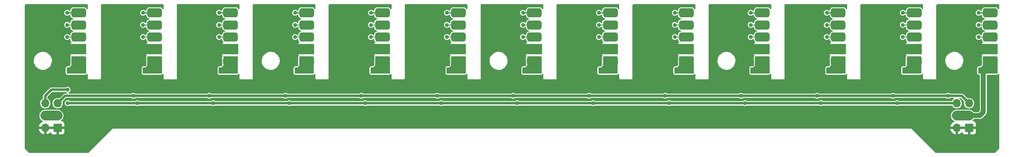
<source format=gbr>
G04 #@! TF.GenerationSoftware,KiCad,Pcbnew,7.0.2-0*
G04 #@! TF.CreationDate,2023-11-08T10:23:17-05:00*
G04 #@! TF.ProjectId,blade13_13-25,626c6164-6531-4335-9f31-332d32352e6b,rev?*
G04 #@! TF.SameCoordinates,Original*
G04 #@! TF.FileFunction,Copper,L2,Bot*
G04 #@! TF.FilePolarity,Positive*
%FSLAX46Y46*%
G04 Gerber Fmt 4.6, Leading zero omitted, Abs format (unit mm)*
G04 Created by KiCad (PCBNEW 7.0.2-0) date 2023-11-08 10:23:17*
%MOMM*%
%LPD*%
G01*
G04 APERTURE LIST*
G04 Aperture macros list*
%AMRoundRect*
0 Rectangle with rounded corners*
0 $1 Rounding radius*
0 $2 $3 $4 $5 $6 $7 $8 $9 X,Y pos of 4 corners*
0 Add a 4 corners polygon primitive as box body*
4,1,4,$2,$3,$4,$5,$6,$7,$8,$9,$2,$3,0*
0 Add four circle primitives for the rounded corners*
1,1,$1+$1,$2,$3*
1,1,$1+$1,$4,$5*
1,1,$1+$1,$6,$7*
1,1,$1+$1,$8,$9*
0 Add four rect primitives between the rounded corners*
20,1,$1+$1,$2,$3,$4,$5,0*
20,1,$1+$1,$4,$5,$6,$7,0*
20,1,$1+$1,$6,$7,$8,$9,0*
20,1,$1+$1,$8,$9,$2,$3,0*%
G04 Aperture macros list end*
G04 #@! TA.AperFunction,ComponentPad*
%ADD10R,1.700000X1.700000*%
G04 #@! TD*
G04 #@! TA.AperFunction,ComponentPad*
%ADD11O,1.700000X1.700000*%
G04 #@! TD*
G04 #@! TA.AperFunction,SMDPad,CuDef*
%ADD12RoundRect,0.475000X-1.025000X0.475000X-1.025000X-0.475000X1.025000X-0.475000X1.025000X0.475000X0*%
G04 #@! TD*
G04 #@! TA.AperFunction,ViaPad*
%ADD13C,0.800000*%
G04 #@! TD*
G04 #@! TA.AperFunction,Conductor*
%ADD14C,0.250000*%
G04 #@! TD*
G04 #@! TA.AperFunction,Conductor*
%ADD15C,1.000000*%
G04 #@! TD*
G04 #@! TA.AperFunction,Conductor*
%ADD16C,2.000000*%
G04 #@! TD*
G04 #@! TA.AperFunction,Conductor*
%ADD17C,0.200000*%
G04 #@! TD*
G04 #@! TA.AperFunction,Conductor*
%ADD18C,0.500000*%
G04 #@! TD*
G04 APERTURE END LIST*
D10*
X28225000Y-50825000D03*
D11*
X25685000Y-50825000D03*
X28225000Y-48285000D03*
X25685000Y-48285000D03*
X28225000Y-45745000D03*
X25685000Y-45745000D03*
D10*
X215425000Y-50825000D03*
D11*
X212885000Y-50825000D03*
X215425000Y-48285000D03*
X212885000Y-48285000D03*
X215425000Y-45745000D03*
X212885000Y-45745000D03*
D12*
X63750114Y-27113687D03*
X63750114Y-29613687D03*
X63750114Y-32113687D03*
X63750114Y-34613687D03*
X63750114Y-37113687D03*
X157350114Y-27113687D03*
X157350114Y-29613687D03*
X157350114Y-32113687D03*
X157350114Y-34613687D03*
X157350114Y-37113687D03*
X94950114Y-27113687D03*
X94950114Y-29613687D03*
X94950114Y-32113687D03*
X94950114Y-34613687D03*
X94950114Y-37113687D03*
X204150114Y-27113687D03*
X204150114Y-29613687D03*
X204150114Y-32113687D03*
X204150114Y-34613687D03*
X204150114Y-37113687D03*
X172950114Y-27113687D03*
X172950114Y-29613687D03*
X172950114Y-32113687D03*
X172950114Y-34613687D03*
X172950114Y-37113687D03*
X141750114Y-27113687D03*
X141750114Y-29613687D03*
X141750114Y-32113687D03*
X141750114Y-34613687D03*
X141750114Y-37113687D03*
X32550114Y-27113687D03*
X32550114Y-29613687D03*
X32550114Y-32113687D03*
X32550114Y-34613687D03*
X32550114Y-37113687D03*
X48150114Y-27113687D03*
X48150114Y-29613687D03*
X48150114Y-32113687D03*
X48150114Y-34613687D03*
X48150114Y-37113687D03*
X126150114Y-27113687D03*
X126150114Y-29613687D03*
X126150114Y-32113687D03*
X126150114Y-34613687D03*
X126150114Y-37113687D03*
X188550114Y-27113687D03*
X188550114Y-29613687D03*
X188550114Y-32113687D03*
X188550114Y-34613687D03*
X188550114Y-37113687D03*
X79350114Y-27113687D03*
X79350114Y-29613687D03*
X79350114Y-32113687D03*
X79350114Y-34613687D03*
X79350114Y-37113687D03*
X219750114Y-27113687D03*
X219750114Y-29613687D03*
X219750114Y-32113687D03*
X219750114Y-34613687D03*
X219750114Y-37113687D03*
X110550114Y-27113687D03*
X110550114Y-29613687D03*
X110550114Y-32113687D03*
X110550114Y-34613687D03*
X110550114Y-37113687D03*
D13*
X112200000Y-47200000D03*
X192100000Y-47200000D03*
X40000000Y-47200000D03*
X194000000Y-47200000D03*
X195900000Y-47200000D03*
X92600000Y-34250000D03*
X123800000Y-34250000D03*
X98500000Y-47200000D03*
X186200000Y-35400000D03*
X34300000Y-42400000D03*
X112200000Y-42400000D03*
X36200000Y-42400000D03*
X182200000Y-42400000D03*
X40000000Y-42400000D03*
X149100000Y-47200000D03*
X71200000Y-42400000D03*
X201800000Y-34250000D03*
X166600000Y-42400000D03*
X119800000Y-47200000D03*
X61400000Y-35400000D03*
X207700000Y-42400000D03*
X139400000Y-35400000D03*
X114100000Y-47200000D03*
X108200000Y-34250000D03*
X178400000Y-42400000D03*
X201800000Y-35400000D03*
X155000000Y-34250000D03*
X190200000Y-47200000D03*
X197800000Y-42400000D03*
X41900000Y-42400000D03*
X41900000Y-47200000D03*
X86700000Y-42400000D03*
X182200000Y-47200000D03*
X49900000Y-42400000D03*
X49900000Y-47200000D03*
X160900000Y-47200000D03*
X38100000Y-47200000D03*
X151000000Y-42400000D03*
X30200000Y-36600000D03*
X160900000Y-42400000D03*
X174600000Y-47200000D03*
X96600000Y-47200000D03*
X131600000Y-42400000D03*
X170600000Y-36600000D03*
X155000000Y-35400000D03*
X61400000Y-36600000D03*
X166600000Y-47200000D03*
X30200000Y-34250000D03*
X34300000Y-47200000D03*
X219000000Y-52300000D03*
X104200000Y-42400000D03*
X207700000Y-47200000D03*
X176500000Y-42400000D03*
X209600000Y-47200000D03*
X30200000Y-35400000D03*
X218950000Y-49400000D03*
X192100000Y-42400000D03*
X155000000Y-36600000D03*
X143400000Y-47200000D03*
X197800000Y-47200000D03*
X71200000Y-47200000D03*
X119800000Y-42400000D03*
X73100000Y-42400000D03*
X145300000Y-47200000D03*
X135400000Y-42400000D03*
X67400000Y-47200000D03*
X77000000Y-36600000D03*
X139400000Y-36600000D03*
X38100000Y-42400000D03*
X82900000Y-47200000D03*
X67400000Y-42400000D03*
X123800000Y-35400000D03*
X176500000Y-47200000D03*
X81000000Y-47200000D03*
X102300000Y-42400000D03*
X135400000Y-47200000D03*
X170600000Y-35400000D03*
X190200000Y-42400000D03*
X174600000Y-42400000D03*
X116000000Y-42400000D03*
X147200000Y-47200000D03*
X217400000Y-34250000D03*
X108200000Y-35400000D03*
X217400000Y-35400000D03*
X86700000Y-47200000D03*
X201800000Y-36600000D03*
X162800000Y-42400000D03*
X123800000Y-36600000D03*
X116000000Y-47200000D03*
X164700000Y-47200000D03*
X114100000Y-42400000D03*
X69300000Y-47200000D03*
X147200000Y-42400000D03*
X131600000Y-47200000D03*
X205800000Y-42400000D03*
X149100000Y-42400000D03*
X100400000Y-42400000D03*
X61400000Y-34250000D03*
X108200000Y-36600000D03*
X98500000Y-42400000D03*
X104200000Y-47200000D03*
X84800000Y-47200000D03*
X96600000Y-42400000D03*
X209600000Y-42400000D03*
X127800000Y-42400000D03*
X170600000Y-34250000D03*
X162800000Y-47200000D03*
X159000000Y-47200000D03*
X102300000Y-47200000D03*
X205800000Y-47200000D03*
X180300000Y-47200000D03*
X117900000Y-42400000D03*
X186200000Y-36600000D03*
X194000000Y-42400000D03*
X73100000Y-47200000D03*
X31800000Y-52300000D03*
X127800000Y-47200000D03*
X92600000Y-36600000D03*
X77000000Y-35400000D03*
X143400000Y-42400000D03*
X36200000Y-47200000D03*
X88600000Y-42400000D03*
X22100000Y-49400000D03*
X45800000Y-34250000D03*
X178400000Y-47200000D03*
X69300000Y-42400000D03*
X129700000Y-42400000D03*
X159000000Y-42400000D03*
X117900000Y-47200000D03*
X129700000Y-47200000D03*
X100400000Y-47200000D03*
X133500000Y-47200000D03*
X186200000Y-34250000D03*
X45800000Y-36600000D03*
X81000000Y-42400000D03*
X180300000Y-42400000D03*
X22100000Y-52300000D03*
X88600000Y-47200000D03*
X209300000Y-52300000D03*
X195900000Y-42400000D03*
X151000000Y-47200000D03*
X92600000Y-35400000D03*
X217400000Y-36600000D03*
X164700000Y-42400000D03*
X77000000Y-34250000D03*
X82900000Y-42400000D03*
X84800000Y-42400000D03*
X145300000Y-42400000D03*
X45800000Y-35400000D03*
X139400000Y-34250000D03*
X133500000Y-42400000D03*
X186200000Y-27100000D03*
X61400000Y-27100000D03*
X45800000Y-27100000D03*
X77000000Y-27100000D03*
X92600000Y-27100000D03*
X217400000Y-27100000D03*
X170600000Y-27100000D03*
X30200000Y-27100000D03*
X123800000Y-27100000D03*
X201800000Y-27100000D03*
X155000000Y-27100000D03*
X108200000Y-27100000D03*
X139400000Y-27100000D03*
X142550000Y-39000000D03*
X156850000Y-39000000D03*
X93250000Y-39000000D03*
X125650000Y-39000000D03*
X186850000Y-39000000D03*
X30850000Y-39000000D03*
X48950000Y-39000000D03*
X219250000Y-39000000D03*
X141250000Y-39000000D03*
X189350000Y-39000000D03*
X126950000Y-39000000D03*
X158150000Y-39000000D03*
X124450000Y-39000000D03*
X204950000Y-39000000D03*
X188050000Y-39000000D03*
X62050000Y-39000000D03*
X64550000Y-39000000D03*
X77650000Y-39000000D03*
X46450000Y-39000000D03*
X108850000Y-39000000D03*
X47650000Y-39000000D03*
X78850000Y-39000000D03*
X33350000Y-39000000D03*
X32050000Y-39000000D03*
X94450000Y-39000000D03*
X111350000Y-39000000D03*
X171250000Y-39000000D03*
X110050000Y-39000000D03*
X202450000Y-39000000D03*
X203650000Y-39000000D03*
X95750000Y-39000000D03*
X172450000Y-39000000D03*
X155650000Y-39000000D03*
X80150000Y-39000000D03*
X220550000Y-39000000D03*
X218050000Y-39000000D03*
X173750000Y-39000000D03*
X63250000Y-39000000D03*
X140050000Y-39000000D03*
X59400000Y-44200000D03*
X217400000Y-29600000D03*
X201800000Y-29600000D03*
X184200000Y-44200000D03*
X43800000Y-44200000D03*
X168600000Y-44200000D03*
X61400000Y-29600000D03*
X211100000Y-44200000D03*
X108200000Y-29600000D03*
X153000000Y-44200000D03*
X30200000Y-29600000D03*
X199800000Y-44200000D03*
X45800000Y-29600000D03*
X139400000Y-29600000D03*
X90600000Y-44200000D03*
X123800000Y-29600000D03*
X155000000Y-29600000D03*
X106200000Y-44200000D03*
X137400000Y-44200000D03*
X170600000Y-29600000D03*
X121800000Y-44200000D03*
X75000000Y-44200000D03*
X92600000Y-29600000D03*
X186200000Y-29600000D03*
X77000000Y-29600000D03*
X153800000Y-45745000D03*
X45800000Y-32100000D03*
X108200000Y-32100000D03*
X138200000Y-45745000D03*
X30300000Y-45700000D03*
X60200000Y-45745000D03*
X186200000Y-32100000D03*
X77000000Y-32100000D03*
X91400000Y-45745000D03*
X200600000Y-45745000D03*
X75800000Y-45745000D03*
X61400000Y-32100000D03*
X217400000Y-32100000D03*
X92600000Y-32100000D03*
X30300000Y-42950000D03*
X107000000Y-45745000D03*
X155000000Y-32100000D03*
X170600000Y-32100000D03*
X122600000Y-45745000D03*
X185000000Y-45745000D03*
X139400000Y-32100000D03*
X169400000Y-45745000D03*
X30200000Y-32100000D03*
X123800000Y-32100000D03*
X44600000Y-45745000D03*
X201800000Y-32100000D03*
D14*
X92600000Y-27100000D02*
X92613687Y-27113687D01*
X77000000Y-27100000D02*
X77013687Y-27113687D01*
X186213687Y-27113687D02*
X188550114Y-27113687D01*
X155000000Y-27100000D02*
X155013687Y-27113687D01*
X170613687Y-27113687D02*
X172950114Y-27113687D01*
X61400000Y-27100000D02*
X61413687Y-27113687D01*
X61413687Y-27113687D02*
X63750114Y-27113687D01*
X92613687Y-27113687D02*
X94950114Y-27113687D01*
X123800000Y-27100000D02*
X123813687Y-27113687D01*
X217400000Y-27100000D02*
X217413687Y-27113687D01*
X139413687Y-27113687D02*
X141750114Y-27113687D01*
X186200000Y-27100000D02*
X186213687Y-27113687D01*
X30213687Y-27113687D02*
X32550114Y-27113687D01*
X108213687Y-27113687D02*
X110550114Y-27113687D01*
X201813687Y-27113687D02*
X204150114Y-27113687D01*
X123813687Y-27113687D02*
X126150114Y-27113687D01*
X139400000Y-27100000D02*
X139413687Y-27113687D01*
X108200000Y-27100000D02*
X108213687Y-27113687D01*
X45813687Y-27113687D02*
X48150114Y-27113687D01*
X45800000Y-27100000D02*
X45813687Y-27113687D01*
X201800000Y-27100000D02*
X201813687Y-27113687D01*
X77013687Y-27113687D02*
X79350114Y-27113687D01*
X155013687Y-27113687D02*
X157350114Y-27113687D01*
X217413687Y-27113687D02*
X219750114Y-27113687D01*
X30200000Y-27100000D02*
X30213687Y-27113687D01*
X170600000Y-27100000D02*
X170613687Y-27113687D01*
D15*
X141250000Y-39000000D02*
X140350000Y-39000000D01*
X218350000Y-47550000D02*
X217615000Y-48285000D01*
D16*
X25685000Y-48285000D02*
X28225000Y-48285000D01*
D15*
X218350000Y-39000000D02*
X218350000Y-47550000D01*
X110050000Y-39000000D02*
X109150000Y-39000000D01*
X217615000Y-48285000D02*
X215425000Y-48285000D01*
X63250000Y-39000000D02*
X62350000Y-39000000D01*
X78850000Y-39000000D02*
X77950000Y-39000000D01*
X125650000Y-39000000D02*
X124750000Y-39000000D01*
X94450000Y-39000000D02*
X93550000Y-39000000D01*
X188050000Y-39000000D02*
X187150000Y-39000000D01*
X219250000Y-39000000D02*
X218350000Y-39000000D01*
X172450000Y-39000000D02*
X171550000Y-39000000D01*
X203650000Y-39000000D02*
X202750000Y-39000000D01*
X47650000Y-39000000D02*
X46750000Y-39000000D01*
X156850000Y-39000000D02*
X155950000Y-39000000D01*
D16*
X212885000Y-48285000D02*
X215425000Y-48285000D01*
D17*
X77013687Y-29613687D02*
X79350114Y-29613687D01*
X108213687Y-29613687D02*
X110550114Y-29613687D01*
X92613687Y-29613687D02*
X94950114Y-29613687D01*
X108200000Y-29600000D02*
X108213687Y-29613687D01*
X155000000Y-29600000D02*
X155013687Y-29613687D01*
D18*
X29770000Y-44200000D02*
X28225000Y-45745000D01*
D17*
X186213687Y-29613687D02*
X188550114Y-29613687D01*
X139400000Y-29600000D02*
X139413687Y-29613687D01*
X123800000Y-29600000D02*
X123813687Y-29613687D01*
X170600000Y-29600000D02*
X170613687Y-29613687D01*
D18*
X59400000Y-44200000D02*
X29770000Y-44200000D01*
D17*
X61413687Y-29613687D02*
X63750114Y-29613687D01*
X217413687Y-29613687D02*
X219750114Y-29613687D01*
D18*
X211100000Y-44200000D02*
X213880000Y-44200000D01*
X199800000Y-44200000D02*
X59400000Y-44200000D01*
D17*
X170613687Y-29613687D02*
X172950114Y-29613687D01*
X201800000Y-29600000D02*
X201813687Y-29613687D01*
X215425000Y-45745000D02*
X215400000Y-45720000D01*
X139413687Y-29613687D02*
X141750114Y-29613687D01*
X30213687Y-29613687D02*
X32550114Y-29613687D01*
X77000000Y-29600000D02*
X77013687Y-29613687D01*
X92600000Y-29600000D02*
X92613687Y-29613687D01*
X45800000Y-29600000D02*
X45813687Y-29613687D01*
X123813687Y-29613687D02*
X126150114Y-29613687D01*
X30200000Y-29600000D02*
X30213687Y-29613687D01*
X186200000Y-29600000D02*
X186213687Y-29613687D01*
X201813687Y-29613687D02*
X204150114Y-29613687D01*
X45813687Y-29613687D02*
X48150114Y-29613687D01*
D18*
X199800000Y-44200000D02*
X211100000Y-44200000D01*
X213880000Y-44200000D02*
X215425000Y-45745000D01*
D17*
X155013687Y-29613687D02*
X157350114Y-29613687D01*
X217400000Y-29600000D02*
X217413687Y-29613687D01*
X61400000Y-29600000D02*
X61413687Y-29613687D01*
X186200000Y-32100000D02*
X186213687Y-32113687D01*
X92600000Y-32100000D02*
X92613687Y-32113687D01*
X170600000Y-32100000D02*
X170613687Y-32113687D01*
X77000000Y-32100000D02*
X77013687Y-32113687D01*
X139400000Y-32100000D02*
X139413687Y-32113687D01*
X123813687Y-32113687D02*
X126150114Y-32113687D01*
X123800000Y-32100000D02*
X123813687Y-32113687D01*
X186213687Y-32113687D02*
X188550114Y-32113687D01*
X201813687Y-32113687D02*
X204150114Y-32113687D01*
X30200000Y-32100000D02*
X30213687Y-32113687D01*
X45813687Y-32113687D02*
X48150114Y-32113687D01*
X108200000Y-32100000D02*
X108213687Y-32113687D01*
X201800000Y-32100000D02*
X201813687Y-32113687D01*
D18*
X26950000Y-42950000D02*
X25685000Y-44215000D01*
X30300000Y-42950000D02*
X26950000Y-42950000D01*
X30345000Y-45745000D02*
X30300000Y-45700000D01*
D17*
X92613687Y-32113687D02*
X94950114Y-32113687D01*
X61400000Y-32100000D02*
X61413687Y-32113687D01*
X139413687Y-32113687D02*
X141750114Y-32113687D01*
D18*
X200600000Y-45745000D02*
X210155000Y-45745000D01*
D17*
X45800000Y-32100000D02*
X45813687Y-32113687D01*
D18*
X60200000Y-45745000D02*
X31355000Y-45745000D01*
X200600000Y-45745000D02*
X60200000Y-45745000D01*
D17*
X77013687Y-32113687D02*
X79350114Y-32113687D01*
X170613687Y-32113687D02*
X172950114Y-32113687D01*
X30213687Y-32113687D02*
X32550114Y-32113687D01*
X61413687Y-32113687D02*
X63750114Y-32113687D01*
X217400000Y-32100000D02*
X217413687Y-32113687D01*
X155000000Y-32100000D02*
X155013687Y-32113687D01*
X155013687Y-32113687D02*
X157350114Y-32113687D01*
D18*
X25685000Y-44215000D02*
X25685000Y-45745000D01*
D17*
X217413687Y-32113687D02*
X219750114Y-32113687D01*
D18*
X31355000Y-45745000D02*
X30345000Y-45745000D01*
X210155000Y-45745000D02*
X212885000Y-45745000D01*
D17*
X108213687Y-32113687D02*
X110550114Y-32113687D01*
G04 #@! TA.AperFunction,Conductor*
G36*
X27765507Y-50615156D02*
G01*
X27725000Y-50753111D01*
X27725000Y-50896889D01*
X27765507Y-51034844D01*
X27791314Y-51075000D01*
X26118686Y-51075000D01*
X26144493Y-51034844D01*
X26185000Y-50896889D01*
X26185000Y-50753111D01*
X26144493Y-50615156D01*
X26118686Y-50575000D01*
X27791314Y-50575000D01*
X27765507Y-50615156D01*
G37*
G04 #@! TD.AperFunction*
G04 #@! TA.AperFunction,Conductor*
G36*
X34342653Y-25383872D02*
G01*
X34388408Y-25436676D01*
X34399614Y-25488187D01*
X34399614Y-26252044D01*
X34379929Y-26319083D01*
X34327125Y-26364838D01*
X34257967Y-26374782D01*
X34194411Y-26345757D01*
X34169497Y-26316194D01*
X34110760Y-26219031D01*
X33994767Y-26103038D01*
X33854383Y-26018174D01*
X33697772Y-25969372D01*
X33632517Y-25963442D01*
X33632511Y-25963441D01*
X33629708Y-25963187D01*
X31470520Y-25963187D01*
X31467717Y-25963441D01*
X31467710Y-25963442D01*
X31402455Y-25969372D01*
X31245844Y-26018174D01*
X31105460Y-26103038D01*
X30989465Y-26219033D01*
X30904601Y-26359417D01*
X30855799Y-26516028D01*
X30855798Y-26516030D01*
X30855799Y-26516030D01*
X30849614Y-26584093D01*
X30849614Y-26586894D01*
X30849613Y-26586917D01*
X30849613Y-26594882D01*
X30829922Y-26661919D01*
X30777114Y-26707669D01*
X30707955Y-26717606D01*
X30644402Y-26688575D01*
X30629140Y-26672376D01*
X30502840Y-26575463D01*
X30356762Y-26514956D01*
X30200000Y-26494317D01*
X30043237Y-26514956D01*
X29897159Y-26575463D01*
X29771717Y-26671717D01*
X29675463Y-26797159D01*
X29614956Y-26943237D01*
X29594317Y-27100000D01*
X29614956Y-27256762D01*
X29675463Y-27402840D01*
X29771717Y-27528282D01*
X29839397Y-27580214D01*
X29897159Y-27624536D01*
X30043238Y-27685044D01*
X30200000Y-27705682D01*
X30356762Y-27685044D01*
X30502841Y-27624536D01*
X30628282Y-27528282D01*
X30628281Y-27528282D01*
X30641234Y-27518344D01*
X30641764Y-27519035D01*
X30683665Y-27488440D01*
X30753411Y-27484285D01*
X30814332Y-27518497D01*
X30847085Y-27580214D01*
X30849614Y-27605128D01*
X30849614Y-27643281D01*
X30849868Y-27646084D01*
X30849869Y-27646090D01*
X30855799Y-27711345D01*
X30904601Y-27867956D01*
X30989465Y-28008340D01*
X31105460Y-28124335D01*
X31190324Y-28175636D01*
X31245844Y-28209199D01*
X31336500Y-28237449D01*
X31361701Y-28245302D01*
X31419848Y-28284040D01*
X31447822Y-28348065D01*
X31436740Y-28417050D01*
X31390121Y-28469093D01*
X31361701Y-28482072D01*
X31245843Y-28518175D01*
X31105460Y-28603038D01*
X30989465Y-28719033D01*
X30904601Y-28859417D01*
X30855799Y-29016028D01*
X30855798Y-29016030D01*
X30855799Y-29016030D01*
X30849614Y-29084093D01*
X30849614Y-29086912D01*
X30849614Y-29094870D01*
X30829929Y-29161909D01*
X30777125Y-29207664D01*
X30707967Y-29217608D01*
X30644411Y-29188583D01*
X30629141Y-29172377D01*
X30502840Y-29075463D01*
X30356762Y-29014956D01*
X30200000Y-28994317D01*
X30043237Y-29014956D01*
X29897159Y-29075463D01*
X29771717Y-29171717D01*
X29675463Y-29297159D01*
X29614956Y-29443237D01*
X29594317Y-29600000D01*
X29614956Y-29756762D01*
X29675463Y-29902840D01*
X29771717Y-30028282D01*
X29839397Y-30080214D01*
X29897159Y-30124536D01*
X30043238Y-30185044D01*
X30200000Y-30205682D01*
X30356762Y-30185044D01*
X30502841Y-30124536D01*
X30628282Y-30028282D01*
X30628281Y-30028282D01*
X30641234Y-30018344D01*
X30641764Y-30019035D01*
X30683665Y-29988440D01*
X30753411Y-29984285D01*
X30814332Y-30018497D01*
X30847085Y-30080214D01*
X30849614Y-30105129D01*
X30849614Y-30143281D01*
X30849868Y-30146084D01*
X30849869Y-30146090D01*
X30855799Y-30211345D01*
X30904601Y-30367956D01*
X30989465Y-30508340D01*
X31105460Y-30624335D01*
X31190324Y-30675636D01*
X31245844Y-30709199D01*
X31336500Y-30737449D01*
X31361701Y-30745302D01*
X31419848Y-30784040D01*
X31447822Y-30848065D01*
X31436740Y-30917050D01*
X31390121Y-30969093D01*
X31361701Y-30982072D01*
X31245843Y-31018175D01*
X31105460Y-31103038D01*
X30989465Y-31219033D01*
X30904601Y-31359417D01*
X30855799Y-31516028D01*
X30855798Y-31516030D01*
X30855799Y-31516030D01*
X30849614Y-31584093D01*
X30849614Y-31586912D01*
X30849614Y-31594870D01*
X30829929Y-31661909D01*
X30777125Y-31707664D01*
X30707967Y-31717608D01*
X30644411Y-31688583D01*
X30629141Y-31672377D01*
X30502840Y-31575463D01*
X30356762Y-31514956D01*
X30200000Y-31494317D01*
X30043237Y-31514956D01*
X29897159Y-31575463D01*
X29771717Y-31671717D01*
X29675463Y-31797159D01*
X29614956Y-31943237D01*
X29594317Y-32100000D01*
X29614956Y-32256762D01*
X29675463Y-32402840D01*
X29771717Y-32528282D01*
X29839397Y-32580214D01*
X29897159Y-32624536D01*
X30043238Y-32685044D01*
X30200000Y-32705682D01*
X30356762Y-32685044D01*
X30502841Y-32624536D01*
X30628282Y-32528282D01*
X30628281Y-32528282D01*
X30641234Y-32518344D01*
X30641764Y-32519035D01*
X30683665Y-32488440D01*
X30753411Y-32484285D01*
X30814332Y-32518497D01*
X30847085Y-32580214D01*
X30849614Y-32605129D01*
X30849614Y-32643281D01*
X30849868Y-32646084D01*
X30849869Y-32646090D01*
X30855799Y-32711345D01*
X30904601Y-32867956D01*
X30989465Y-33008340D01*
X31073784Y-33092659D01*
X31107269Y-33153982D01*
X31102285Y-33223674D01*
X31060413Y-33279607D01*
X31043517Y-33290248D01*
X30985811Y-33320391D01*
X30832130Y-33445703D01*
X30747086Y-33550000D01*
X29500000Y-33550000D01*
X29500000Y-36950000D01*
X30600000Y-36950000D01*
X30826100Y-35774275D01*
X30832133Y-35781673D01*
X30904093Y-35840350D01*
X30943610Y-35897971D01*
X30945701Y-35967809D01*
X30924804Y-36003838D01*
X30926176Y-36004606D01*
X30872826Y-36099982D01*
X30852823Y-36168103D01*
X30844499Y-36226000D01*
X30844499Y-37826194D01*
X30824814Y-37893234D01*
X30813819Y-37907848D01*
X30643802Y-38102154D01*
X30584842Y-38139644D01*
X30550482Y-38144500D01*
X30226000Y-38144500D01*
X30222720Y-38144852D01*
X30222712Y-38144853D01*
X30185611Y-38148842D01*
X30185609Y-38148842D01*
X30182319Y-38149196D01*
X30179084Y-38149899D01*
X30179076Y-38149901D01*
X30129977Y-38160582D01*
X30128412Y-38160953D01*
X30119823Y-38163056D01*
X30039082Y-38206079D01*
X29986863Y-38251326D01*
X29986816Y-38251368D01*
X29985428Y-38252572D01*
X29984104Y-38253868D01*
X29984088Y-38253884D01*
X29967472Y-38270166D01*
X29922826Y-38349982D01*
X29902823Y-38418103D01*
X29894500Y-38476000D01*
X29894500Y-39524000D01*
X29899196Y-39567681D01*
X29899900Y-39570918D01*
X29899901Y-39570923D01*
X29910582Y-39620023D01*
X29910953Y-39621588D01*
X29913056Y-39630176D01*
X29956079Y-39710917D01*
X30001326Y-39763136D01*
X30001354Y-39763166D01*
X30002572Y-39764572D01*
X30020165Y-39782527D01*
X30099983Y-39827174D01*
X30140419Y-39839047D01*
X30168103Y-39847176D01*
X30226000Y-39855500D01*
X33920690Y-39855500D01*
X33924000Y-39855500D01*
X33967681Y-39850804D01*
X34020023Y-39839418D01*
X34021588Y-39839047D01*
X34030176Y-39836943D01*
X34030198Y-39836931D01*
X34030203Y-39836930D01*
X34110916Y-39793921D01*
X34119241Y-39786707D01*
X34163136Y-39748673D01*
X34163148Y-39748661D01*
X34164572Y-39747428D01*
X34182527Y-39729835D01*
X34182528Y-39729832D01*
X34188828Y-39723660D01*
X34250488Y-39690800D01*
X34320126Y-39696493D01*
X34375631Y-39738930D01*
X34399382Y-39804639D01*
X34399614Y-39812228D01*
X34399614Y-40563113D01*
X34397230Y-40587306D01*
X34394706Y-40600000D01*
X34394706Y-40600002D01*
X34397231Y-40612691D01*
X34397231Y-40612695D01*
X34414147Y-40697738D01*
X34414147Y-40697739D01*
X34414148Y-40697740D01*
X34469513Y-40780601D01*
X34552374Y-40835966D01*
X34650114Y-40855408D01*
X34662808Y-40852882D01*
X34686999Y-40850500D01*
X36813113Y-40850500D01*
X36837304Y-40852882D01*
X36849998Y-40855408D01*
X36859751Y-40853468D01*
X36862699Y-40852882D01*
X36862705Y-40852881D01*
X36871611Y-40851109D01*
X36874673Y-40850500D01*
X36874674Y-40850500D01*
X36885083Y-40848428D01*
X36891935Y-40847066D01*
X36935767Y-40838348D01*
X36941864Y-40837747D01*
X36941896Y-40837738D01*
X36947852Y-40836246D01*
X36953115Y-40833092D01*
X36953152Y-40833072D01*
X36957885Y-40829186D01*
X37030601Y-40780601D01*
X37085966Y-40697740D01*
X37105408Y-40600000D01*
X37102883Y-40587306D01*
X37100500Y-40563112D01*
X37100506Y-39827174D01*
X37100611Y-25488185D01*
X37120296Y-25421147D01*
X37173100Y-25375392D01*
X37224611Y-25364187D01*
X45225440Y-25364187D01*
X49875614Y-25364187D01*
X49942653Y-25383872D01*
X49988408Y-25436676D01*
X49999614Y-25488187D01*
X49999614Y-26252044D01*
X49979929Y-26319083D01*
X49927125Y-26364838D01*
X49857967Y-26374782D01*
X49794411Y-26345757D01*
X49769497Y-26316194D01*
X49710760Y-26219031D01*
X49594767Y-26103038D01*
X49454383Y-26018174D01*
X49297772Y-25969372D01*
X49232517Y-25963442D01*
X49232511Y-25963441D01*
X49229708Y-25963187D01*
X47070520Y-25963187D01*
X47067717Y-25963441D01*
X47067710Y-25963442D01*
X47002455Y-25969372D01*
X46845844Y-26018174D01*
X46705460Y-26103038D01*
X46589465Y-26219033D01*
X46504601Y-26359417D01*
X46455799Y-26516028D01*
X46455798Y-26516030D01*
X46455799Y-26516030D01*
X46449614Y-26584093D01*
X46449614Y-26586912D01*
X46449614Y-26594870D01*
X46429929Y-26661909D01*
X46377125Y-26707664D01*
X46307967Y-26717608D01*
X46244411Y-26688583D01*
X46229141Y-26672377D01*
X46102840Y-26575463D01*
X45956762Y-26514956D01*
X45800000Y-26494317D01*
X45643237Y-26514956D01*
X45497159Y-26575463D01*
X45371717Y-26671717D01*
X45275463Y-26797159D01*
X45214956Y-26943237D01*
X45194317Y-27100000D01*
X45214956Y-27256762D01*
X45275463Y-27402840D01*
X45371717Y-27528282D01*
X45439397Y-27580214D01*
X45497159Y-27624536D01*
X45643238Y-27685044D01*
X45800000Y-27705682D01*
X45956762Y-27685044D01*
X46102841Y-27624536D01*
X46228282Y-27528282D01*
X46228281Y-27528282D01*
X46241234Y-27518344D01*
X46241764Y-27519035D01*
X46283665Y-27488440D01*
X46353411Y-27484285D01*
X46414332Y-27518497D01*
X46447085Y-27580214D01*
X46449614Y-27605128D01*
X46449614Y-27643281D01*
X46449868Y-27646084D01*
X46449869Y-27646090D01*
X46455799Y-27711345D01*
X46504601Y-27867956D01*
X46589465Y-28008340D01*
X46705460Y-28124335D01*
X46790324Y-28175636D01*
X46845844Y-28209199D01*
X46936500Y-28237449D01*
X46961701Y-28245302D01*
X47019848Y-28284040D01*
X47047822Y-28348065D01*
X47036740Y-28417050D01*
X46990121Y-28469093D01*
X46961701Y-28482072D01*
X46845843Y-28518175D01*
X46705460Y-28603038D01*
X46589465Y-28719033D01*
X46504601Y-28859417D01*
X46455799Y-29016028D01*
X46455798Y-29016030D01*
X46455799Y-29016030D01*
X46449614Y-29084093D01*
X46449614Y-29086912D01*
X46449614Y-29094870D01*
X46429929Y-29161909D01*
X46377125Y-29207664D01*
X46307967Y-29217608D01*
X46244411Y-29188583D01*
X46229141Y-29172377D01*
X46102840Y-29075463D01*
X45956762Y-29014956D01*
X45800000Y-28994317D01*
X45643237Y-29014956D01*
X45497159Y-29075463D01*
X45371717Y-29171717D01*
X45275463Y-29297159D01*
X45214956Y-29443237D01*
X45194317Y-29600000D01*
X45214956Y-29756762D01*
X45275463Y-29902840D01*
X45371717Y-30028282D01*
X45439397Y-30080214D01*
X45497159Y-30124536D01*
X45643238Y-30185044D01*
X45800000Y-30205682D01*
X45956762Y-30185044D01*
X46102841Y-30124536D01*
X46228282Y-30028282D01*
X46228281Y-30028282D01*
X46241234Y-30018344D01*
X46241764Y-30019035D01*
X46283665Y-29988440D01*
X46353411Y-29984285D01*
X46414332Y-30018497D01*
X46447085Y-30080214D01*
X46449614Y-30105129D01*
X46449614Y-30143281D01*
X46449868Y-30146084D01*
X46449869Y-30146090D01*
X46455799Y-30211345D01*
X46504601Y-30367956D01*
X46589465Y-30508340D01*
X46705460Y-30624335D01*
X46790323Y-30675636D01*
X46845844Y-30709199D01*
X46936500Y-30737449D01*
X46961701Y-30745302D01*
X47019848Y-30784040D01*
X47047822Y-30848065D01*
X47036740Y-30917050D01*
X46990121Y-30969093D01*
X46961701Y-30982072D01*
X46845843Y-31018175D01*
X46705460Y-31103038D01*
X46589465Y-31219033D01*
X46504601Y-31359417D01*
X46455799Y-31516028D01*
X46455798Y-31516030D01*
X46455799Y-31516030D01*
X46449614Y-31584093D01*
X46449614Y-31586912D01*
X46449614Y-31594870D01*
X46429929Y-31661909D01*
X46377125Y-31707664D01*
X46307967Y-31717608D01*
X46244411Y-31688583D01*
X46229141Y-31672377D01*
X46102840Y-31575463D01*
X45956762Y-31514956D01*
X45800000Y-31494317D01*
X45643237Y-31514956D01*
X45497159Y-31575463D01*
X45371717Y-31671717D01*
X45275463Y-31797159D01*
X45214956Y-31943237D01*
X45194317Y-32100000D01*
X45214956Y-32256762D01*
X45275463Y-32402840D01*
X45371717Y-32528282D01*
X45439397Y-32580214D01*
X45497159Y-32624536D01*
X45643238Y-32685044D01*
X45800000Y-32705682D01*
X45956762Y-32685044D01*
X46102841Y-32624536D01*
X46228282Y-32528282D01*
X46228281Y-32528282D01*
X46241234Y-32518344D01*
X46241764Y-32519035D01*
X46283665Y-32488440D01*
X46353411Y-32484285D01*
X46414332Y-32518497D01*
X46447085Y-32580214D01*
X46449614Y-32605129D01*
X46449614Y-32643281D01*
X46449868Y-32646084D01*
X46449869Y-32646090D01*
X46455799Y-32711345D01*
X46504601Y-32867956D01*
X46589465Y-33008340D01*
X46673784Y-33092659D01*
X46707269Y-33153982D01*
X46702285Y-33223674D01*
X46660413Y-33279607D01*
X46643517Y-33290248D01*
X46585811Y-33320391D01*
X46432130Y-33445703D01*
X46347086Y-33550000D01*
X45100000Y-33550000D01*
X45100000Y-36950000D01*
X46200000Y-36950000D01*
X46426100Y-35774275D01*
X46432133Y-35781673D01*
X46504093Y-35840350D01*
X46543610Y-35897971D01*
X46545701Y-35967809D01*
X46524804Y-36003838D01*
X46526176Y-36004606D01*
X46472826Y-36099982D01*
X46452823Y-36168103D01*
X46444500Y-36226000D01*
X46444500Y-37826193D01*
X46424815Y-37893232D01*
X46413820Y-37907847D01*
X46243803Y-38102154D01*
X46184843Y-38139644D01*
X46150483Y-38144500D01*
X45826000Y-38144500D01*
X45822720Y-38144852D01*
X45822712Y-38144853D01*
X45785611Y-38148842D01*
X45785609Y-38148842D01*
X45782319Y-38149196D01*
X45779084Y-38149899D01*
X45779076Y-38149901D01*
X45729977Y-38160582D01*
X45728412Y-38160953D01*
X45719823Y-38163056D01*
X45639082Y-38206079D01*
X45586863Y-38251326D01*
X45586816Y-38251368D01*
X45585428Y-38252572D01*
X45584104Y-38253868D01*
X45584088Y-38253884D01*
X45567472Y-38270166D01*
X45522826Y-38349982D01*
X45502823Y-38418103D01*
X45494500Y-38476000D01*
X45494500Y-39524000D01*
X45499196Y-39567681D01*
X45499900Y-39570918D01*
X45499901Y-39570923D01*
X45510582Y-39620023D01*
X45510953Y-39621588D01*
X45513056Y-39630176D01*
X45556079Y-39710917D01*
X45601326Y-39763136D01*
X45601354Y-39763166D01*
X45602572Y-39764572D01*
X45620165Y-39782527D01*
X45699983Y-39827174D01*
X45740419Y-39839047D01*
X45768103Y-39847176D01*
X45826000Y-39855500D01*
X49520690Y-39855500D01*
X49524000Y-39855500D01*
X49567681Y-39850804D01*
X49620023Y-39839418D01*
X49621588Y-39839047D01*
X49630176Y-39836943D01*
X49630198Y-39836931D01*
X49630203Y-39836930D01*
X49710916Y-39793921D01*
X49719241Y-39786707D01*
X49763136Y-39748673D01*
X49763148Y-39748661D01*
X49764572Y-39747428D01*
X49782527Y-39729835D01*
X49782528Y-39729832D01*
X49788828Y-39723660D01*
X49850488Y-39690800D01*
X49920126Y-39696493D01*
X49975631Y-39738930D01*
X49999382Y-39804639D01*
X49999614Y-39812228D01*
X49999614Y-40563113D01*
X49997230Y-40587306D01*
X49994706Y-40600000D01*
X49994706Y-40600002D01*
X49997231Y-40612691D01*
X49997231Y-40612695D01*
X50014147Y-40697738D01*
X50014147Y-40697739D01*
X50014148Y-40697740D01*
X50069513Y-40780601D01*
X50152374Y-40835966D01*
X50250114Y-40855408D01*
X50262808Y-40852882D01*
X50286999Y-40850500D01*
X52413113Y-40850500D01*
X52437304Y-40852882D01*
X52449998Y-40855408D01*
X52459751Y-40853468D01*
X52462699Y-40852882D01*
X52462705Y-40852881D01*
X52471611Y-40851109D01*
X52474673Y-40850500D01*
X52474674Y-40850500D01*
X52485083Y-40848428D01*
X52491935Y-40847066D01*
X52535767Y-40838348D01*
X52541864Y-40837747D01*
X52541896Y-40837738D01*
X52547852Y-40836246D01*
X52553115Y-40833092D01*
X52553152Y-40833072D01*
X52557885Y-40829186D01*
X52630601Y-40780601D01*
X52685966Y-40697740D01*
X52705408Y-40600000D01*
X52702883Y-40587306D01*
X52700500Y-40563112D01*
X52700506Y-39827174D01*
X52700611Y-25488185D01*
X52720296Y-25421147D01*
X52773100Y-25375392D01*
X52824611Y-25364187D01*
X60825440Y-25364187D01*
X65475614Y-25364187D01*
X65542653Y-25383872D01*
X65588408Y-25436676D01*
X65599614Y-25488187D01*
X65599614Y-26252044D01*
X65579929Y-26319083D01*
X65527125Y-26364838D01*
X65457967Y-26374782D01*
X65394411Y-26345757D01*
X65369497Y-26316194D01*
X65310760Y-26219031D01*
X65194767Y-26103038D01*
X65054383Y-26018174D01*
X64897772Y-25969372D01*
X64832517Y-25963442D01*
X64832511Y-25963441D01*
X64829708Y-25963187D01*
X62670520Y-25963187D01*
X62667717Y-25963441D01*
X62667710Y-25963442D01*
X62602455Y-25969372D01*
X62445844Y-26018174D01*
X62305460Y-26103038D01*
X62189465Y-26219033D01*
X62104601Y-26359417D01*
X62055799Y-26516028D01*
X62055798Y-26516030D01*
X62055799Y-26516030D01*
X62049614Y-26584093D01*
X62049614Y-26586912D01*
X62049614Y-26594870D01*
X62029929Y-26661909D01*
X61977125Y-26707664D01*
X61907967Y-26717608D01*
X61844411Y-26688583D01*
X61829141Y-26672377D01*
X61702840Y-26575463D01*
X61556762Y-26514956D01*
X61400000Y-26494317D01*
X61243237Y-26514956D01*
X61097159Y-26575463D01*
X60971717Y-26671717D01*
X60875463Y-26797159D01*
X60814956Y-26943237D01*
X60794317Y-27100000D01*
X60814956Y-27256762D01*
X60875463Y-27402840D01*
X60971717Y-27528282D01*
X61039397Y-27580214D01*
X61097159Y-27624536D01*
X61243238Y-27685044D01*
X61400000Y-27705682D01*
X61556762Y-27685044D01*
X61702841Y-27624536D01*
X61828282Y-27528282D01*
X61828281Y-27528282D01*
X61841234Y-27518344D01*
X61841764Y-27519035D01*
X61883665Y-27488440D01*
X61953411Y-27484285D01*
X62014332Y-27518497D01*
X62047085Y-27580214D01*
X62049614Y-27605129D01*
X62049614Y-27643281D01*
X62049868Y-27646084D01*
X62049869Y-27646090D01*
X62055799Y-27711345D01*
X62104601Y-27867956D01*
X62189465Y-28008340D01*
X62305460Y-28124335D01*
X62390324Y-28175636D01*
X62445844Y-28209199D01*
X62536500Y-28237449D01*
X62561701Y-28245302D01*
X62619848Y-28284040D01*
X62647822Y-28348065D01*
X62636740Y-28417050D01*
X62590121Y-28469093D01*
X62561701Y-28482072D01*
X62445843Y-28518175D01*
X62305460Y-28603038D01*
X62189465Y-28719033D01*
X62104601Y-28859417D01*
X62055799Y-29016028D01*
X62055798Y-29016030D01*
X62055799Y-29016030D01*
X62049614Y-29084093D01*
X62049614Y-29086912D01*
X62049614Y-29094870D01*
X62029929Y-29161909D01*
X61977125Y-29207664D01*
X61907967Y-29217608D01*
X61844411Y-29188583D01*
X61829141Y-29172377D01*
X61702840Y-29075463D01*
X61556762Y-29014956D01*
X61400000Y-28994317D01*
X61243237Y-29014956D01*
X61097159Y-29075463D01*
X60971717Y-29171717D01*
X60875463Y-29297159D01*
X60814956Y-29443237D01*
X60794317Y-29600000D01*
X60814956Y-29756762D01*
X60875463Y-29902840D01*
X60971717Y-30028282D01*
X61039397Y-30080214D01*
X61097159Y-30124536D01*
X61243238Y-30185044D01*
X61400000Y-30205682D01*
X61556762Y-30185044D01*
X61702841Y-30124536D01*
X61828282Y-30028282D01*
X61828281Y-30028282D01*
X61841234Y-30018344D01*
X61841764Y-30019035D01*
X61883665Y-29988440D01*
X61953411Y-29984285D01*
X62014332Y-30018497D01*
X62047085Y-30080214D01*
X62049614Y-30105128D01*
X62049614Y-30143281D01*
X62049868Y-30146084D01*
X62049869Y-30146090D01*
X62055799Y-30211345D01*
X62104601Y-30367956D01*
X62189465Y-30508340D01*
X62305460Y-30624335D01*
X62390324Y-30675636D01*
X62445844Y-30709199D01*
X62536500Y-30737449D01*
X62561701Y-30745302D01*
X62619848Y-30784040D01*
X62647822Y-30848065D01*
X62636740Y-30917050D01*
X62590121Y-30969093D01*
X62561701Y-30982072D01*
X62445843Y-31018175D01*
X62305460Y-31103038D01*
X62189465Y-31219033D01*
X62104601Y-31359417D01*
X62055799Y-31516028D01*
X62055798Y-31516030D01*
X62055799Y-31516030D01*
X62049614Y-31584093D01*
X62049614Y-31586912D01*
X62049614Y-31594870D01*
X62029929Y-31661909D01*
X61977125Y-31707664D01*
X61907967Y-31717608D01*
X61844411Y-31688583D01*
X61829141Y-31672377D01*
X61702840Y-31575463D01*
X61556762Y-31514956D01*
X61400000Y-31494317D01*
X61243237Y-31514956D01*
X61097159Y-31575463D01*
X60971717Y-31671717D01*
X60875463Y-31797159D01*
X60814956Y-31943237D01*
X60794317Y-32100000D01*
X60814956Y-32256762D01*
X60875463Y-32402840D01*
X60971717Y-32528282D01*
X61039397Y-32580214D01*
X61097159Y-32624536D01*
X61243238Y-32685044D01*
X61400000Y-32705682D01*
X61556762Y-32685044D01*
X61702841Y-32624536D01*
X61828282Y-32528282D01*
X61828281Y-32528282D01*
X61841234Y-32518344D01*
X61841764Y-32519035D01*
X61883665Y-32488440D01*
X61953411Y-32484285D01*
X62014332Y-32518497D01*
X62047085Y-32580214D01*
X62049614Y-32605128D01*
X62049614Y-32643281D01*
X62049868Y-32646084D01*
X62049869Y-32646090D01*
X62055799Y-32711345D01*
X62104601Y-32867956D01*
X62189465Y-33008340D01*
X62273784Y-33092659D01*
X62307269Y-33153982D01*
X62302285Y-33223674D01*
X62260413Y-33279607D01*
X62243517Y-33290248D01*
X62185811Y-33320391D01*
X62032130Y-33445703D01*
X61947086Y-33550000D01*
X60700000Y-33550000D01*
X60700000Y-36950000D01*
X61800000Y-36950000D01*
X62026100Y-35774275D01*
X62032133Y-35781673D01*
X62104093Y-35840350D01*
X62143610Y-35897971D01*
X62145701Y-35967809D01*
X62124804Y-36003838D01*
X62126176Y-36004606D01*
X62072826Y-36099982D01*
X62052823Y-36168103D01*
X62044500Y-36226000D01*
X62044500Y-37826193D01*
X62024815Y-37893232D01*
X62013820Y-37907847D01*
X61843803Y-38102154D01*
X61784843Y-38139644D01*
X61750483Y-38144500D01*
X61426000Y-38144500D01*
X61422720Y-38144852D01*
X61422712Y-38144853D01*
X61385611Y-38148842D01*
X61385609Y-38148842D01*
X61382319Y-38149196D01*
X61379084Y-38149899D01*
X61379076Y-38149901D01*
X61329977Y-38160582D01*
X61328412Y-38160953D01*
X61319823Y-38163056D01*
X61239082Y-38206079D01*
X61186863Y-38251326D01*
X61186816Y-38251368D01*
X61185428Y-38252572D01*
X61184104Y-38253868D01*
X61184088Y-38253884D01*
X61167472Y-38270166D01*
X61122826Y-38349982D01*
X61102823Y-38418103D01*
X61094500Y-38476000D01*
X61094500Y-39524000D01*
X61099196Y-39567681D01*
X61099900Y-39570918D01*
X61099901Y-39570923D01*
X61110582Y-39620023D01*
X61110953Y-39621588D01*
X61113056Y-39630176D01*
X61156079Y-39710917D01*
X61201326Y-39763136D01*
X61201354Y-39763166D01*
X61202572Y-39764572D01*
X61220165Y-39782527D01*
X61299983Y-39827174D01*
X61340419Y-39839047D01*
X61368103Y-39847176D01*
X61426000Y-39855500D01*
X65120690Y-39855500D01*
X65124000Y-39855500D01*
X65167681Y-39850804D01*
X65220023Y-39839418D01*
X65221588Y-39839047D01*
X65230176Y-39836943D01*
X65230198Y-39836931D01*
X65230203Y-39836930D01*
X65310916Y-39793921D01*
X65319241Y-39786707D01*
X65363136Y-39748673D01*
X65363148Y-39748661D01*
X65364572Y-39747428D01*
X65382527Y-39729835D01*
X65382529Y-39729831D01*
X65388825Y-39723662D01*
X65450485Y-39690801D01*
X65520122Y-39696492D01*
X65575628Y-39738928D01*
X65599380Y-39804637D01*
X65599613Y-39812228D01*
X65599613Y-40563113D01*
X65597231Y-40587303D01*
X65594705Y-40599998D01*
X65597231Y-40612691D01*
X65597231Y-40612695D01*
X65614147Y-40697738D01*
X65614147Y-40697739D01*
X65614148Y-40697740D01*
X65669513Y-40780601D01*
X65752374Y-40835966D01*
X65850114Y-40855408D01*
X65862808Y-40852882D01*
X65886999Y-40850500D01*
X68013113Y-40850500D01*
X68037304Y-40852882D01*
X68049998Y-40855408D01*
X68059751Y-40853468D01*
X68062699Y-40852882D01*
X68062705Y-40852881D01*
X68071611Y-40851109D01*
X68074673Y-40850500D01*
X68074674Y-40850500D01*
X68085083Y-40848428D01*
X68091935Y-40847066D01*
X68135767Y-40838348D01*
X68141864Y-40837747D01*
X68141896Y-40837738D01*
X68147852Y-40836246D01*
X68153115Y-40833092D01*
X68153152Y-40833072D01*
X68157885Y-40829186D01*
X68230601Y-40780601D01*
X68285966Y-40697740D01*
X68305408Y-40600000D01*
X68302883Y-40587306D01*
X68300500Y-40563112D01*
X68300506Y-39827174D01*
X68300526Y-37067764D01*
X70145787Y-37067764D01*
X70175413Y-37337016D01*
X70243928Y-37599087D01*
X70349871Y-37848392D01*
X70490982Y-38079611D01*
X70636013Y-38253884D01*
X70664255Y-38287820D01*
X70865998Y-38468582D01*
X71091910Y-38618044D01*
X71198211Y-38667876D01*
X71337177Y-38733021D01*
X71596562Y-38811058D01*
X71596569Y-38811060D01*
X71864561Y-38850500D01*
X71864564Y-38850500D01*
X72065369Y-38850500D01*
X72067631Y-38850500D01*
X72270156Y-38835677D01*
X72534553Y-38776780D01*
X72787558Y-38680014D01*
X73023777Y-38547441D01*
X73238177Y-38381888D01*
X73426186Y-38186881D01*
X73583799Y-37966579D01*
X73707656Y-37725675D01*
X73795118Y-37469305D01*
X73844319Y-37202933D01*
X73854212Y-36932235D01*
X73824586Y-36662982D01*
X73756072Y-36400912D01*
X73650130Y-36151610D01*
X73560415Y-36004607D01*
X73509017Y-35920388D01*
X73335746Y-35712181D01*
X73230759Y-35618112D01*
X73134002Y-35531418D01*
X72908090Y-35381956D01*
X72908086Y-35381954D01*
X72662822Y-35266978D01*
X72403437Y-35188941D01*
X72403431Y-35188940D01*
X72135439Y-35149500D01*
X71932369Y-35149500D01*
X71930120Y-35149664D01*
X71930109Y-35149665D01*
X71729843Y-35164322D01*
X71465449Y-35223219D01*
X71212441Y-35319986D01*
X70976223Y-35452559D01*
X70761825Y-35618109D01*
X70573813Y-35813120D01*
X70416201Y-36033420D01*
X70292342Y-36274329D01*
X70204881Y-36530695D01*
X70155680Y-36797066D01*
X70145787Y-37067764D01*
X68300526Y-37067764D01*
X68300611Y-25488185D01*
X68320296Y-25421147D01*
X68373100Y-25375392D01*
X68424611Y-25364187D01*
X76425440Y-25364187D01*
X81075614Y-25364187D01*
X81142653Y-25383872D01*
X81188408Y-25436676D01*
X81199614Y-25488187D01*
X81199614Y-26252044D01*
X81179929Y-26319083D01*
X81127125Y-26364838D01*
X81057967Y-26374782D01*
X80994411Y-26345757D01*
X80969497Y-26316194D01*
X80910760Y-26219031D01*
X80794767Y-26103038D01*
X80654383Y-26018174D01*
X80497772Y-25969372D01*
X80432517Y-25963442D01*
X80432511Y-25963441D01*
X80429708Y-25963187D01*
X78270520Y-25963187D01*
X78267717Y-25963441D01*
X78267710Y-25963442D01*
X78202455Y-25969372D01*
X78045844Y-26018174D01*
X77905460Y-26103038D01*
X77789465Y-26219033D01*
X77704601Y-26359417D01*
X77655799Y-26516028D01*
X77655798Y-26516030D01*
X77655799Y-26516030D01*
X77649614Y-26584093D01*
X77649614Y-26586912D01*
X77649614Y-26594870D01*
X77629929Y-26661909D01*
X77577125Y-26707664D01*
X77507967Y-26717608D01*
X77444411Y-26688583D01*
X77429141Y-26672377D01*
X77302840Y-26575463D01*
X77156762Y-26514956D01*
X77000000Y-26494317D01*
X76843237Y-26514956D01*
X76697159Y-26575463D01*
X76571717Y-26671717D01*
X76475463Y-26797159D01*
X76414956Y-26943237D01*
X76394317Y-27100000D01*
X76414956Y-27256762D01*
X76475463Y-27402840D01*
X76571717Y-27528282D01*
X76639397Y-27580214D01*
X76697159Y-27624536D01*
X76843238Y-27685044D01*
X77000000Y-27705682D01*
X77156762Y-27685044D01*
X77302841Y-27624536D01*
X77428282Y-27528282D01*
X77428281Y-27528282D01*
X77441234Y-27518344D01*
X77441764Y-27519035D01*
X77483665Y-27488440D01*
X77553411Y-27484285D01*
X77614332Y-27518497D01*
X77647085Y-27580214D01*
X77649613Y-27605129D01*
X77649614Y-27643281D01*
X77649868Y-27646084D01*
X77649869Y-27646090D01*
X77655799Y-27711345D01*
X77704601Y-27867956D01*
X77789465Y-28008340D01*
X77905460Y-28124335D01*
X77990323Y-28175636D01*
X78045844Y-28209199D01*
X78136500Y-28237449D01*
X78161701Y-28245302D01*
X78219848Y-28284040D01*
X78247822Y-28348065D01*
X78236740Y-28417050D01*
X78190121Y-28469093D01*
X78161701Y-28482072D01*
X78045843Y-28518175D01*
X77905460Y-28603038D01*
X77789465Y-28719033D01*
X77704601Y-28859417D01*
X77655799Y-29016028D01*
X77655798Y-29016030D01*
X77655799Y-29016030D01*
X77649614Y-29084093D01*
X77649614Y-29086912D01*
X77649614Y-29094870D01*
X77629929Y-29161909D01*
X77577125Y-29207664D01*
X77507967Y-29217608D01*
X77444411Y-29188583D01*
X77429141Y-29172377D01*
X77302840Y-29075463D01*
X77156762Y-29014956D01*
X77000000Y-28994317D01*
X76843237Y-29014956D01*
X76697159Y-29075463D01*
X76571717Y-29171717D01*
X76475463Y-29297159D01*
X76414956Y-29443237D01*
X76394317Y-29600000D01*
X76414956Y-29756762D01*
X76475463Y-29902840D01*
X76571717Y-30028282D01*
X76639397Y-30080214D01*
X76697159Y-30124536D01*
X76843238Y-30185044D01*
X77000000Y-30205682D01*
X77156762Y-30185044D01*
X77302841Y-30124536D01*
X77428282Y-30028282D01*
X77428281Y-30028282D01*
X77441234Y-30018344D01*
X77441764Y-30019035D01*
X77483665Y-29988440D01*
X77553411Y-29984285D01*
X77614332Y-30018497D01*
X77647085Y-30080214D01*
X77649614Y-30105128D01*
X77649614Y-30143281D01*
X77649868Y-30146084D01*
X77649869Y-30146090D01*
X77655799Y-30211345D01*
X77704601Y-30367956D01*
X77789465Y-30508340D01*
X77905460Y-30624335D01*
X77990323Y-30675636D01*
X78045844Y-30709199D01*
X78136500Y-30737449D01*
X78161701Y-30745302D01*
X78219848Y-30784040D01*
X78247822Y-30848065D01*
X78236740Y-30917050D01*
X78190121Y-30969093D01*
X78161701Y-30982072D01*
X78045843Y-31018175D01*
X77905460Y-31103038D01*
X77789465Y-31219033D01*
X77704601Y-31359417D01*
X77655799Y-31516028D01*
X77655798Y-31516030D01*
X77655799Y-31516030D01*
X77649614Y-31584093D01*
X77649614Y-31586912D01*
X77649614Y-31594870D01*
X77629929Y-31661909D01*
X77577125Y-31707664D01*
X77507967Y-31717608D01*
X77444411Y-31688583D01*
X77429141Y-31672377D01*
X77302840Y-31575463D01*
X77156762Y-31514956D01*
X77000000Y-31494317D01*
X76843237Y-31514956D01*
X76697159Y-31575463D01*
X76571717Y-31671717D01*
X76475463Y-31797159D01*
X76414956Y-31943237D01*
X76394317Y-32100000D01*
X76414956Y-32256762D01*
X76475463Y-32402840D01*
X76571717Y-32528282D01*
X76639397Y-32580214D01*
X76697159Y-32624536D01*
X76843238Y-32685044D01*
X77000000Y-32705682D01*
X77156762Y-32685044D01*
X77302841Y-32624536D01*
X77428282Y-32528282D01*
X77428281Y-32528282D01*
X77441234Y-32518344D01*
X77441764Y-32519035D01*
X77483665Y-32488440D01*
X77553411Y-32484285D01*
X77614332Y-32518497D01*
X77647085Y-32580214D01*
X77649614Y-32605128D01*
X77649614Y-32643281D01*
X77649868Y-32646084D01*
X77649869Y-32646090D01*
X77655799Y-32711345D01*
X77704601Y-32867956D01*
X77789465Y-33008340D01*
X77873784Y-33092659D01*
X77907269Y-33153982D01*
X77902285Y-33223674D01*
X77860413Y-33279607D01*
X77843517Y-33290248D01*
X77785811Y-33320391D01*
X77632130Y-33445703D01*
X77547086Y-33550000D01*
X76300000Y-33550000D01*
X76300000Y-36950000D01*
X77400000Y-36950000D01*
X77626100Y-35774275D01*
X77632133Y-35781673D01*
X77704093Y-35840350D01*
X77743610Y-35897971D01*
X77745701Y-35967809D01*
X77724804Y-36003839D01*
X77726176Y-36004607D01*
X77717473Y-36020164D01*
X77717473Y-36020165D01*
X77698459Y-36054156D01*
X77672825Y-36099984D01*
X77652823Y-36168102D01*
X77644500Y-36225999D01*
X77644500Y-37826193D01*
X77624815Y-37893232D01*
X77613820Y-37907847D01*
X77443803Y-38102154D01*
X77384843Y-38139644D01*
X77350483Y-38144500D01*
X77026000Y-38144500D01*
X77022720Y-38144852D01*
X77022712Y-38144853D01*
X76985611Y-38148842D01*
X76985609Y-38148842D01*
X76982319Y-38149196D01*
X76979084Y-38149899D01*
X76979076Y-38149901D01*
X76929977Y-38160582D01*
X76928412Y-38160953D01*
X76919823Y-38163056D01*
X76839082Y-38206079D01*
X76786863Y-38251326D01*
X76786816Y-38251368D01*
X76785428Y-38252572D01*
X76784104Y-38253868D01*
X76784088Y-38253884D01*
X76767472Y-38270166D01*
X76722826Y-38349982D01*
X76702823Y-38418103D01*
X76694500Y-38476000D01*
X76694500Y-39524000D01*
X76699196Y-39567681D01*
X76699900Y-39570918D01*
X76699901Y-39570923D01*
X76710582Y-39620023D01*
X76710953Y-39621588D01*
X76713056Y-39630176D01*
X76756079Y-39710917D01*
X76801326Y-39763136D01*
X76801354Y-39763166D01*
X76802572Y-39764572D01*
X76820165Y-39782527D01*
X76899983Y-39827174D01*
X76940419Y-39839047D01*
X76968103Y-39847176D01*
X77026000Y-39855500D01*
X80720690Y-39855500D01*
X80724000Y-39855500D01*
X80767681Y-39850804D01*
X80820023Y-39839418D01*
X80821588Y-39839047D01*
X80830176Y-39836943D01*
X80830198Y-39836931D01*
X80830203Y-39836930D01*
X80910916Y-39793921D01*
X80919241Y-39786707D01*
X80963136Y-39748673D01*
X80963148Y-39748661D01*
X80964572Y-39747428D01*
X80982527Y-39729835D01*
X80982528Y-39729832D01*
X80988828Y-39723660D01*
X81050488Y-39690800D01*
X81120126Y-39696493D01*
X81175631Y-39738930D01*
X81199382Y-39804639D01*
X81199614Y-39812228D01*
X81199614Y-40563113D01*
X81197230Y-40587306D01*
X81194706Y-40600000D01*
X81194706Y-40600002D01*
X81197231Y-40612691D01*
X81197231Y-40612695D01*
X81214147Y-40697738D01*
X81214147Y-40697739D01*
X81214148Y-40697740D01*
X81269513Y-40780601D01*
X81352374Y-40835966D01*
X81450114Y-40855408D01*
X81462808Y-40852882D01*
X81486999Y-40850500D01*
X83613113Y-40850500D01*
X83637304Y-40852882D01*
X83649998Y-40855408D01*
X83659751Y-40853468D01*
X83662699Y-40852882D01*
X83662705Y-40852881D01*
X83671611Y-40851109D01*
X83674673Y-40850500D01*
X83674674Y-40850500D01*
X83685083Y-40848428D01*
X83691935Y-40847066D01*
X83735767Y-40838348D01*
X83741864Y-40837747D01*
X83741896Y-40837738D01*
X83747852Y-40836246D01*
X83753115Y-40833092D01*
X83753152Y-40833072D01*
X83757885Y-40829186D01*
X83830601Y-40780601D01*
X83885966Y-40697740D01*
X83905408Y-40600000D01*
X83902883Y-40587306D01*
X83900500Y-40563112D01*
X83900506Y-39827174D01*
X83900611Y-25488185D01*
X83920296Y-25421147D01*
X83973100Y-25375392D01*
X84024611Y-25364187D01*
X92025440Y-25364187D01*
X96675614Y-25364187D01*
X96742653Y-25383872D01*
X96788408Y-25436676D01*
X96799614Y-25488187D01*
X96799614Y-26252044D01*
X96779929Y-26319083D01*
X96727125Y-26364838D01*
X96657967Y-26374782D01*
X96594411Y-26345757D01*
X96569497Y-26316194D01*
X96510760Y-26219031D01*
X96394767Y-26103038D01*
X96254383Y-26018174D01*
X96097772Y-25969372D01*
X96032517Y-25963442D01*
X96032511Y-25963441D01*
X96029708Y-25963187D01*
X93870520Y-25963187D01*
X93867717Y-25963441D01*
X93867710Y-25963442D01*
X93802455Y-25969372D01*
X93645844Y-26018174D01*
X93505460Y-26103038D01*
X93389465Y-26219033D01*
X93304601Y-26359417D01*
X93255799Y-26516028D01*
X93255798Y-26516030D01*
X93255799Y-26516030D01*
X93249614Y-26584093D01*
X93249614Y-26586912D01*
X93249614Y-26594870D01*
X93229929Y-26661909D01*
X93177125Y-26707664D01*
X93107967Y-26717608D01*
X93044411Y-26688583D01*
X93029141Y-26672377D01*
X92902840Y-26575463D01*
X92756762Y-26514956D01*
X92600000Y-26494317D01*
X92443237Y-26514956D01*
X92297159Y-26575463D01*
X92171717Y-26671717D01*
X92075463Y-26797159D01*
X92014956Y-26943237D01*
X91994317Y-27100000D01*
X92014956Y-27256762D01*
X92075463Y-27402840D01*
X92171717Y-27528282D01*
X92239397Y-27580214D01*
X92297159Y-27624536D01*
X92443238Y-27685044D01*
X92600000Y-27705682D01*
X92756762Y-27685044D01*
X92902841Y-27624536D01*
X93028282Y-27528282D01*
X93028281Y-27528282D01*
X93041234Y-27518344D01*
X93041764Y-27519035D01*
X93083665Y-27488440D01*
X93153411Y-27484285D01*
X93214332Y-27518497D01*
X93247085Y-27580214D01*
X93249613Y-27605129D01*
X93249614Y-27643281D01*
X93249868Y-27646084D01*
X93249869Y-27646090D01*
X93255799Y-27711345D01*
X93304601Y-27867956D01*
X93389465Y-28008340D01*
X93505460Y-28124335D01*
X93590323Y-28175636D01*
X93645844Y-28209199D01*
X93736500Y-28237449D01*
X93761701Y-28245302D01*
X93819848Y-28284040D01*
X93847822Y-28348065D01*
X93836740Y-28417050D01*
X93790121Y-28469093D01*
X93761701Y-28482072D01*
X93645843Y-28518175D01*
X93505460Y-28603038D01*
X93389465Y-28719033D01*
X93304601Y-28859417D01*
X93255799Y-29016028D01*
X93255798Y-29016030D01*
X93255799Y-29016030D01*
X93249614Y-29084093D01*
X93249614Y-29086912D01*
X93249614Y-29094870D01*
X93229929Y-29161909D01*
X93177125Y-29207664D01*
X93107967Y-29217608D01*
X93044411Y-29188583D01*
X93029141Y-29172377D01*
X92902840Y-29075463D01*
X92756762Y-29014956D01*
X92600000Y-28994317D01*
X92443237Y-29014956D01*
X92297159Y-29075463D01*
X92171717Y-29171717D01*
X92075463Y-29297159D01*
X92014956Y-29443237D01*
X91994317Y-29600000D01*
X92014956Y-29756762D01*
X92075463Y-29902840D01*
X92171717Y-30028282D01*
X92239397Y-30080214D01*
X92297159Y-30124536D01*
X92443238Y-30185044D01*
X92600000Y-30205682D01*
X92756762Y-30185044D01*
X92902841Y-30124536D01*
X93028282Y-30028282D01*
X93028281Y-30028282D01*
X93041234Y-30018344D01*
X93041764Y-30019035D01*
X93083665Y-29988440D01*
X93153411Y-29984285D01*
X93214332Y-30018497D01*
X93247085Y-30080214D01*
X93249614Y-30105128D01*
X93249614Y-30143281D01*
X93249868Y-30146084D01*
X93249869Y-30146090D01*
X93255799Y-30211345D01*
X93304601Y-30367956D01*
X93389465Y-30508340D01*
X93505460Y-30624335D01*
X93590323Y-30675636D01*
X93645844Y-30709199D01*
X93736500Y-30737449D01*
X93761701Y-30745302D01*
X93819848Y-30784040D01*
X93847822Y-30848065D01*
X93836740Y-30917050D01*
X93790121Y-30969093D01*
X93761701Y-30982072D01*
X93645843Y-31018175D01*
X93505460Y-31103038D01*
X93389465Y-31219033D01*
X93304601Y-31359417D01*
X93255799Y-31516028D01*
X93255798Y-31516030D01*
X93255799Y-31516030D01*
X93249614Y-31584093D01*
X93249614Y-31586912D01*
X93249614Y-31594870D01*
X93229929Y-31661909D01*
X93177125Y-31707664D01*
X93107967Y-31717608D01*
X93044411Y-31688583D01*
X93029141Y-31672377D01*
X92902840Y-31575463D01*
X92756762Y-31514956D01*
X92600000Y-31494317D01*
X92443237Y-31514956D01*
X92297159Y-31575463D01*
X92171717Y-31671717D01*
X92075463Y-31797159D01*
X92014956Y-31943237D01*
X91994317Y-32100000D01*
X92014956Y-32256762D01*
X92075463Y-32402840D01*
X92171717Y-32528282D01*
X92239397Y-32580214D01*
X92297159Y-32624536D01*
X92443238Y-32685044D01*
X92600000Y-32705682D01*
X92756762Y-32685044D01*
X92902841Y-32624536D01*
X93028282Y-32528282D01*
X93028281Y-32528282D01*
X93041234Y-32518344D01*
X93041764Y-32519035D01*
X93083665Y-32488440D01*
X93153411Y-32484285D01*
X93214332Y-32518497D01*
X93247085Y-32580214D01*
X93249614Y-32605128D01*
X93249614Y-32643281D01*
X93249868Y-32646084D01*
X93249869Y-32646090D01*
X93255799Y-32711345D01*
X93304601Y-32867956D01*
X93389465Y-33008340D01*
X93473784Y-33092659D01*
X93507269Y-33153982D01*
X93502285Y-33223674D01*
X93460413Y-33279607D01*
X93443517Y-33290248D01*
X93385811Y-33320391D01*
X93232130Y-33445703D01*
X93147086Y-33550000D01*
X91900000Y-33550000D01*
X91900000Y-36950000D01*
X93000000Y-36950000D01*
X93226100Y-35774275D01*
X93232133Y-35781673D01*
X93304093Y-35840350D01*
X93343610Y-35897971D01*
X93345701Y-35967809D01*
X93324804Y-36003839D01*
X93326176Y-36004607D01*
X93317473Y-36020164D01*
X93317473Y-36020165D01*
X93298459Y-36054156D01*
X93272825Y-36099984D01*
X93252823Y-36168102D01*
X93244500Y-36225999D01*
X93244500Y-37826193D01*
X93224815Y-37893232D01*
X93213820Y-37907847D01*
X93043803Y-38102154D01*
X92984843Y-38139644D01*
X92950483Y-38144500D01*
X92626000Y-38144500D01*
X92622720Y-38144852D01*
X92622712Y-38144853D01*
X92585611Y-38148842D01*
X92585609Y-38148842D01*
X92582319Y-38149196D01*
X92579084Y-38149899D01*
X92579076Y-38149901D01*
X92529977Y-38160582D01*
X92528412Y-38160953D01*
X92519823Y-38163056D01*
X92439082Y-38206079D01*
X92386863Y-38251326D01*
X92386816Y-38251368D01*
X92385428Y-38252572D01*
X92384104Y-38253868D01*
X92384088Y-38253884D01*
X92367472Y-38270166D01*
X92322826Y-38349982D01*
X92302823Y-38418103D01*
X92294500Y-38476000D01*
X92294500Y-39524000D01*
X92299196Y-39567681D01*
X92299900Y-39570918D01*
X92299901Y-39570923D01*
X92310582Y-39620023D01*
X92310953Y-39621588D01*
X92313056Y-39630176D01*
X92356079Y-39710917D01*
X92401326Y-39763136D01*
X92401354Y-39763166D01*
X92402572Y-39764572D01*
X92420165Y-39782527D01*
X92499983Y-39827174D01*
X92540419Y-39839047D01*
X92568103Y-39847176D01*
X92626000Y-39855500D01*
X96320690Y-39855500D01*
X96324000Y-39855500D01*
X96367681Y-39850804D01*
X96420023Y-39839418D01*
X96421588Y-39839047D01*
X96430176Y-39836943D01*
X96430198Y-39836931D01*
X96430203Y-39836930D01*
X96510916Y-39793921D01*
X96519241Y-39786707D01*
X96563136Y-39748673D01*
X96563148Y-39748661D01*
X96564572Y-39747428D01*
X96582527Y-39729835D01*
X96582528Y-39729832D01*
X96588828Y-39723660D01*
X96650488Y-39690800D01*
X96720126Y-39696493D01*
X96775631Y-39738930D01*
X96799382Y-39804639D01*
X96799614Y-39812228D01*
X96799614Y-40563113D01*
X96797230Y-40587306D01*
X96794706Y-40600000D01*
X96794706Y-40600002D01*
X96797231Y-40612691D01*
X96797231Y-40612695D01*
X96814147Y-40697738D01*
X96814147Y-40697739D01*
X96814148Y-40697740D01*
X96869513Y-40780601D01*
X96952374Y-40835966D01*
X97050114Y-40855408D01*
X97062808Y-40852882D01*
X97086999Y-40850500D01*
X99213113Y-40850500D01*
X99237304Y-40852882D01*
X99249998Y-40855408D01*
X99259751Y-40853468D01*
X99262699Y-40852882D01*
X99262705Y-40852881D01*
X99271611Y-40851109D01*
X99274673Y-40850500D01*
X99274674Y-40850500D01*
X99285083Y-40848428D01*
X99291935Y-40847066D01*
X99335767Y-40838348D01*
X99341864Y-40837747D01*
X99341896Y-40837738D01*
X99347852Y-40836246D01*
X99353115Y-40833092D01*
X99353152Y-40833072D01*
X99357885Y-40829186D01*
X99430601Y-40780601D01*
X99485966Y-40697740D01*
X99505408Y-40600000D01*
X99502883Y-40587306D01*
X99500500Y-40563112D01*
X99500506Y-39827174D01*
X99500611Y-25488185D01*
X99520296Y-25421147D01*
X99573100Y-25375392D01*
X99624611Y-25364187D01*
X107625440Y-25364187D01*
X112275614Y-25364187D01*
X112342653Y-25383872D01*
X112388408Y-25436676D01*
X112399614Y-25488187D01*
X112399614Y-26252044D01*
X112379929Y-26319083D01*
X112327125Y-26364838D01*
X112257967Y-26374782D01*
X112194411Y-26345757D01*
X112169497Y-26316194D01*
X112110760Y-26219031D01*
X111994767Y-26103038D01*
X111854383Y-26018174D01*
X111697772Y-25969372D01*
X111632517Y-25963442D01*
X111632511Y-25963441D01*
X111629708Y-25963187D01*
X109470520Y-25963187D01*
X109467717Y-25963441D01*
X109467710Y-25963442D01*
X109402455Y-25969372D01*
X109245844Y-26018174D01*
X109105460Y-26103038D01*
X108989465Y-26219033D01*
X108904601Y-26359417D01*
X108855799Y-26516028D01*
X108855798Y-26516030D01*
X108855799Y-26516030D01*
X108849614Y-26584093D01*
X108849614Y-26586912D01*
X108849614Y-26594870D01*
X108829929Y-26661909D01*
X108777125Y-26707664D01*
X108707967Y-26717608D01*
X108644411Y-26688583D01*
X108629141Y-26672377D01*
X108502840Y-26575463D01*
X108356762Y-26514956D01*
X108200000Y-26494317D01*
X108043237Y-26514956D01*
X107897159Y-26575463D01*
X107771717Y-26671717D01*
X107675463Y-26797159D01*
X107614956Y-26943237D01*
X107594317Y-27100000D01*
X107614956Y-27256762D01*
X107675463Y-27402840D01*
X107771717Y-27528282D01*
X107839397Y-27580214D01*
X107897159Y-27624536D01*
X108043238Y-27685044D01*
X108200000Y-27705682D01*
X108356762Y-27685044D01*
X108502841Y-27624536D01*
X108628282Y-27528282D01*
X108628281Y-27528282D01*
X108641234Y-27518344D01*
X108641764Y-27519035D01*
X108683665Y-27488440D01*
X108753411Y-27484285D01*
X108814332Y-27518497D01*
X108847085Y-27580214D01*
X108849613Y-27605129D01*
X108849614Y-27643281D01*
X108849868Y-27646084D01*
X108849869Y-27646090D01*
X108855799Y-27711345D01*
X108904601Y-27867956D01*
X108989465Y-28008340D01*
X109105460Y-28124335D01*
X109190323Y-28175636D01*
X109245844Y-28209199D01*
X109336500Y-28237449D01*
X109361701Y-28245302D01*
X109419848Y-28284040D01*
X109447822Y-28348065D01*
X109436740Y-28417050D01*
X109390121Y-28469093D01*
X109361701Y-28482072D01*
X109245843Y-28518175D01*
X109105460Y-28603038D01*
X108989465Y-28719033D01*
X108904601Y-28859417D01*
X108855799Y-29016028D01*
X108855798Y-29016030D01*
X108855799Y-29016030D01*
X108849614Y-29084093D01*
X108849614Y-29086912D01*
X108849614Y-29094870D01*
X108829929Y-29161909D01*
X108777125Y-29207664D01*
X108707967Y-29217608D01*
X108644411Y-29188583D01*
X108629141Y-29172377D01*
X108502840Y-29075463D01*
X108356762Y-29014956D01*
X108200000Y-28994317D01*
X108043237Y-29014956D01*
X107897159Y-29075463D01*
X107771717Y-29171717D01*
X107675463Y-29297159D01*
X107614956Y-29443237D01*
X107594317Y-29600000D01*
X107614956Y-29756762D01*
X107675463Y-29902840D01*
X107771717Y-30028282D01*
X107839397Y-30080214D01*
X107897159Y-30124536D01*
X108043238Y-30185044D01*
X108200000Y-30205682D01*
X108356762Y-30185044D01*
X108502841Y-30124536D01*
X108628282Y-30028282D01*
X108628281Y-30028282D01*
X108641234Y-30018344D01*
X108641764Y-30019035D01*
X108683665Y-29988440D01*
X108753411Y-29984285D01*
X108814332Y-30018497D01*
X108847085Y-30080214D01*
X108849614Y-30105128D01*
X108849614Y-30143281D01*
X108849868Y-30146084D01*
X108849869Y-30146090D01*
X108855799Y-30211345D01*
X108904601Y-30367956D01*
X108989465Y-30508340D01*
X109105460Y-30624335D01*
X109190324Y-30675636D01*
X109245844Y-30709199D01*
X109336500Y-30737449D01*
X109361701Y-30745302D01*
X109419848Y-30784040D01*
X109447822Y-30848065D01*
X109436740Y-30917050D01*
X109390121Y-30969093D01*
X109361701Y-30982072D01*
X109245843Y-31018175D01*
X109105460Y-31103038D01*
X108989465Y-31219033D01*
X108904601Y-31359417D01*
X108855799Y-31516028D01*
X108855798Y-31516030D01*
X108855799Y-31516030D01*
X108849614Y-31584093D01*
X108849614Y-31586912D01*
X108849614Y-31594870D01*
X108829929Y-31661909D01*
X108777125Y-31707664D01*
X108707967Y-31717608D01*
X108644411Y-31688583D01*
X108629141Y-31672377D01*
X108502840Y-31575463D01*
X108356762Y-31514956D01*
X108200000Y-31494317D01*
X108043237Y-31514956D01*
X107897159Y-31575463D01*
X107771717Y-31671717D01*
X107675463Y-31797159D01*
X107614956Y-31943237D01*
X107594317Y-32100000D01*
X107614956Y-32256762D01*
X107675463Y-32402840D01*
X107771717Y-32528282D01*
X107839397Y-32580214D01*
X107897159Y-32624536D01*
X108043238Y-32685044D01*
X108200000Y-32705682D01*
X108356762Y-32685044D01*
X108502841Y-32624536D01*
X108628282Y-32528282D01*
X108628281Y-32528282D01*
X108641234Y-32518344D01*
X108641764Y-32519035D01*
X108683665Y-32488440D01*
X108753411Y-32484285D01*
X108814332Y-32518497D01*
X108847085Y-32580214D01*
X108849614Y-32605129D01*
X108849614Y-32643281D01*
X108849868Y-32646084D01*
X108849869Y-32646090D01*
X108855799Y-32711345D01*
X108904601Y-32867956D01*
X108989465Y-33008340D01*
X109073784Y-33092659D01*
X109107269Y-33153982D01*
X109102285Y-33223674D01*
X109060413Y-33279607D01*
X109043517Y-33290248D01*
X108985811Y-33320391D01*
X108832130Y-33445703D01*
X108747086Y-33550000D01*
X107500000Y-33550000D01*
X107500000Y-36950000D01*
X108600000Y-36950000D01*
X108826100Y-35774275D01*
X108832133Y-35781673D01*
X108904093Y-35840350D01*
X108943610Y-35897971D01*
X108945701Y-35967809D01*
X108924804Y-36003839D01*
X108926176Y-36004607D01*
X108917473Y-36020164D01*
X108917473Y-36020165D01*
X108898459Y-36054156D01*
X108872825Y-36099984D01*
X108852823Y-36168102D01*
X108844500Y-36225999D01*
X108844500Y-37826193D01*
X108824815Y-37893232D01*
X108813820Y-37907847D01*
X108643803Y-38102154D01*
X108584843Y-38139644D01*
X108550483Y-38144500D01*
X108226000Y-38144500D01*
X108222720Y-38144852D01*
X108222712Y-38144853D01*
X108185611Y-38148842D01*
X108185609Y-38148842D01*
X108182319Y-38149196D01*
X108179084Y-38149899D01*
X108179076Y-38149901D01*
X108129977Y-38160582D01*
X108128412Y-38160953D01*
X108119823Y-38163056D01*
X108039082Y-38206079D01*
X107986863Y-38251326D01*
X107986816Y-38251368D01*
X107985428Y-38252572D01*
X107984104Y-38253868D01*
X107984088Y-38253884D01*
X107967472Y-38270166D01*
X107922826Y-38349982D01*
X107902823Y-38418103D01*
X107894500Y-38476000D01*
X107894500Y-39524000D01*
X107899196Y-39567681D01*
X107899900Y-39570918D01*
X107899901Y-39570923D01*
X107910582Y-39620023D01*
X107910953Y-39621588D01*
X107913056Y-39630176D01*
X107956079Y-39710917D01*
X108001326Y-39763136D01*
X108001354Y-39763166D01*
X108002572Y-39764572D01*
X108020165Y-39782527D01*
X108099983Y-39827174D01*
X108140419Y-39839047D01*
X108168103Y-39847176D01*
X108226000Y-39855500D01*
X111920690Y-39855500D01*
X111924000Y-39855500D01*
X111967681Y-39850804D01*
X112020023Y-39839418D01*
X112021588Y-39839047D01*
X112030176Y-39836943D01*
X112030198Y-39836931D01*
X112030203Y-39836930D01*
X112110916Y-39793921D01*
X112119241Y-39786707D01*
X112163136Y-39748673D01*
X112163148Y-39748661D01*
X112164572Y-39747428D01*
X112182527Y-39729835D01*
X112182528Y-39729832D01*
X112188828Y-39723660D01*
X112250488Y-39690800D01*
X112320126Y-39696493D01*
X112375631Y-39738930D01*
X112399382Y-39804639D01*
X112399614Y-39812228D01*
X112399613Y-40563113D01*
X112397231Y-40587303D01*
X112394705Y-40599998D01*
X112397231Y-40612691D01*
X112397231Y-40612695D01*
X112414147Y-40697738D01*
X112414147Y-40697739D01*
X112414148Y-40697740D01*
X112469513Y-40780601D01*
X112552374Y-40835966D01*
X112650114Y-40855408D01*
X112662808Y-40852882D01*
X112686999Y-40850500D01*
X114813113Y-40850500D01*
X114837304Y-40852882D01*
X114849998Y-40855408D01*
X114859751Y-40853468D01*
X114862699Y-40852882D01*
X114862705Y-40852881D01*
X114871611Y-40851109D01*
X114874673Y-40850500D01*
X114874674Y-40850500D01*
X114885083Y-40848428D01*
X114891935Y-40847066D01*
X114935767Y-40838348D01*
X114941864Y-40837747D01*
X114941896Y-40837738D01*
X114947852Y-40836246D01*
X114953115Y-40833092D01*
X114953152Y-40833072D01*
X114957885Y-40829186D01*
X115030601Y-40780601D01*
X115085966Y-40697740D01*
X115105408Y-40600000D01*
X115102883Y-40587306D01*
X115100500Y-40563112D01*
X115100506Y-39827174D01*
X115100526Y-37067764D01*
X116945787Y-37067764D01*
X116975413Y-37337016D01*
X117043928Y-37599087D01*
X117149871Y-37848392D01*
X117290982Y-38079611D01*
X117436013Y-38253884D01*
X117464255Y-38287820D01*
X117665998Y-38468582D01*
X117891910Y-38618044D01*
X117998211Y-38667876D01*
X118137177Y-38733021D01*
X118396562Y-38811058D01*
X118396569Y-38811060D01*
X118664561Y-38850500D01*
X118664564Y-38850500D01*
X118865369Y-38850500D01*
X118867631Y-38850500D01*
X119070156Y-38835677D01*
X119334553Y-38776780D01*
X119587558Y-38680014D01*
X119823777Y-38547441D01*
X120038177Y-38381888D01*
X120226186Y-38186881D01*
X120383799Y-37966579D01*
X120507656Y-37725675D01*
X120595118Y-37469305D01*
X120644319Y-37202933D01*
X120654212Y-36932235D01*
X120624586Y-36662982D01*
X120556072Y-36400912D01*
X120450130Y-36151610D01*
X120360415Y-36004607D01*
X120309017Y-35920388D01*
X120135746Y-35712181D01*
X120030759Y-35618112D01*
X119934002Y-35531418D01*
X119708090Y-35381956D01*
X119708086Y-35381954D01*
X119462822Y-35266978D01*
X119203437Y-35188941D01*
X119203431Y-35188940D01*
X118935439Y-35149500D01*
X118732369Y-35149500D01*
X118730120Y-35149664D01*
X118730109Y-35149665D01*
X118529843Y-35164322D01*
X118265449Y-35223219D01*
X118012441Y-35319986D01*
X117776223Y-35452559D01*
X117561825Y-35618109D01*
X117373813Y-35813120D01*
X117216201Y-36033420D01*
X117092342Y-36274329D01*
X117004881Y-36530695D01*
X116955680Y-36797066D01*
X116945787Y-37067764D01*
X115100526Y-37067764D01*
X115100611Y-25488185D01*
X115120296Y-25421147D01*
X115173100Y-25375392D01*
X115224611Y-25364187D01*
X123225440Y-25364187D01*
X127875614Y-25364187D01*
X127942653Y-25383872D01*
X127988408Y-25436676D01*
X127999614Y-25488187D01*
X127999614Y-26252044D01*
X127979929Y-26319083D01*
X127927125Y-26364838D01*
X127857967Y-26374782D01*
X127794411Y-26345757D01*
X127769497Y-26316194D01*
X127710760Y-26219031D01*
X127594767Y-26103038D01*
X127454383Y-26018174D01*
X127297772Y-25969372D01*
X127232517Y-25963442D01*
X127232511Y-25963441D01*
X127229708Y-25963187D01*
X125070520Y-25963187D01*
X125067717Y-25963441D01*
X125067710Y-25963442D01*
X125002455Y-25969372D01*
X124845844Y-26018174D01*
X124705460Y-26103038D01*
X124589465Y-26219033D01*
X124504601Y-26359417D01*
X124455799Y-26516028D01*
X124455798Y-26516030D01*
X124455799Y-26516030D01*
X124449614Y-26584093D01*
X124449614Y-26586912D01*
X124449614Y-26594870D01*
X124429929Y-26661909D01*
X124377125Y-26707664D01*
X124307967Y-26717608D01*
X124244411Y-26688583D01*
X124229141Y-26672377D01*
X124102840Y-26575463D01*
X123956762Y-26514956D01*
X123800000Y-26494317D01*
X123643237Y-26514956D01*
X123497159Y-26575463D01*
X123371717Y-26671717D01*
X123275463Y-26797159D01*
X123214956Y-26943237D01*
X123194317Y-27100000D01*
X123214956Y-27256762D01*
X123275463Y-27402840D01*
X123371717Y-27528282D01*
X123439397Y-27580214D01*
X123497159Y-27624536D01*
X123643238Y-27685044D01*
X123800000Y-27705682D01*
X123956762Y-27685044D01*
X124102841Y-27624536D01*
X124228282Y-27528282D01*
X124228281Y-27528282D01*
X124241234Y-27518344D01*
X124241764Y-27519035D01*
X124283665Y-27488440D01*
X124353411Y-27484285D01*
X124414332Y-27518497D01*
X124447085Y-27580214D01*
X124449613Y-27605129D01*
X124449614Y-27643281D01*
X124449868Y-27646084D01*
X124449869Y-27646090D01*
X124455799Y-27711345D01*
X124504601Y-27867956D01*
X124589465Y-28008340D01*
X124705460Y-28124335D01*
X124790323Y-28175636D01*
X124845844Y-28209199D01*
X124936500Y-28237449D01*
X124961701Y-28245302D01*
X125019848Y-28284040D01*
X125047822Y-28348065D01*
X125036740Y-28417050D01*
X124990121Y-28469093D01*
X124961701Y-28482072D01*
X124845843Y-28518175D01*
X124705460Y-28603038D01*
X124589465Y-28719033D01*
X124504601Y-28859417D01*
X124455799Y-29016028D01*
X124455798Y-29016030D01*
X124455799Y-29016030D01*
X124449614Y-29084093D01*
X124449614Y-29086912D01*
X124449614Y-29094870D01*
X124429929Y-29161909D01*
X124377125Y-29207664D01*
X124307967Y-29217608D01*
X124244411Y-29188583D01*
X124229141Y-29172377D01*
X124102840Y-29075463D01*
X123956762Y-29014956D01*
X123800000Y-28994317D01*
X123643237Y-29014956D01*
X123497159Y-29075463D01*
X123371717Y-29171717D01*
X123275463Y-29297159D01*
X123214956Y-29443237D01*
X123194317Y-29600000D01*
X123214956Y-29756762D01*
X123275463Y-29902840D01*
X123371717Y-30028282D01*
X123439397Y-30080214D01*
X123497159Y-30124536D01*
X123643238Y-30185044D01*
X123800000Y-30205682D01*
X123956762Y-30185044D01*
X124102841Y-30124536D01*
X124228282Y-30028282D01*
X124228281Y-30028282D01*
X124241234Y-30018344D01*
X124241764Y-30019035D01*
X124283665Y-29988440D01*
X124353411Y-29984285D01*
X124414332Y-30018497D01*
X124447085Y-30080214D01*
X124449614Y-30105128D01*
X124449614Y-30143281D01*
X124449868Y-30146084D01*
X124449869Y-30146090D01*
X124455799Y-30211345D01*
X124504601Y-30367956D01*
X124589465Y-30508340D01*
X124705460Y-30624335D01*
X124790324Y-30675636D01*
X124845844Y-30709199D01*
X124936500Y-30737449D01*
X124961701Y-30745302D01*
X125019848Y-30784040D01*
X125047822Y-30848065D01*
X125036740Y-30917050D01*
X124990121Y-30969093D01*
X124961701Y-30982072D01*
X124845843Y-31018175D01*
X124705460Y-31103038D01*
X124589465Y-31219033D01*
X124504601Y-31359417D01*
X124455799Y-31516028D01*
X124455798Y-31516030D01*
X124455799Y-31516030D01*
X124449614Y-31584093D01*
X124449614Y-31586912D01*
X124449614Y-31594870D01*
X124429929Y-31661909D01*
X124377125Y-31707664D01*
X124307967Y-31717608D01*
X124244411Y-31688583D01*
X124229141Y-31672377D01*
X124102840Y-31575463D01*
X123956762Y-31514956D01*
X123800000Y-31494317D01*
X123643237Y-31514956D01*
X123497159Y-31575463D01*
X123371717Y-31671717D01*
X123275463Y-31797159D01*
X123214956Y-31943237D01*
X123194317Y-32100000D01*
X123214956Y-32256762D01*
X123275463Y-32402840D01*
X123371717Y-32528282D01*
X123439397Y-32580214D01*
X123497159Y-32624536D01*
X123643238Y-32685044D01*
X123800000Y-32705682D01*
X123956762Y-32685044D01*
X124102841Y-32624536D01*
X124228282Y-32528282D01*
X124228281Y-32528282D01*
X124241234Y-32518344D01*
X124241764Y-32519035D01*
X124283665Y-32488440D01*
X124353411Y-32484285D01*
X124414332Y-32518497D01*
X124447085Y-32580214D01*
X124449614Y-32605129D01*
X124449614Y-32643281D01*
X124449868Y-32646084D01*
X124449869Y-32646090D01*
X124455799Y-32711345D01*
X124504601Y-32867956D01*
X124589465Y-33008340D01*
X124673784Y-33092659D01*
X124707269Y-33153982D01*
X124702285Y-33223674D01*
X124660413Y-33279607D01*
X124643517Y-33290248D01*
X124585811Y-33320391D01*
X124432130Y-33445703D01*
X124347086Y-33550000D01*
X123100000Y-33550000D01*
X123100000Y-36950000D01*
X124200000Y-36950000D01*
X124426100Y-35774275D01*
X124432133Y-35781673D01*
X124504093Y-35840350D01*
X124543610Y-35897971D01*
X124545701Y-35967809D01*
X124524805Y-36003837D01*
X124526178Y-36004605D01*
X124517475Y-36020162D01*
X124517475Y-36020163D01*
X124472827Y-36099980D01*
X124452824Y-36168100D01*
X124450780Y-36182319D01*
X124444499Y-36226002D01*
X124444499Y-37826194D01*
X124424814Y-37893233D01*
X124413819Y-37907848D01*
X124243802Y-38102154D01*
X124184842Y-38139644D01*
X124150482Y-38144500D01*
X123826000Y-38144500D01*
X123822720Y-38144852D01*
X123822712Y-38144853D01*
X123785611Y-38148842D01*
X123785609Y-38148842D01*
X123782319Y-38149196D01*
X123779084Y-38149899D01*
X123779076Y-38149901D01*
X123729977Y-38160582D01*
X123728412Y-38160953D01*
X123719823Y-38163056D01*
X123639082Y-38206079D01*
X123586863Y-38251326D01*
X123586816Y-38251368D01*
X123585428Y-38252572D01*
X123584104Y-38253868D01*
X123584088Y-38253884D01*
X123567472Y-38270166D01*
X123522826Y-38349982D01*
X123502823Y-38418103D01*
X123494500Y-38476000D01*
X123494500Y-39524000D01*
X123499196Y-39567681D01*
X123499900Y-39570918D01*
X123499901Y-39570923D01*
X123510582Y-39620023D01*
X123510953Y-39621588D01*
X123513056Y-39630176D01*
X123556079Y-39710917D01*
X123601326Y-39763136D01*
X123601354Y-39763166D01*
X123602572Y-39764572D01*
X123620165Y-39782527D01*
X123699983Y-39827174D01*
X123740419Y-39839047D01*
X123768103Y-39847176D01*
X123826000Y-39855500D01*
X127520690Y-39855500D01*
X127524000Y-39855500D01*
X127567681Y-39850804D01*
X127620023Y-39839418D01*
X127621588Y-39839047D01*
X127630176Y-39836943D01*
X127630198Y-39836931D01*
X127630203Y-39836930D01*
X127710916Y-39793921D01*
X127719241Y-39786707D01*
X127763136Y-39748673D01*
X127763148Y-39748661D01*
X127764572Y-39747428D01*
X127782527Y-39729835D01*
X127782528Y-39729832D01*
X127788828Y-39723660D01*
X127850488Y-39690800D01*
X127920126Y-39696493D01*
X127975631Y-39738930D01*
X127999382Y-39804639D01*
X127999614Y-39812228D01*
X127999614Y-40563113D01*
X127997230Y-40587306D01*
X127994706Y-40600000D01*
X127994706Y-40600002D01*
X127997231Y-40612691D01*
X127997231Y-40612695D01*
X128014147Y-40697738D01*
X128014147Y-40697739D01*
X128014148Y-40697740D01*
X128069513Y-40780601D01*
X128152374Y-40835966D01*
X128250114Y-40855408D01*
X128262808Y-40852882D01*
X128286999Y-40850500D01*
X130413113Y-40850500D01*
X130437304Y-40852882D01*
X130449998Y-40855408D01*
X130459751Y-40853468D01*
X130462699Y-40852882D01*
X130462705Y-40852881D01*
X130471611Y-40851109D01*
X130474673Y-40850500D01*
X130474674Y-40850500D01*
X130485083Y-40848428D01*
X130491935Y-40847066D01*
X130535767Y-40838348D01*
X130541864Y-40837747D01*
X130541896Y-40837738D01*
X130547852Y-40836246D01*
X130553115Y-40833092D01*
X130553152Y-40833072D01*
X130557885Y-40829186D01*
X130630601Y-40780601D01*
X130685966Y-40697740D01*
X130705408Y-40600000D01*
X130702883Y-40587306D01*
X130700500Y-40563112D01*
X130700506Y-39827174D01*
X130700611Y-25488185D01*
X130720296Y-25421147D01*
X130773100Y-25375392D01*
X130824611Y-25364187D01*
X138825440Y-25364187D01*
X143475614Y-25364187D01*
X143542653Y-25383872D01*
X143588408Y-25436676D01*
X143599614Y-25488187D01*
X143599614Y-26252044D01*
X143579929Y-26319083D01*
X143527125Y-26364838D01*
X143457967Y-26374782D01*
X143394411Y-26345757D01*
X143369497Y-26316194D01*
X143310760Y-26219031D01*
X143194767Y-26103038D01*
X143054383Y-26018174D01*
X142897772Y-25969372D01*
X142832517Y-25963442D01*
X142832511Y-25963441D01*
X142829708Y-25963187D01*
X140670520Y-25963187D01*
X140667717Y-25963441D01*
X140667710Y-25963442D01*
X140602455Y-25969372D01*
X140445844Y-26018174D01*
X140305460Y-26103038D01*
X140189465Y-26219033D01*
X140104601Y-26359417D01*
X140055799Y-26516028D01*
X140055798Y-26516030D01*
X140055799Y-26516030D01*
X140049614Y-26584093D01*
X140049614Y-26586912D01*
X140049614Y-26594870D01*
X140029929Y-26661909D01*
X139977125Y-26707664D01*
X139907967Y-26717608D01*
X139844411Y-26688583D01*
X139829141Y-26672377D01*
X139702840Y-26575463D01*
X139556762Y-26514956D01*
X139400000Y-26494317D01*
X139243237Y-26514956D01*
X139097159Y-26575463D01*
X138971717Y-26671717D01*
X138875463Y-26797159D01*
X138814956Y-26943237D01*
X138794317Y-27100000D01*
X138814956Y-27256762D01*
X138875463Y-27402840D01*
X138971717Y-27528282D01*
X139039397Y-27580214D01*
X139097159Y-27624536D01*
X139243238Y-27685044D01*
X139400000Y-27705682D01*
X139556762Y-27685044D01*
X139702841Y-27624536D01*
X139828282Y-27528282D01*
X139828281Y-27528282D01*
X139841234Y-27518344D01*
X139841764Y-27519035D01*
X139883665Y-27488440D01*
X139953411Y-27484285D01*
X140014332Y-27518497D01*
X140047085Y-27580214D01*
X140049614Y-27605129D01*
X140049614Y-27643281D01*
X140049868Y-27646084D01*
X140049869Y-27646090D01*
X140055799Y-27711345D01*
X140104601Y-27867956D01*
X140189465Y-28008340D01*
X140305460Y-28124335D01*
X140390323Y-28175636D01*
X140445844Y-28209199D01*
X140536500Y-28237449D01*
X140561701Y-28245302D01*
X140619848Y-28284040D01*
X140647822Y-28348065D01*
X140636740Y-28417050D01*
X140590121Y-28469093D01*
X140561701Y-28482072D01*
X140445843Y-28518175D01*
X140305460Y-28603038D01*
X140189465Y-28719033D01*
X140104601Y-28859417D01*
X140055799Y-29016028D01*
X140055798Y-29016030D01*
X140055799Y-29016030D01*
X140049614Y-29084093D01*
X140049614Y-29086912D01*
X140049614Y-29094870D01*
X140029929Y-29161909D01*
X139977125Y-29207664D01*
X139907967Y-29217608D01*
X139844411Y-29188583D01*
X139829141Y-29172377D01*
X139702840Y-29075463D01*
X139556762Y-29014956D01*
X139400000Y-28994317D01*
X139243237Y-29014956D01*
X139097159Y-29075463D01*
X138971717Y-29171717D01*
X138875463Y-29297159D01*
X138814956Y-29443237D01*
X138794317Y-29600000D01*
X138814956Y-29756762D01*
X138875463Y-29902840D01*
X138971717Y-30028282D01*
X139039397Y-30080214D01*
X139097159Y-30124536D01*
X139243238Y-30185044D01*
X139400000Y-30205682D01*
X139556762Y-30185044D01*
X139702841Y-30124536D01*
X139828282Y-30028282D01*
X139828281Y-30028282D01*
X139841234Y-30018344D01*
X139841764Y-30019035D01*
X139883665Y-29988440D01*
X139953411Y-29984285D01*
X140014332Y-30018497D01*
X140047085Y-30080214D01*
X140049614Y-30105128D01*
X140049614Y-30143281D01*
X140049868Y-30146084D01*
X140049869Y-30146090D01*
X140055799Y-30211345D01*
X140104601Y-30367956D01*
X140189465Y-30508340D01*
X140305460Y-30624335D01*
X140390324Y-30675636D01*
X140445844Y-30709199D01*
X140536500Y-30737449D01*
X140561701Y-30745302D01*
X140619848Y-30784040D01*
X140647822Y-30848065D01*
X140636740Y-30917050D01*
X140590121Y-30969093D01*
X140561701Y-30982072D01*
X140445843Y-31018175D01*
X140305460Y-31103038D01*
X140189465Y-31219033D01*
X140104601Y-31359417D01*
X140055799Y-31516028D01*
X140055798Y-31516030D01*
X140055799Y-31516030D01*
X140049614Y-31584093D01*
X140049614Y-31586912D01*
X140049614Y-31594870D01*
X140029929Y-31661909D01*
X139977125Y-31707664D01*
X139907967Y-31717608D01*
X139844411Y-31688583D01*
X139829141Y-31672377D01*
X139702840Y-31575463D01*
X139556762Y-31514956D01*
X139400000Y-31494317D01*
X139243237Y-31514956D01*
X139097159Y-31575463D01*
X138971717Y-31671717D01*
X138875463Y-31797159D01*
X138814956Y-31943237D01*
X138794317Y-32100000D01*
X138814956Y-32256762D01*
X138875463Y-32402840D01*
X138971717Y-32528282D01*
X139039397Y-32580214D01*
X139097159Y-32624536D01*
X139243238Y-32685044D01*
X139400000Y-32705682D01*
X139556762Y-32685044D01*
X139702841Y-32624536D01*
X139828282Y-32528282D01*
X139828281Y-32528282D01*
X139841234Y-32518344D01*
X139841764Y-32519035D01*
X139883665Y-32488440D01*
X139953411Y-32484285D01*
X140014332Y-32518497D01*
X140047085Y-32580214D01*
X140049614Y-32605129D01*
X140049614Y-32643281D01*
X140049868Y-32646084D01*
X140049869Y-32646090D01*
X140055799Y-32711345D01*
X140104601Y-32867956D01*
X140189465Y-33008340D01*
X140273784Y-33092659D01*
X140307269Y-33153982D01*
X140302285Y-33223674D01*
X140260413Y-33279607D01*
X140243517Y-33290248D01*
X140185811Y-33320391D01*
X140032130Y-33445703D01*
X139947086Y-33550000D01*
X138700000Y-33550000D01*
X138700000Y-36950000D01*
X139800000Y-36950000D01*
X140026100Y-35774275D01*
X140032133Y-35781673D01*
X140104093Y-35840350D01*
X140143610Y-35897971D01*
X140145701Y-35967809D01*
X140124804Y-36003839D01*
X140126176Y-36004607D01*
X140117473Y-36020164D01*
X140117473Y-36020165D01*
X140098459Y-36054156D01*
X140072825Y-36099984D01*
X140052823Y-36168102D01*
X140044500Y-36225999D01*
X140044500Y-37826193D01*
X140024815Y-37893232D01*
X140013820Y-37907847D01*
X139843803Y-38102154D01*
X139784843Y-38139644D01*
X139750483Y-38144500D01*
X139426000Y-38144500D01*
X139422720Y-38144852D01*
X139422712Y-38144853D01*
X139385611Y-38148842D01*
X139385609Y-38148842D01*
X139382319Y-38149196D01*
X139379084Y-38149899D01*
X139379076Y-38149901D01*
X139329977Y-38160582D01*
X139328412Y-38160953D01*
X139319823Y-38163056D01*
X139239082Y-38206079D01*
X139186863Y-38251326D01*
X139186816Y-38251368D01*
X139185428Y-38252572D01*
X139184104Y-38253868D01*
X139184088Y-38253884D01*
X139167472Y-38270166D01*
X139122826Y-38349982D01*
X139102823Y-38418103D01*
X139094500Y-38476000D01*
X139094500Y-39524000D01*
X139099196Y-39567681D01*
X139099900Y-39570918D01*
X139099901Y-39570923D01*
X139110582Y-39620023D01*
X139110953Y-39621588D01*
X139113056Y-39630176D01*
X139156079Y-39710917D01*
X139201326Y-39763136D01*
X139201354Y-39763166D01*
X139202572Y-39764572D01*
X139220165Y-39782527D01*
X139299983Y-39827174D01*
X139340419Y-39839047D01*
X139368103Y-39847176D01*
X139426000Y-39855500D01*
X143120690Y-39855500D01*
X143124000Y-39855500D01*
X143167681Y-39850804D01*
X143220023Y-39839418D01*
X143221588Y-39839047D01*
X143230176Y-39836943D01*
X143230198Y-39836931D01*
X143230203Y-39836930D01*
X143310916Y-39793921D01*
X143319241Y-39786707D01*
X143363136Y-39748673D01*
X143363148Y-39748661D01*
X143364572Y-39747428D01*
X143382527Y-39729835D01*
X143382528Y-39729832D01*
X143388828Y-39723660D01*
X143450488Y-39690800D01*
X143520126Y-39696493D01*
X143575631Y-39738930D01*
X143599382Y-39804639D01*
X143599614Y-39812228D01*
X143599614Y-40563113D01*
X143597230Y-40587306D01*
X143594706Y-40600000D01*
X143594706Y-40600002D01*
X143597231Y-40612691D01*
X143597231Y-40612695D01*
X143614147Y-40697738D01*
X143614147Y-40697739D01*
X143614148Y-40697740D01*
X143669513Y-40780601D01*
X143752374Y-40835966D01*
X143850114Y-40855408D01*
X143862808Y-40852882D01*
X143886999Y-40850500D01*
X146013113Y-40850500D01*
X146037304Y-40852882D01*
X146049998Y-40855408D01*
X146059751Y-40853468D01*
X146062699Y-40852882D01*
X146062705Y-40852881D01*
X146071611Y-40851109D01*
X146074673Y-40850500D01*
X146074674Y-40850500D01*
X146085083Y-40848428D01*
X146091935Y-40847066D01*
X146135767Y-40838348D01*
X146141864Y-40837747D01*
X146141896Y-40837738D01*
X146147852Y-40836246D01*
X146153115Y-40833092D01*
X146153152Y-40833072D01*
X146157885Y-40829186D01*
X146230601Y-40780601D01*
X146285966Y-40697740D01*
X146305408Y-40600000D01*
X146302883Y-40587306D01*
X146300500Y-40563112D01*
X146300506Y-39827174D01*
X146300611Y-25488185D01*
X146320296Y-25421147D01*
X146373100Y-25375392D01*
X146424611Y-25364187D01*
X154425440Y-25364187D01*
X159075614Y-25364187D01*
X159142653Y-25383872D01*
X159188408Y-25436676D01*
X159199614Y-25488187D01*
X159199614Y-26252044D01*
X159179929Y-26319083D01*
X159127125Y-26364838D01*
X159057967Y-26374782D01*
X158994411Y-26345757D01*
X158969497Y-26316194D01*
X158910760Y-26219031D01*
X158794767Y-26103038D01*
X158654383Y-26018174D01*
X158497772Y-25969372D01*
X158432517Y-25963442D01*
X158432511Y-25963441D01*
X158429708Y-25963187D01*
X156270520Y-25963187D01*
X156267717Y-25963441D01*
X156267710Y-25963442D01*
X156202455Y-25969372D01*
X156045844Y-26018174D01*
X155905460Y-26103038D01*
X155789465Y-26219033D01*
X155704601Y-26359417D01*
X155655799Y-26516028D01*
X155655798Y-26516030D01*
X155655799Y-26516030D01*
X155649614Y-26584093D01*
X155649614Y-26586912D01*
X155649614Y-26594870D01*
X155629929Y-26661909D01*
X155577125Y-26707664D01*
X155507967Y-26717608D01*
X155444411Y-26688583D01*
X155429141Y-26672377D01*
X155302840Y-26575463D01*
X155156762Y-26514956D01*
X155000000Y-26494317D01*
X154843237Y-26514956D01*
X154697159Y-26575463D01*
X154571717Y-26671717D01*
X154475463Y-26797159D01*
X154414956Y-26943237D01*
X154394317Y-27100000D01*
X154414956Y-27256762D01*
X154475463Y-27402840D01*
X154571717Y-27528282D01*
X154639397Y-27580214D01*
X154697159Y-27624536D01*
X154843238Y-27685044D01*
X155000000Y-27705682D01*
X155156762Y-27685044D01*
X155302841Y-27624536D01*
X155428282Y-27528282D01*
X155428281Y-27528282D01*
X155441234Y-27518344D01*
X155441764Y-27519035D01*
X155483665Y-27488440D01*
X155553411Y-27484285D01*
X155614332Y-27518497D01*
X155647085Y-27580214D01*
X155649614Y-27605129D01*
X155649614Y-27643281D01*
X155649868Y-27646084D01*
X155649869Y-27646090D01*
X155655799Y-27711345D01*
X155704601Y-27867956D01*
X155789465Y-28008340D01*
X155905460Y-28124335D01*
X155990323Y-28175636D01*
X156045844Y-28209199D01*
X156136500Y-28237449D01*
X156161701Y-28245302D01*
X156219848Y-28284040D01*
X156247822Y-28348065D01*
X156236740Y-28417050D01*
X156190121Y-28469093D01*
X156161701Y-28482072D01*
X156045843Y-28518175D01*
X155905460Y-28603038D01*
X155789465Y-28719033D01*
X155704601Y-28859417D01*
X155655799Y-29016028D01*
X155655798Y-29016030D01*
X155655799Y-29016030D01*
X155649614Y-29084093D01*
X155649614Y-29086912D01*
X155649614Y-29094870D01*
X155629929Y-29161909D01*
X155577125Y-29207664D01*
X155507967Y-29217608D01*
X155444411Y-29188583D01*
X155429141Y-29172377D01*
X155302840Y-29075463D01*
X155156762Y-29014956D01*
X155000000Y-28994317D01*
X154843237Y-29014956D01*
X154697159Y-29075463D01*
X154571717Y-29171717D01*
X154475463Y-29297159D01*
X154414956Y-29443237D01*
X154394317Y-29600000D01*
X154414956Y-29756762D01*
X154475463Y-29902840D01*
X154571717Y-30028282D01*
X154639397Y-30080214D01*
X154697159Y-30124536D01*
X154843238Y-30185044D01*
X155000000Y-30205682D01*
X155156762Y-30185044D01*
X155302841Y-30124536D01*
X155428282Y-30028282D01*
X155428281Y-30028282D01*
X155441234Y-30018344D01*
X155441764Y-30019035D01*
X155483665Y-29988440D01*
X155553411Y-29984285D01*
X155614332Y-30018497D01*
X155647085Y-30080214D01*
X155649614Y-30105128D01*
X155649614Y-30143281D01*
X155649868Y-30146084D01*
X155649869Y-30146090D01*
X155655799Y-30211345D01*
X155704601Y-30367956D01*
X155789465Y-30508340D01*
X155905460Y-30624335D01*
X155990323Y-30675636D01*
X156045844Y-30709199D01*
X156136500Y-30737449D01*
X156161701Y-30745302D01*
X156219848Y-30784040D01*
X156247822Y-30848065D01*
X156236740Y-30917050D01*
X156190121Y-30969093D01*
X156161701Y-30982072D01*
X156045843Y-31018175D01*
X155905460Y-31103038D01*
X155789465Y-31219033D01*
X155704601Y-31359417D01*
X155655799Y-31516028D01*
X155655798Y-31516030D01*
X155655799Y-31516030D01*
X155649614Y-31584093D01*
X155649614Y-31586912D01*
X155649614Y-31594870D01*
X155629929Y-31661909D01*
X155577125Y-31707664D01*
X155507967Y-31717608D01*
X155444411Y-31688583D01*
X155429141Y-31672377D01*
X155302840Y-31575463D01*
X155156762Y-31514956D01*
X155000000Y-31494317D01*
X154843237Y-31514956D01*
X154697159Y-31575463D01*
X154571717Y-31671717D01*
X154475463Y-31797159D01*
X154414956Y-31943237D01*
X154394317Y-32100000D01*
X154414956Y-32256762D01*
X154475463Y-32402840D01*
X154571717Y-32528282D01*
X154639397Y-32580214D01*
X154697159Y-32624536D01*
X154843238Y-32685044D01*
X155000000Y-32705682D01*
X155156762Y-32685044D01*
X155302841Y-32624536D01*
X155428282Y-32528282D01*
X155428281Y-32528282D01*
X155441234Y-32518344D01*
X155441764Y-32519035D01*
X155483665Y-32488440D01*
X155553411Y-32484285D01*
X155614332Y-32518497D01*
X155647085Y-32580214D01*
X155649614Y-32605129D01*
X155649614Y-32643281D01*
X155649868Y-32646084D01*
X155649869Y-32646090D01*
X155655799Y-32711345D01*
X155704601Y-32867956D01*
X155789465Y-33008340D01*
X155873784Y-33092659D01*
X155907269Y-33153982D01*
X155902285Y-33223674D01*
X155860413Y-33279607D01*
X155843517Y-33290248D01*
X155785811Y-33320391D01*
X155632130Y-33445703D01*
X155547086Y-33550000D01*
X154300000Y-33550000D01*
X154300000Y-36950000D01*
X155400000Y-36950000D01*
X155626100Y-35774275D01*
X155632133Y-35781673D01*
X155704093Y-35840350D01*
X155743610Y-35897971D01*
X155745701Y-35967809D01*
X155724804Y-36003838D01*
X155726176Y-36004606D01*
X155672826Y-36099982D01*
X155652823Y-36168103D01*
X155644500Y-36226000D01*
X155644500Y-37826193D01*
X155624815Y-37893232D01*
X155613820Y-37907847D01*
X155443803Y-38102154D01*
X155384843Y-38139644D01*
X155350483Y-38144500D01*
X155026000Y-38144500D01*
X155022720Y-38144852D01*
X155022712Y-38144853D01*
X154985611Y-38148842D01*
X154985609Y-38148842D01*
X154982319Y-38149196D01*
X154979084Y-38149899D01*
X154979076Y-38149901D01*
X154929977Y-38160582D01*
X154928412Y-38160953D01*
X154919823Y-38163056D01*
X154839082Y-38206079D01*
X154786863Y-38251326D01*
X154786816Y-38251368D01*
X154785428Y-38252572D01*
X154784104Y-38253868D01*
X154784088Y-38253884D01*
X154767472Y-38270166D01*
X154722826Y-38349982D01*
X154702823Y-38418103D01*
X154694500Y-38476000D01*
X154694500Y-39524000D01*
X154699196Y-39567681D01*
X154699900Y-39570918D01*
X154699901Y-39570923D01*
X154710582Y-39620023D01*
X154710953Y-39621588D01*
X154713056Y-39630176D01*
X154756079Y-39710917D01*
X154801326Y-39763136D01*
X154801354Y-39763166D01*
X154802572Y-39764572D01*
X154820165Y-39782527D01*
X154899983Y-39827174D01*
X154940419Y-39839047D01*
X154968103Y-39847176D01*
X155026000Y-39855500D01*
X158720690Y-39855500D01*
X158724000Y-39855500D01*
X158767681Y-39850804D01*
X158820023Y-39839418D01*
X158821588Y-39839047D01*
X158830176Y-39836943D01*
X158830198Y-39836931D01*
X158830203Y-39836930D01*
X158910916Y-39793921D01*
X158919241Y-39786707D01*
X158963136Y-39748673D01*
X158963148Y-39748661D01*
X158964572Y-39747428D01*
X158982527Y-39729835D01*
X158982528Y-39729832D01*
X158988828Y-39723660D01*
X159050488Y-39690800D01*
X159120126Y-39696493D01*
X159175631Y-39738930D01*
X159199382Y-39804639D01*
X159199614Y-39812228D01*
X159199614Y-40563113D01*
X159197231Y-40587306D01*
X159194705Y-40600002D01*
X159197213Y-40612608D01*
X159197231Y-40612695D01*
X159214147Y-40697738D01*
X159214147Y-40697739D01*
X159214148Y-40697740D01*
X159269513Y-40780601D01*
X159352374Y-40835966D01*
X159450114Y-40855408D01*
X159462808Y-40852882D01*
X159486999Y-40850500D01*
X161613113Y-40850500D01*
X161637304Y-40852882D01*
X161649998Y-40855408D01*
X161659751Y-40853468D01*
X161662699Y-40852882D01*
X161662705Y-40852881D01*
X161671611Y-40851109D01*
X161674673Y-40850500D01*
X161674674Y-40850500D01*
X161685083Y-40848428D01*
X161691935Y-40847066D01*
X161735767Y-40838348D01*
X161741864Y-40837747D01*
X161741896Y-40837738D01*
X161747852Y-40836246D01*
X161753115Y-40833092D01*
X161753152Y-40833072D01*
X161757885Y-40829186D01*
X161830601Y-40780601D01*
X161885966Y-40697740D01*
X161905408Y-40600000D01*
X161902883Y-40587306D01*
X161900500Y-40563112D01*
X161900506Y-39827174D01*
X161900526Y-37067764D01*
X163745787Y-37067764D01*
X163775413Y-37337016D01*
X163843928Y-37599087D01*
X163949871Y-37848392D01*
X164090982Y-38079611D01*
X164236013Y-38253884D01*
X164264255Y-38287820D01*
X164465998Y-38468582D01*
X164691910Y-38618044D01*
X164798211Y-38667876D01*
X164937177Y-38733021D01*
X165196562Y-38811058D01*
X165196569Y-38811060D01*
X165464561Y-38850500D01*
X165464564Y-38850500D01*
X165665369Y-38850500D01*
X165667631Y-38850500D01*
X165870156Y-38835677D01*
X166134553Y-38776780D01*
X166387558Y-38680014D01*
X166623777Y-38547441D01*
X166838177Y-38381888D01*
X167026186Y-38186881D01*
X167183799Y-37966579D01*
X167307656Y-37725675D01*
X167395118Y-37469305D01*
X167444319Y-37202933D01*
X167454212Y-36932235D01*
X167424586Y-36662982D01*
X167356072Y-36400912D01*
X167250130Y-36151610D01*
X167160415Y-36004607D01*
X167109017Y-35920388D01*
X166935746Y-35712181D01*
X166830759Y-35618112D01*
X166734002Y-35531418D01*
X166508090Y-35381956D01*
X166508086Y-35381954D01*
X166262822Y-35266978D01*
X166003437Y-35188941D01*
X166003431Y-35188940D01*
X165735439Y-35149500D01*
X165532369Y-35149500D01*
X165530120Y-35149664D01*
X165530109Y-35149665D01*
X165329843Y-35164322D01*
X165065449Y-35223219D01*
X164812441Y-35319986D01*
X164576223Y-35452559D01*
X164361825Y-35618109D01*
X164173813Y-35813120D01*
X164016201Y-36033420D01*
X163892342Y-36274329D01*
X163804881Y-36530695D01*
X163755680Y-36797066D01*
X163745787Y-37067764D01*
X161900526Y-37067764D01*
X161900611Y-25488185D01*
X161920296Y-25421147D01*
X161973100Y-25375392D01*
X162024611Y-25364187D01*
X170025440Y-25364187D01*
X174675614Y-25364187D01*
X174742653Y-25383872D01*
X174788408Y-25436676D01*
X174799614Y-25488187D01*
X174799614Y-26252044D01*
X174779929Y-26319083D01*
X174727125Y-26364838D01*
X174657967Y-26374782D01*
X174594411Y-26345757D01*
X174569497Y-26316194D01*
X174510760Y-26219031D01*
X174394767Y-26103038D01*
X174254383Y-26018174D01*
X174097772Y-25969372D01*
X174032517Y-25963442D01*
X174032511Y-25963441D01*
X174029708Y-25963187D01*
X171870520Y-25963187D01*
X171867717Y-25963441D01*
X171867710Y-25963442D01*
X171802455Y-25969372D01*
X171645844Y-26018174D01*
X171505460Y-26103038D01*
X171389465Y-26219033D01*
X171304601Y-26359417D01*
X171255799Y-26516028D01*
X171255798Y-26516030D01*
X171255799Y-26516030D01*
X171249614Y-26584093D01*
X171249614Y-26586912D01*
X171249614Y-26594870D01*
X171229929Y-26661909D01*
X171177125Y-26707664D01*
X171107967Y-26717608D01*
X171044411Y-26688583D01*
X171029141Y-26672377D01*
X170902840Y-26575463D01*
X170756762Y-26514956D01*
X170600000Y-26494317D01*
X170443237Y-26514956D01*
X170297159Y-26575463D01*
X170171717Y-26671717D01*
X170075463Y-26797159D01*
X170014956Y-26943237D01*
X169994317Y-27100000D01*
X170014956Y-27256762D01*
X170075463Y-27402840D01*
X170171717Y-27528282D01*
X170239397Y-27580214D01*
X170297159Y-27624536D01*
X170443238Y-27685044D01*
X170600000Y-27705682D01*
X170756762Y-27685044D01*
X170902841Y-27624536D01*
X171028282Y-27528282D01*
X171028281Y-27528282D01*
X171041234Y-27518344D01*
X171041764Y-27519035D01*
X171083665Y-27488440D01*
X171153411Y-27484285D01*
X171214332Y-27518497D01*
X171247085Y-27580214D01*
X171249614Y-27605129D01*
X171249614Y-27643281D01*
X171249868Y-27646084D01*
X171249869Y-27646090D01*
X171255799Y-27711345D01*
X171304601Y-27867956D01*
X171389465Y-28008340D01*
X171505460Y-28124335D01*
X171590324Y-28175636D01*
X171645844Y-28209199D01*
X171736500Y-28237449D01*
X171761701Y-28245302D01*
X171819848Y-28284040D01*
X171847822Y-28348065D01*
X171836740Y-28417050D01*
X171790121Y-28469093D01*
X171761701Y-28482072D01*
X171645843Y-28518175D01*
X171505460Y-28603038D01*
X171389465Y-28719033D01*
X171304601Y-28859417D01*
X171255799Y-29016028D01*
X171255798Y-29016030D01*
X171255799Y-29016030D01*
X171249614Y-29084093D01*
X171249614Y-29086912D01*
X171249614Y-29094870D01*
X171229929Y-29161909D01*
X171177125Y-29207664D01*
X171107967Y-29217608D01*
X171044411Y-29188583D01*
X171029141Y-29172377D01*
X170902840Y-29075463D01*
X170756762Y-29014956D01*
X170600000Y-28994317D01*
X170443237Y-29014956D01*
X170297159Y-29075463D01*
X170171717Y-29171717D01*
X170075463Y-29297159D01*
X170014956Y-29443237D01*
X169994317Y-29600000D01*
X170014956Y-29756762D01*
X170075463Y-29902840D01*
X170171717Y-30028282D01*
X170239397Y-30080214D01*
X170297159Y-30124536D01*
X170443238Y-30185044D01*
X170600000Y-30205682D01*
X170756762Y-30185044D01*
X170902841Y-30124536D01*
X171028282Y-30028282D01*
X171028281Y-30028282D01*
X171041234Y-30018344D01*
X171041764Y-30019035D01*
X171083665Y-29988440D01*
X171153411Y-29984285D01*
X171214332Y-30018497D01*
X171247085Y-30080214D01*
X171249614Y-30105128D01*
X171249614Y-30143281D01*
X171249868Y-30146084D01*
X171249869Y-30146090D01*
X171255799Y-30211345D01*
X171304601Y-30367956D01*
X171389465Y-30508340D01*
X171505460Y-30624335D01*
X171590323Y-30675636D01*
X171645844Y-30709199D01*
X171736500Y-30737449D01*
X171761701Y-30745302D01*
X171819848Y-30784040D01*
X171847822Y-30848065D01*
X171836740Y-30917050D01*
X171790121Y-30969093D01*
X171761701Y-30982072D01*
X171645843Y-31018175D01*
X171505460Y-31103038D01*
X171389465Y-31219033D01*
X171304601Y-31359417D01*
X171255799Y-31516028D01*
X171255798Y-31516030D01*
X171255799Y-31516030D01*
X171249614Y-31584093D01*
X171249614Y-31586912D01*
X171249614Y-31594870D01*
X171229929Y-31661909D01*
X171177125Y-31707664D01*
X171107967Y-31717608D01*
X171044411Y-31688583D01*
X171029141Y-31672377D01*
X170902840Y-31575463D01*
X170756762Y-31514956D01*
X170600000Y-31494317D01*
X170443237Y-31514956D01*
X170297159Y-31575463D01*
X170171717Y-31671717D01*
X170075463Y-31797159D01*
X170014956Y-31943237D01*
X169994317Y-32100000D01*
X170014956Y-32256762D01*
X170075463Y-32402840D01*
X170171717Y-32528282D01*
X170239397Y-32580214D01*
X170297159Y-32624536D01*
X170443238Y-32685044D01*
X170600000Y-32705682D01*
X170756762Y-32685044D01*
X170902841Y-32624536D01*
X171028282Y-32528282D01*
X171028281Y-32528282D01*
X171041234Y-32518344D01*
X171041764Y-32519035D01*
X171083665Y-32488440D01*
X171153411Y-32484285D01*
X171214332Y-32518497D01*
X171247085Y-32580214D01*
X171249614Y-32605129D01*
X171249614Y-32643281D01*
X171249868Y-32646084D01*
X171249869Y-32646090D01*
X171255799Y-32711345D01*
X171304601Y-32867956D01*
X171389465Y-33008340D01*
X171473784Y-33092659D01*
X171507269Y-33153982D01*
X171502285Y-33223674D01*
X171460413Y-33279607D01*
X171443517Y-33290248D01*
X171385811Y-33320391D01*
X171232130Y-33445703D01*
X171147086Y-33550000D01*
X169900000Y-33550000D01*
X169900000Y-36950000D01*
X171000000Y-36950000D01*
X171226100Y-35774275D01*
X171232133Y-35781673D01*
X171304093Y-35840350D01*
X171343610Y-35897971D01*
X171345701Y-35967809D01*
X171324804Y-36003839D01*
X171326176Y-36004607D01*
X171317473Y-36020164D01*
X171317473Y-36020165D01*
X171298459Y-36054156D01*
X171272825Y-36099984D01*
X171252823Y-36168102D01*
X171244500Y-36225999D01*
X171244500Y-37826193D01*
X171224815Y-37893232D01*
X171213820Y-37907847D01*
X171043803Y-38102154D01*
X170984843Y-38139644D01*
X170950483Y-38144500D01*
X170626000Y-38144500D01*
X170622720Y-38144852D01*
X170622712Y-38144853D01*
X170585611Y-38148842D01*
X170585609Y-38148842D01*
X170582319Y-38149196D01*
X170579084Y-38149899D01*
X170579076Y-38149901D01*
X170529977Y-38160582D01*
X170528412Y-38160953D01*
X170519823Y-38163056D01*
X170439082Y-38206079D01*
X170386863Y-38251326D01*
X170386816Y-38251368D01*
X170385428Y-38252572D01*
X170384104Y-38253868D01*
X170384088Y-38253884D01*
X170367472Y-38270166D01*
X170322826Y-38349982D01*
X170302823Y-38418103D01*
X170294500Y-38476000D01*
X170294500Y-39524000D01*
X170299196Y-39567681D01*
X170299900Y-39570918D01*
X170299901Y-39570923D01*
X170310582Y-39620023D01*
X170310953Y-39621588D01*
X170313056Y-39630176D01*
X170356079Y-39710917D01*
X170401326Y-39763136D01*
X170401354Y-39763166D01*
X170402572Y-39764572D01*
X170420165Y-39782527D01*
X170499983Y-39827174D01*
X170540419Y-39839047D01*
X170568103Y-39847176D01*
X170626000Y-39855500D01*
X174320690Y-39855500D01*
X174324000Y-39855500D01*
X174367681Y-39850804D01*
X174420023Y-39839418D01*
X174421588Y-39839047D01*
X174430176Y-39836943D01*
X174430198Y-39836931D01*
X174430203Y-39836930D01*
X174510916Y-39793921D01*
X174519241Y-39786707D01*
X174563136Y-39748673D01*
X174563148Y-39748661D01*
X174564572Y-39747428D01*
X174582527Y-39729835D01*
X174582528Y-39729832D01*
X174588828Y-39723660D01*
X174650488Y-39690800D01*
X174720126Y-39696493D01*
X174775631Y-39738930D01*
X174799382Y-39804639D01*
X174799614Y-39812228D01*
X174799614Y-40563113D01*
X174797231Y-40587306D01*
X174794705Y-40600002D01*
X174797213Y-40612608D01*
X174797231Y-40612695D01*
X174814147Y-40697738D01*
X174814147Y-40697739D01*
X174814148Y-40697740D01*
X174869513Y-40780601D01*
X174952374Y-40835966D01*
X175050114Y-40855408D01*
X175062808Y-40852882D01*
X175086999Y-40850500D01*
X177213113Y-40850500D01*
X177237304Y-40852882D01*
X177249998Y-40855408D01*
X177259751Y-40853468D01*
X177262699Y-40852882D01*
X177262705Y-40852881D01*
X177271611Y-40851109D01*
X177274673Y-40850500D01*
X177274674Y-40850500D01*
X177285083Y-40848428D01*
X177291935Y-40847066D01*
X177335767Y-40838348D01*
X177341864Y-40837747D01*
X177341896Y-40837738D01*
X177347852Y-40836246D01*
X177353115Y-40833092D01*
X177353152Y-40833072D01*
X177357885Y-40829186D01*
X177430601Y-40780601D01*
X177485966Y-40697740D01*
X177505408Y-40600000D01*
X177502883Y-40587306D01*
X177500500Y-40563112D01*
X177500506Y-39827174D01*
X177500611Y-25488185D01*
X177520296Y-25421147D01*
X177573100Y-25375392D01*
X177624611Y-25364187D01*
X185625440Y-25364187D01*
X190275614Y-25364187D01*
X190342653Y-25383872D01*
X190388408Y-25436676D01*
X190399614Y-25488187D01*
X190399614Y-26252044D01*
X190379929Y-26319083D01*
X190327125Y-26364838D01*
X190257967Y-26374782D01*
X190194411Y-26345757D01*
X190169497Y-26316194D01*
X190110760Y-26219031D01*
X189994767Y-26103038D01*
X189854383Y-26018174D01*
X189697772Y-25969372D01*
X189632517Y-25963442D01*
X189632511Y-25963441D01*
X189629708Y-25963187D01*
X187470520Y-25963187D01*
X187467717Y-25963441D01*
X187467710Y-25963442D01*
X187402455Y-25969372D01*
X187245844Y-26018174D01*
X187105460Y-26103038D01*
X186989465Y-26219033D01*
X186904601Y-26359417D01*
X186855799Y-26516028D01*
X186855798Y-26516030D01*
X186855799Y-26516030D01*
X186849614Y-26584093D01*
X186849614Y-26586912D01*
X186849614Y-26594870D01*
X186829929Y-26661909D01*
X186777125Y-26707664D01*
X186707967Y-26717608D01*
X186644411Y-26688583D01*
X186629141Y-26672377D01*
X186502840Y-26575463D01*
X186356762Y-26514956D01*
X186200000Y-26494317D01*
X186043237Y-26514956D01*
X185897159Y-26575463D01*
X185771717Y-26671717D01*
X185675463Y-26797159D01*
X185614956Y-26943237D01*
X185594317Y-27100000D01*
X185614956Y-27256762D01*
X185675463Y-27402840D01*
X185771717Y-27528282D01*
X185839397Y-27580214D01*
X185897159Y-27624536D01*
X186043238Y-27685044D01*
X186200000Y-27705682D01*
X186356762Y-27685044D01*
X186502841Y-27624536D01*
X186628282Y-27528282D01*
X186628281Y-27528282D01*
X186641234Y-27518344D01*
X186641764Y-27519035D01*
X186683665Y-27488440D01*
X186753411Y-27484285D01*
X186814332Y-27518497D01*
X186847085Y-27580214D01*
X186849614Y-27605129D01*
X186849614Y-27643281D01*
X186849868Y-27646084D01*
X186849869Y-27646090D01*
X186855799Y-27711345D01*
X186904601Y-27867956D01*
X186989465Y-28008340D01*
X187105460Y-28124335D01*
X187190323Y-28175636D01*
X187245844Y-28209199D01*
X187336500Y-28237449D01*
X187361701Y-28245302D01*
X187419848Y-28284040D01*
X187447822Y-28348065D01*
X187436740Y-28417050D01*
X187390121Y-28469093D01*
X187361701Y-28482072D01*
X187245843Y-28518175D01*
X187105460Y-28603038D01*
X186989465Y-28719033D01*
X186904601Y-28859417D01*
X186855799Y-29016028D01*
X186855798Y-29016030D01*
X186855799Y-29016030D01*
X186849614Y-29084093D01*
X186849614Y-29086912D01*
X186849614Y-29094870D01*
X186829929Y-29161909D01*
X186777125Y-29207664D01*
X186707967Y-29217608D01*
X186644411Y-29188583D01*
X186629141Y-29172377D01*
X186502840Y-29075463D01*
X186356762Y-29014956D01*
X186200000Y-28994317D01*
X186043237Y-29014956D01*
X185897159Y-29075463D01*
X185771717Y-29171717D01*
X185675463Y-29297159D01*
X185614956Y-29443237D01*
X185594317Y-29600000D01*
X185614956Y-29756762D01*
X185675463Y-29902840D01*
X185771717Y-30028282D01*
X185839397Y-30080214D01*
X185897159Y-30124536D01*
X186043238Y-30185044D01*
X186200000Y-30205682D01*
X186356762Y-30185044D01*
X186502841Y-30124536D01*
X186628282Y-30028282D01*
X186628281Y-30028282D01*
X186641234Y-30018344D01*
X186641764Y-30019035D01*
X186683665Y-29988440D01*
X186753411Y-29984285D01*
X186814332Y-30018497D01*
X186847085Y-30080214D01*
X186849614Y-30105128D01*
X186849614Y-30143281D01*
X186849868Y-30146084D01*
X186849869Y-30146090D01*
X186855799Y-30211345D01*
X186904601Y-30367956D01*
X186989465Y-30508340D01*
X187105460Y-30624335D01*
X187190323Y-30675636D01*
X187245844Y-30709199D01*
X187336500Y-30737449D01*
X187361701Y-30745302D01*
X187419848Y-30784040D01*
X187447822Y-30848065D01*
X187436740Y-30917050D01*
X187390121Y-30969093D01*
X187361701Y-30982072D01*
X187245843Y-31018175D01*
X187105460Y-31103038D01*
X186989465Y-31219033D01*
X186904601Y-31359417D01*
X186855799Y-31516028D01*
X186855798Y-31516030D01*
X186855799Y-31516030D01*
X186849614Y-31584093D01*
X186849614Y-31586912D01*
X186849614Y-31594870D01*
X186829929Y-31661909D01*
X186777125Y-31707664D01*
X186707967Y-31717608D01*
X186644411Y-31688583D01*
X186629141Y-31672377D01*
X186502840Y-31575463D01*
X186356762Y-31514956D01*
X186200000Y-31494317D01*
X186043237Y-31514956D01*
X185897159Y-31575463D01*
X185771717Y-31671717D01*
X185675463Y-31797159D01*
X185614956Y-31943237D01*
X185594317Y-32100000D01*
X185614956Y-32256762D01*
X185675463Y-32402840D01*
X185771717Y-32528282D01*
X185839397Y-32580214D01*
X185897159Y-32624536D01*
X186043238Y-32685044D01*
X186200000Y-32705682D01*
X186356762Y-32685044D01*
X186502841Y-32624536D01*
X186628282Y-32528282D01*
X186628281Y-32528282D01*
X186641234Y-32518344D01*
X186641764Y-32519035D01*
X186683665Y-32488440D01*
X186753411Y-32484285D01*
X186814332Y-32518497D01*
X186847085Y-32580214D01*
X186849614Y-32605129D01*
X186849614Y-32643281D01*
X186849868Y-32646084D01*
X186849869Y-32646090D01*
X186855799Y-32711345D01*
X186904601Y-32867956D01*
X186989465Y-33008340D01*
X187073784Y-33092659D01*
X187107269Y-33153982D01*
X187102285Y-33223674D01*
X187060413Y-33279607D01*
X187043517Y-33290248D01*
X186985811Y-33320391D01*
X186832130Y-33445703D01*
X186747086Y-33550000D01*
X185500000Y-33550000D01*
X185500000Y-36950000D01*
X186600000Y-36950000D01*
X186826100Y-35774275D01*
X186832133Y-35781673D01*
X186904093Y-35840350D01*
X186943610Y-35897971D01*
X186945701Y-35967809D01*
X186924804Y-36003838D01*
X186926176Y-36004606D01*
X186872826Y-36099982D01*
X186852823Y-36168103D01*
X186844500Y-36226000D01*
X186844500Y-37826193D01*
X186824815Y-37893232D01*
X186813820Y-37907847D01*
X186643803Y-38102154D01*
X186584843Y-38139644D01*
X186550483Y-38144500D01*
X186226000Y-38144500D01*
X186222720Y-38144852D01*
X186222712Y-38144853D01*
X186185611Y-38148842D01*
X186185609Y-38148842D01*
X186182319Y-38149196D01*
X186179084Y-38149899D01*
X186179076Y-38149901D01*
X186129977Y-38160582D01*
X186128412Y-38160953D01*
X186119823Y-38163056D01*
X186039082Y-38206079D01*
X185986863Y-38251326D01*
X185986816Y-38251368D01*
X185985428Y-38252572D01*
X185984104Y-38253868D01*
X185984088Y-38253884D01*
X185967472Y-38270166D01*
X185922826Y-38349982D01*
X185902823Y-38418103D01*
X185894500Y-38476000D01*
X185894500Y-39524000D01*
X185899196Y-39567681D01*
X185899900Y-39570918D01*
X185899901Y-39570923D01*
X185910582Y-39620023D01*
X185910953Y-39621588D01*
X185913056Y-39630176D01*
X185956079Y-39710917D01*
X186001326Y-39763136D01*
X186001354Y-39763166D01*
X186002572Y-39764572D01*
X186020165Y-39782527D01*
X186099983Y-39827174D01*
X186140419Y-39839047D01*
X186168103Y-39847176D01*
X186226000Y-39855500D01*
X189920690Y-39855500D01*
X189924000Y-39855500D01*
X189967681Y-39850804D01*
X190020023Y-39839418D01*
X190021588Y-39839047D01*
X190030176Y-39836943D01*
X190030198Y-39836931D01*
X190030203Y-39836930D01*
X190110916Y-39793921D01*
X190119241Y-39786707D01*
X190163136Y-39748673D01*
X190163148Y-39748661D01*
X190164572Y-39747428D01*
X190182527Y-39729835D01*
X190182528Y-39729832D01*
X190188828Y-39723660D01*
X190250488Y-39690800D01*
X190320126Y-39696493D01*
X190375631Y-39738930D01*
X190399382Y-39804639D01*
X190399614Y-39812228D01*
X190399614Y-40563113D01*
X190397231Y-40587306D01*
X190394705Y-40600002D01*
X190397213Y-40612608D01*
X190397231Y-40612695D01*
X190414147Y-40697738D01*
X190414147Y-40697739D01*
X190414148Y-40697740D01*
X190469513Y-40780601D01*
X190552374Y-40835966D01*
X190650114Y-40855408D01*
X190662808Y-40852882D01*
X190686999Y-40850500D01*
X192813113Y-40850500D01*
X192837304Y-40852882D01*
X192849998Y-40855408D01*
X192859751Y-40853468D01*
X192862699Y-40852882D01*
X192862705Y-40852881D01*
X192871611Y-40851109D01*
X192874673Y-40850500D01*
X192874674Y-40850500D01*
X192885083Y-40848428D01*
X192891935Y-40847066D01*
X192935767Y-40838348D01*
X192941864Y-40837747D01*
X192941896Y-40837738D01*
X192947852Y-40836246D01*
X192953115Y-40833092D01*
X192953152Y-40833072D01*
X192957885Y-40829186D01*
X193030601Y-40780601D01*
X193085966Y-40697740D01*
X193105408Y-40600000D01*
X193102883Y-40587306D01*
X193100500Y-40563112D01*
X193100506Y-39827174D01*
X193100611Y-25488185D01*
X193120296Y-25421147D01*
X193173100Y-25375392D01*
X193224611Y-25364187D01*
X201225440Y-25364187D01*
X205875614Y-25364187D01*
X205942653Y-25383872D01*
X205988408Y-25436676D01*
X205999614Y-25488187D01*
X205999614Y-26252044D01*
X205979929Y-26319083D01*
X205927125Y-26364838D01*
X205857967Y-26374782D01*
X205794411Y-26345757D01*
X205769497Y-26316194D01*
X205710760Y-26219031D01*
X205594767Y-26103038D01*
X205454383Y-26018174D01*
X205297772Y-25969372D01*
X205232517Y-25963442D01*
X205232511Y-25963441D01*
X205229708Y-25963187D01*
X203070520Y-25963187D01*
X203067717Y-25963441D01*
X203067710Y-25963442D01*
X203002455Y-25969372D01*
X202845844Y-26018174D01*
X202705460Y-26103038D01*
X202589465Y-26219033D01*
X202504601Y-26359417D01*
X202455799Y-26516028D01*
X202455798Y-26516030D01*
X202455799Y-26516030D01*
X202449614Y-26584093D01*
X202449614Y-26586912D01*
X202449614Y-26594870D01*
X202429929Y-26661909D01*
X202377125Y-26707664D01*
X202307967Y-26717608D01*
X202244411Y-26688583D01*
X202229141Y-26672377D01*
X202102840Y-26575463D01*
X201956762Y-26514956D01*
X201800000Y-26494317D01*
X201643237Y-26514956D01*
X201497159Y-26575463D01*
X201371717Y-26671717D01*
X201275463Y-26797159D01*
X201214956Y-26943237D01*
X201194317Y-27100000D01*
X201214956Y-27256762D01*
X201275463Y-27402840D01*
X201371717Y-27528282D01*
X201439397Y-27580214D01*
X201497159Y-27624536D01*
X201643238Y-27685044D01*
X201800000Y-27705682D01*
X201956762Y-27685044D01*
X202102841Y-27624536D01*
X202228282Y-27528282D01*
X202228281Y-27528282D01*
X202241234Y-27518344D01*
X202241764Y-27519035D01*
X202283665Y-27488440D01*
X202353411Y-27484285D01*
X202414332Y-27518497D01*
X202447085Y-27580214D01*
X202449614Y-27605129D01*
X202449614Y-27643281D01*
X202449868Y-27646084D01*
X202449869Y-27646090D01*
X202455799Y-27711345D01*
X202504601Y-27867956D01*
X202589465Y-28008340D01*
X202705460Y-28124335D01*
X202790324Y-28175636D01*
X202845844Y-28209199D01*
X202936500Y-28237449D01*
X202961701Y-28245302D01*
X203019848Y-28284040D01*
X203047822Y-28348065D01*
X203036740Y-28417050D01*
X202990121Y-28469093D01*
X202961701Y-28482072D01*
X202845843Y-28518175D01*
X202705460Y-28603038D01*
X202589465Y-28719033D01*
X202504601Y-28859417D01*
X202455799Y-29016028D01*
X202455798Y-29016030D01*
X202455799Y-29016030D01*
X202449614Y-29084093D01*
X202449614Y-29086912D01*
X202449614Y-29094870D01*
X202429929Y-29161909D01*
X202377125Y-29207664D01*
X202307967Y-29217608D01*
X202244411Y-29188583D01*
X202229141Y-29172377D01*
X202102840Y-29075463D01*
X201956762Y-29014956D01*
X201800000Y-28994317D01*
X201643237Y-29014956D01*
X201497159Y-29075463D01*
X201371717Y-29171717D01*
X201275463Y-29297159D01*
X201214956Y-29443237D01*
X201194317Y-29600000D01*
X201214956Y-29756762D01*
X201275463Y-29902840D01*
X201371717Y-30028282D01*
X201439397Y-30080214D01*
X201497159Y-30124536D01*
X201643238Y-30185044D01*
X201800000Y-30205682D01*
X201956762Y-30185044D01*
X202102841Y-30124536D01*
X202228282Y-30028282D01*
X202228281Y-30028282D01*
X202241234Y-30018344D01*
X202241764Y-30019035D01*
X202283665Y-29988440D01*
X202353411Y-29984285D01*
X202414332Y-30018497D01*
X202447085Y-30080214D01*
X202449614Y-30105128D01*
X202449614Y-30143281D01*
X202449868Y-30146084D01*
X202449869Y-30146090D01*
X202455799Y-30211345D01*
X202504601Y-30367956D01*
X202589465Y-30508340D01*
X202705460Y-30624335D01*
X202790323Y-30675636D01*
X202845844Y-30709199D01*
X202936500Y-30737449D01*
X202961701Y-30745302D01*
X203019848Y-30784040D01*
X203047822Y-30848065D01*
X203036740Y-30917050D01*
X202990121Y-30969093D01*
X202961701Y-30982072D01*
X202845843Y-31018175D01*
X202705460Y-31103038D01*
X202589465Y-31219033D01*
X202504601Y-31359417D01*
X202455799Y-31516028D01*
X202455798Y-31516030D01*
X202455799Y-31516030D01*
X202449614Y-31584093D01*
X202449614Y-31586912D01*
X202449614Y-31594870D01*
X202429929Y-31661909D01*
X202377125Y-31707664D01*
X202307967Y-31717608D01*
X202244411Y-31688583D01*
X202229141Y-31672377D01*
X202102840Y-31575463D01*
X201956762Y-31514956D01*
X201800000Y-31494317D01*
X201643237Y-31514956D01*
X201497159Y-31575463D01*
X201371717Y-31671717D01*
X201275463Y-31797159D01*
X201214956Y-31943237D01*
X201194317Y-32100000D01*
X201214956Y-32256762D01*
X201275463Y-32402840D01*
X201371717Y-32528282D01*
X201439397Y-32580214D01*
X201497159Y-32624536D01*
X201643238Y-32685044D01*
X201800000Y-32705682D01*
X201956762Y-32685044D01*
X202102841Y-32624536D01*
X202228282Y-32528282D01*
X202228281Y-32528282D01*
X202241234Y-32518344D01*
X202241764Y-32519035D01*
X202283665Y-32488440D01*
X202353411Y-32484285D01*
X202414332Y-32518497D01*
X202447085Y-32580214D01*
X202449614Y-32605128D01*
X202449614Y-32643281D01*
X202449868Y-32646084D01*
X202449869Y-32646090D01*
X202455799Y-32711345D01*
X202504601Y-32867956D01*
X202589465Y-33008340D01*
X202673784Y-33092659D01*
X202707269Y-33153982D01*
X202702285Y-33223674D01*
X202660413Y-33279607D01*
X202643517Y-33290248D01*
X202585811Y-33320391D01*
X202432130Y-33445703D01*
X202347086Y-33550000D01*
X201100000Y-33550000D01*
X201100000Y-36950000D01*
X202200000Y-36950000D01*
X202426100Y-35774275D01*
X202432133Y-35781673D01*
X202504093Y-35840350D01*
X202543610Y-35897971D01*
X202545701Y-35967809D01*
X202524804Y-36003839D01*
X202526176Y-36004607D01*
X202517473Y-36020164D01*
X202517473Y-36020165D01*
X202498459Y-36054156D01*
X202472825Y-36099984D01*
X202452823Y-36168102D01*
X202444500Y-36225999D01*
X202444500Y-37826193D01*
X202424815Y-37893232D01*
X202413820Y-37907847D01*
X202243803Y-38102154D01*
X202184843Y-38139644D01*
X202150483Y-38144500D01*
X201826000Y-38144500D01*
X201822720Y-38144852D01*
X201822712Y-38144853D01*
X201785611Y-38148842D01*
X201785609Y-38148842D01*
X201782319Y-38149196D01*
X201779084Y-38149899D01*
X201779076Y-38149901D01*
X201729977Y-38160582D01*
X201728412Y-38160953D01*
X201719823Y-38163056D01*
X201639082Y-38206079D01*
X201586863Y-38251326D01*
X201586816Y-38251368D01*
X201585428Y-38252572D01*
X201584104Y-38253868D01*
X201584088Y-38253884D01*
X201567472Y-38270166D01*
X201522826Y-38349982D01*
X201502823Y-38418103D01*
X201494500Y-38476000D01*
X201494500Y-39524000D01*
X201499196Y-39567681D01*
X201499900Y-39570918D01*
X201499901Y-39570923D01*
X201510582Y-39620023D01*
X201510953Y-39621588D01*
X201513056Y-39630176D01*
X201556079Y-39710917D01*
X201601326Y-39763136D01*
X201601354Y-39763166D01*
X201602572Y-39764572D01*
X201620165Y-39782527D01*
X201699983Y-39827174D01*
X201740419Y-39839047D01*
X201768103Y-39847176D01*
X201826000Y-39855500D01*
X205520690Y-39855500D01*
X205524000Y-39855500D01*
X205567681Y-39850804D01*
X205620023Y-39839418D01*
X205621588Y-39839047D01*
X205630176Y-39836943D01*
X205630198Y-39836931D01*
X205630203Y-39836930D01*
X205710916Y-39793921D01*
X205719241Y-39786707D01*
X205763136Y-39748673D01*
X205763148Y-39748661D01*
X205764572Y-39747428D01*
X205782527Y-39729835D01*
X205782528Y-39729832D01*
X205788828Y-39723660D01*
X205850488Y-39690800D01*
X205920126Y-39696493D01*
X205975631Y-39738930D01*
X205999382Y-39804639D01*
X205999614Y-39812228D01*
X205999613Y-40563113D01*
X205997231Y-40587303D01*
X205994705Y-40600001D01*
X205997213Y-40612608D01*
X205997231Y-40612695D01*
X206014147Y-40697738D01*
X206014147Y-40697739D01*
X206014148Y-40697740D01*
X206069513Y-40780601D01*
X206152374Y-40835966D01*
X206250114Y-40855408D01*
X206262808Y-40852882D01*
X206286999Y-40850500D01*
X208413113Y-40850500D01*
X208437304Y-40852882D01*
X208449998Y-40855408D01*
X208459751Y-40853468D01*
X208462699Y-40852882D01*
X208462705Y-40852881D01*
X208471611Y-40851109D01*
X208474673Y-40850500D01*
X208474674Y-40850500D01*
X208485083Y-40848428D01*
X208491935Y-40847066D01*
X208535767Y-40838348D01*
X208541864Y-40837747D01*
X208541896Y-40837738D01*
X208547852Y-40836246D01*
X208553115Y-40833092D01*
X208553152Y-40833072D01*
X208557885Y-40829186D01*
X208630601Y-40780601D01*
X208685966Y-40697740D01*
X208705408Y-40600000D01*
X208702883Y-40587306D01*
X208700500Y-40563112D01*
X208700506Y-39827174D01*
X208700526Y-37067764D01*
X210545787Y-37067764D01*
X210575413Y-37337016D01*
X210643928Y-37599087D01*
X210749871Y-37848392D01*
X210890982Y-38079611D01*
X211036013Y-38253884D01*
X211064255Y-38287820D01*
X211265998Y-38468582D01*
X211491910Y-38618044D01*
X211598211Y-38667876D01*
X211737177Y-38733021D01*
X211996562Y-38811058D01*
X211996569Y-38811060D01*
X212264561Y-38850500D01*
X212264564Y-38850500D01*
X212465369Y-38850500D01*
X212467631Y-38850500D01*
X212670156Y-38835677D01*
X212934553Y-38776780D01*
X213187558Y-38680014D01*
X213423777Y-38547441D01*
X213638177Y-38381888D01*
X213826186Y-38186881D01*
X213983799Y-37966579D01*
X214107656Y-37725675D01*
X214195118Y-37469305D01*
X214244319Y-37202933D01*
X214254212Y-36932235D01*
X214224586Y-36662982D01*
X214156072Y-36400912D01*
X214050130Y-36151610D01*
X213960415Y-36004607D01*
X213909017Y-35920388D01*
X213735746Y-35712181D01*
X213630759Y-35618112D01*
X213534002Y-35531418D01*
X213308090Y-35381956D01*
X213308086Y-35381954D01*
X213062822Y-35266978D01*
X212803437Y-35188941D01*
X212803431Y-35188940D01*
X212535439Y-35149500D01*
X212332369Y-35149500D01*
X212330120Y-35149664D01*
X212330109Y-35149665D01*
X212129843Y-35164322D01*
X211865449Y-35223219D01*
X211612441Y-35319986D01*
X211376223Y-35452559D01*
X211161825Y-35618109D01*
X210973813Y-35813120D01*
X210816201Y-36033420D01*
X210692342Y-36274329D01*
X210604881Y-36530695D01*
X210555680Y-36797066D01*
X210545787Y-37067764D01*
X208700526Y-37067764D01*
X208700611Y-25488185D01*
X208720296Y-25421147D01*
X208773100Y-25375392D01*
X208824611Y-25364187D01*
X216825440Y-25364187D01*
X221475613Y-25364187D01*
X221542652Y-25383872D01*
X221588407Y-25436676D01*
X221599613Y-25488188D01*
X221599609Y-26252037D01*
X221579924Y-26319076D01*
X221527120Y-26364831D01*
X221457961Y-26374774D01*
X221394406Y-26345749D01*
X221369492Y-26316185D01*
X221310762Y-26219033D01*
X221194767Y-26103038D01*
X221054383Y-26018174D01*
X220897772Y-25969372D01*
X220832517Y-25963442D01*
X220832511Y-25963441D01*
X220829708Y-25963187D01*
X218670520Y-25963187D01*
X218667717Y-25963441D01*
X218667710Y-25963442D01*
X218602455Y-25969372D01*
X218445844Y-26018174D01*
X218305460Y-26103038D01*
X218189465Y-26219033D01*
X218104601Y-26359417D01*
X218055799Y-26516028D01*
X218055798Y-26516030D01*
X218055799Y-26516030D01*
X218049614Y-26584093D01*
X218049614Y-26586912D01*
X218049614Y-26594870D01*
X218029929Y-26661909D01*
X217977125Y-26707664D01*
X217907967Y-26717608D01*
X217844411Y-26688583D01*
X217829141Y-26672377D01*
X217702840Y-26575463D01*
X217556762Y-26514956D01*
X217400000Y-26494317D01*
X217243237Y-26514956D01*
X217097159Y-26575463D01*
X216971717Y-26671717D01*
X216875463Y-26797159D01*
X216814956Y-26943237D01*
X216794317Y-27100000D01*
X216814956Y-27256762D01*
X216875463Y-27402840D01*
X216971717Y-27528282D01*
X217039397Y-27580214D01*
X217097159Y-27624536D01*
X217243238Y-27685044D01*
X217400000Y-27705682D01*
X217556762Y-27685044D01*
X217702841Y-27624536D01*
X217828282Y-27528282D01*
X217828281Y-27528282D01*
X217841234Y-27518344D01*
X217841764Y-27519035D01*
X217883665Y-27488440D01*
X217953411Y-27484285D01*
X218014332Y-27518497D01*
X218047085Y-27580214D01*
X218049614Y-27605129D01*
X218049614Y-27643281D01*
X218049868Y-27646084D01*
X218049869Y-27646090D01*
X218055799Y-27711345D01*
X218104601Y-27867956D01*
X218189465Y-28008340D01*
X218305460Y-28124335D01*
X218390323Y-28175636D01*
X218445844Y-28209199D01*
X218536500Y-28237449D01*
X218561701Y-28245302D01*
X218619848Y-28284040D01*
X218647822Y-28348065D01*
X218636740Y-28417050D01*
X218590121Y-28469093D01*
X218561701Y-28482072D01*
X218445843Y-28518175D01*
X218305460Y-28603038D01*
X218189465Y-28719033D01*
X218104601Y-28859417D01*
X218055799Y-29016028D01*
X218055798Y-29016030D01*
X218055799Y-29016030D01*
X218049614Y-29084093D01*
X218049614Y-29086912D01*
X218049614Y-29094870D01*
X218029929Y-29161909D01*
X217977125Y-29207664D01*
X217907967Y-29217608D01*
X217844411Y-29188583D01*
X217829141Y-29172377D01*
X217702840Y-29075463D01*
X217556762Y-29014956D01*
X217400000Y-28994317D01*
X217243237Y-29014956D01*
X217097159Y-29075463D01*
X216971717Y-29171717D01*
X216875463Y-29297159D01*
X216814956Y-29443237D01*
X216794317Y-29600000D01*
X216814956Y-29756762D01*
X216875463Y-29902840D01*
X216971717Y-30028282D01*
X217039397Y-30080214D01*
X217097159Y-30124536D01*
X217243238Y-30185044D01*
X217400000Y-30205682D01*
X217556762Y-30185044D01*
X217702841Y-30124536D01*
X217828282Y-30028282D01*
X217828281Y-30028282D01*
X217841234Y-30018344D01*
X217841764Y-30019035D01*
X217883665Y-29988440D01*
X217953411Y-29984285D01*
X218014332Y-30018497D01*
X218047085Y-30080214D01*
X218049614Y-30105128D01*
X218049614Y-30143281D01*
X218049868Y-30146084D01*
X218049869Y-30146090D01*
X218055799Y-30211345D01*
X218104601Y-30367956D01*
X218189465Y-30508340D01*
X218305460Y-30624335D01*
X218390323Y-30675636D01*
X218445844Y-30709199D01*
X218536500Y-30737449D01*
X218561701Y-30745302D01*
X218619848Y-30784040D01*
X218647822Y-30848065D01*
X218636740Y-30917050D01*
X218590121Y-30969093D01*
X218561701Y-30982072D01*
X218445843Y-31018175D01*
X218305460Y-31103038D01*
X218189465Y-31219033D01*
X218104601Y-31359417D01*
X218055799Y-31516028D01*
X218055798Y-31516030D01*
X218055799Y-31516030D01*
X218049614Y-31584093D01*
X218049614Y-31586912D01*
X218049614Y-31594870D01*
X218029929Y-31661909D01*
X217977125Y-31707664D01*
X217907967Y-31717608D01*
X217844411Y-31688583D01*
X217829141Y-31672377D01*
X217702840Y-31575463D01*
X217556762Y-31514956D01*
X217400000Y-31494317D01*
X217243237Y-31514956D01*
X217097159Y-31575463D01*
X216971717Y-31671717D01*
X216875463Y-31797159D01*
X216814956Y-31943237D01*
X216794317Y-32100000D01*
X216814956Y-32256762D01*
X216875463Y-32402840D01*
X216971717Y-32528282D01*
X217039397Y-32580214D01*
X217097159Y-32624536D01*
X217243238Y-32685044D01*
X217400000Y-32705682D01*
X217556762Y-32685044D01*
X217702841Y-32624536D01*
X217828282Y-32528282D01*
X217828281Y-32528282D01*
X217841234Y-32518344D01*
X217841764Y-32519035D01*
X217883665Y-32488440D01*
X217953411Y-32484285D01*
X218014332Y-32518497D01*
X218047085Y-32580214D01*
X218049614Y-32605128D01*
X218049614Y-32643281D01*
X218049868Y-32646084D01*
X218049869Y-32646090D01*
X218055799Y-32711345D01*
X218104601Y-32867956D01*
X218189465Y-33008340D01*
X218273784Y-33092659D01*
X218307269Y-33153982D01*
X218302285Y-33223674D01*
X218260413Y-33279607D01*
X218243517Y-33290248D01*
X218185811Y-33320391D01*
X218032130Y-33445703D01*
X217947086Y-33550000D01*
X216700000Y-33550000D01*
X216700000Y-36950000D01*
X217800000Y-36950000D01*
X218026100Y-35774275D01*
X218032133Y-35781673D01*
X218104093Y-35840350D01*
X218143610Y-35897971D01*
X218145701Y-35967809D01*
X218124804Y-36003838D01*
X218126176Y-36004606D01*
X218072826Y-36099982D01*
X218052823Y-36168103D01*
X218044500Y-36226000D01*
X218044500Y-37826193D01*
X218024815Y-37893232D01*
X218013820Y-37907847D01*
X217843803Y-38102154D01*
X217784843Y-38139644D01*
X217750483Y-38144500D01*
X217426000Y-38144500D01*
X217422720Y-38144852D01*
X217422712Y-38144853D01*
X217385611Y-38148842D01*
X217385609Y-38148842D01*
X217382319Y-38149196D01*
X217379084Y-38149899D01*
X217379076Y-38149901D01*
X217329977Y-38160582D01*
X217328412Y-38160953D01*
X217319823Y-38163056D01*
X217239082Y-38206079D01*
X217186863Y-38251326D01*
X217186816Y-38251368D01*
X217185428Y-38252572D01*
X217184104Y-38253868D01*
X217184088Y-38253884D01*
X217167472Y-38270166D01*
X217122826Y-38349982D01*
X217102823Y-38418103D01*
X217094500Y-38476000D01*
X217094500Y-39524000D01*
X217099196Y-39567681D01*
X217099900Y-39570918D01*
X217099901Y-39570923D01*
X217110582Y-39620023D01*
X217110953Y-39621588D01*
X217113056Y-39630176D01*
X217156079Y-39710917D01*
X217201326Y-39763136D01*
X217201354Y-39763166D01*
X217202572Y-39764572D01*
X217220165Y-39782527D01*
X217299983Y-39827174D01*
X217340419Y-39839047D01*
X217368103Y-39847176D01*
X217426000Y-39855500D01*
X217525500Y-39855500D01*
X217592539Y-39875185D01*
X217638294Y-39927989D01*
X217649500Y-39979500D01*
X217649500Y-47208480D01*
X217629815Y-47275519D01*
X217613181Y-47296161D01*
X217361162Y-47548181D01*
X217299839Y-47581666D01*
X217273481Y-47584500D01*
X216465634Y-47584500D01*
X216398595Y-47564815D01*
X216373997Y-47544038D01*
X216237237Y-47394019D01*
X216059688Y-47259941D01*
X215860526Y-47160769D01*
X215646537Y-47099885D01*
X215483363Y-47084765D01*
X215483362Y-47084764D01*
X215480503Y-47084500D01*
X212829497Y-47084500D01*
X212826638Y-47084764D01*
X212826636Y-47084765D01*
X212663462Y-47099885D01*
X212449473Y-47160769D01*
X212250311Y-47259941D01*
X212072762Y-47394019D01*
X211922875Y-47558437D01*
X211805754Y-47747595D01*
X211740879Y-47915057D01*
X211725382Y-47955060D01*
X211684500Y-48173757D01*
X211684500Y-48396243D01*
X211725382Y-48614939D01*
X211805754Y-48822404D01*
X211922875Y-49011562D01*
X212072762Y-49175980D01*
X212250313Y-49310060D01*
X212353288Y-49361335D01*
X212404526Y-49408838D01*
X212421947Y-49476500D01*
X212400022Y-49542841D01*
X212350422Y-49584717D01*
X212207421Y-49651400D01*
X212013921Y-49786890D01*
X211846890Y-49953921D01*
X211711400Y-50147421D01*
X211611569Y-50361507D01*
X211554364Y-50574999D01*
X211554364Y-50575000D01*
X212451314Y-50575000D01*
X212425507Y-50615156D01*
X212385000Y-50753111D01*
X212385000Y-50896889D01*
X212425507Y-51034844D01*
X212451314Y-51075000D01*
X211554364Y-51075000D01*
X211611569Y-51288492D01*
X211711399Y-51502576D01*
X211846893Y-51696081D01*
X212013918Y-51863106D01*
X212207423Y-51998600D01*
X212421509Y-52098430D01*
X212635000Y-52155634D01*
X212635000Y-51260501D01*
X212742685Y-51309680D01*
X212849237Y-51325000D01*
X212920763Y-51325000D01*
X213027315Y-51309680D01*
X213134999Y-51260501D01*
X213134999Y-52155633D01*
X213348491Y-52098430D01*
X213562576Y-51998600D01*
X213756077Y-51863109D01*
X213878521Y-51740665D01*
X213939844Y-51707180D01*
X214009536Y-51712164D01*
X214065470Y-51754035D01*
X214082385Y-51785012D01*
X214131647Y-51917088D01*
X214217811Y-52032188D01*
X214332910Y-52118352D01*
X214467628Y-52168599D01*
X214523867Y-52174645D01*
X214530482Y-52175000D01*
X215174999Y-52175000D01*
X215174999Y-51260501D01*
X215282685Y-51309680D01*
X215389237Y-51325000D01*
X215460763Y-51325000D01*
X215567315Y-51309680D01*
X215674999Y-51260501D01*
X215674999Y-52174999D01*
X215675000Y-52175000D01*
X216319518Y-52175000D01*
X216326132Y-52174645D01*
X216382371Y-52168599D01*
X216517089Y-52118352D01*
X216632188Y-52032188D01*
X216718352Y-51917089D01*
X216768599Y-51782371D01*
X216774645Y-51726132D01*
X216775000Y-51719518D01*
X216775000Y-51075000D01*
X215858686Y-51075000D01*
X215884493Y-51034844D01*
X215925000Y-50896889D01*
X215925000Y-50753111D01*
X215884493Y-50615156D01*
X215858686Y-50575000D01*
X216775000Y-50575000D01*
X216775000Y-49930481D01*
X216774645Y-49923867D01*
X216768599Y-49867628D01*
X216718352Y-49732910D01*
X216632188Y-49617811D01*
X216517089Y-49531647D01*
X216382371Y-49481400D01*
X216326132Y-49475354D01*
X216319518Y-49475000D01*
X216211237Y-49475000D01*
X216144198Y-49455315D01*
X216098443Y-49402511D01*
X216088499Y-49333353D01*
X216117524Y-49269797D01*
X216136510Y-49252046D01*
X216237237Y-49175980D01*
X216373997Y-49025962D01*
X216433708Y-48989680D01*
X216465634Y-48985500D01*
X217590079Y-48985500D01*
X217597566Y-48985726D01*
X217600706Y-48985915D01*
X217657606Y-48989358D01*
X217716782Y-48978513D01*
X217724181Y-48977387D01*
X217783872Y-48970140D01*
X217793335Y-48966550D01*
X217814958Y-48960522D01*
X217824932Y-48958695D01*
X217879808Y-48933996D01*
X217886673Y-48931152D01*
X217942930Y-48909818D01*
X217951270Y-48904060D01*
X217970819Y-48893035D01*
X217980057Y-48888878D01*
X218027413Y-48851775D01*
X218033420Y-48847355D01*
X218082929Y-48813183D01*
X218122823Y-48768150D01*
X218127924Y-48762731D01*
X218827731Y-48062924D01*
X218833150Y-48057823D01*
X218878183Y-48017929D01*
X218912355Y-47968420D01*
X218916775Y-47962413D01*
X218953878Y-47915057D01*
X218958035Y-47905819D01*
X218969060Y-47886270D01*
X218974818Y-47877930D01*
X218996150Y-47821678D01*
X218998999Y-47814800D01*
X219023695Y-47759931D01*
X219025522Y-47749956D01*
X219031549Y-47728339D01*
X219035140Y-47718872D01*
X219042387Y-47659179D01*
X219043514Y-47651777D01*
X219054358Y-47592606D01*
X219050726Y-47532566D01*
X219050500Y-47525079D01*
X219050500Y-39979500D01*
X219070185Y-39912461D01*
X219122989Y-39866706D01*
X219174500Y-39855500D01*
X221120690Y-39855500D01*
X221124000Y-39855500D01*
X221167681Y-39850804D01*
X221220023Y-39839418D01*
X221221588Y-39839047D01*
X221230176Y-39836943D01*
X221230198Y-39836931D01*
X221230203Y-39836930D01*
X221310916Y-39793921D01*
X221319241Y-39786707D01*
X221363136Y-39748673D01*
X221363148Y-39748661D01*
X221364572Y-39747428D01*
X221382527Y-39729835D01*
X221382528Y-39729832D01*
X221388772Y-39723715D01*
X221450433Y-39690855D01*
X221520070Y-39696548D01*
X221575575Y-39738985D01*
X221599326Y-39804694D01*
X221599558Y-39812283D01*
X221599500Y-55044875D01*
X221579815Y-55111915D01*
X221563181Y-55132556D01*
X220782559Y-55913181D01*
X220721236Y-55946666D01*
X220694878Y-55949500D01*
X208605123Y-55949500D01*
X208538084Y-55929815D01*
X208517442Y-55913181D01*
X203653217Y-51048957D01*
X203637794Y-51030165D01*
X203630601Y-51019400D01*
X203630601Y-51019399D01*
X203577536Y-50983942D01*
X203563035Y-50974253D01*
X203547739Y-50964032D01*
X203450000Y-50944591D01*
X203439303Y-50946719D01*
X203437305Y-50947117D01*
X203413115Y-50949500D01*
X39686890Y-50949500D01*
X39662698Y-50947117D01*
X39650000Y-50944591D01*
X39649999Y-50944591D01*
X39547110Y-50965057D01*
X39536965Y-50974253D01*
X39469397Y-51019400D01*
X39462202Y-51030168D01*
X39446785Y-51048952D01*
X34582559Y-55913181D01*
X34521236Y-55946666D01*
X34494878Y-55949500D01*
X22405123Y-55949500D01*
X22338084Y-55929815D01*
X22317442Y-55913181D01*
X21536819Y-55132559D01*
X21503334Y-55071236D01*
X21500500Y-55044878D01*
X21500513Y-51785012D01*
X21500516Y-51075000D01*
X24354364Y-51075000D01*
X24411569Y-51288492D01*
X24511399Y-51502576D01*
X24646893Y-51696081D01*
X24813918Y-51863106D01*
X25007423Y-51998600D01*
X25221509Y-52098430D01*
X25435000Y-52155634D01*
X25435000Y-51260501D01*
X25542685Y-51309680D01*
X25649237Y-51325000D01*
X25720763Y-51325000D01*
X25827315Y-51309680D01*
X25935000Y-51260501D01*
X25935000Y-52155633D01*
X26148490Y-52098430D01*
X26362576Y-51998600D01*
X26556077Y-51863109D01*
X26678521Y-51740665D01*
X26739844Y-51707180D01*
X26809536Y-51712164D01*
X26865470Y-51754035D01*
X26882385Y-51785012D01*
X26931647Y-51917088D01*
X27017811Y-52032188D01*
X27132910Y-52118352D01*
X27267628Y-52168599D01*
X27323867Y-52174645D01*
X27330482Y-52175000D01*
X27975000Y-52175000D01*
X27975000Y-51260501D01*
X28082685Y-51309680D01*
X28189237Y-51325000D01*
X28260763Y-51325000D01*
X28367315Y-51309680D01*
X28475000Y-51260501D01*
X28475000Y-52175000D01*
X29119518Y-52175000D01*
X29126132Y-52174645D01*
X29182371Y-52168599D01*
X29317089Y-52118352D01*
X29432188Y-52032188D01*
X29518352Y-51917089D01*
X29568599Y-51782371D01*
X29574645Y-51726132D01*
X29575000Y-51719518D01*
X29575000Y-51075000D01*
X28658686Y-51075000D01*
X28684493Y-51034844D01*
X28725000Y-50896889D01*
X28725000Y-50753111D01*
X28684493Y-50615156D01*
X28658686Y-50575000D01*
X29575000Y-50575000D01*
X29575000Y-49930481D01*
X29574645Y-49923867D01*
X29568599Y-49867628D01*
X29518352Y-49732910D01*
X29432188Y-49617811D01*
X29317089Y-49531647D01*
X29182371Y-49481400D01*
X29126132Y-49475354D01*
X29119518Y-49475000D01*
X29011237Y-49475000D01*
X28944198Y-49455315D01*
X28898443Y-49402511D01*
X28888499Y-49333353D01*
X28917524Y-49269797D01*
X28936510Y-49252046D01*
X29037237Y-49175980D01*
X29187124Y-49011562D01*
X29304245Y-48822404D01*
X29304244Y-48822404D01*
X29304247Y-48822401D01*
X29384618Y-48614940D01*
X29425500Y-48396243D01*
X29425500Y-48173757D01*
X29384618Y-47955060D01*
X29304247Y-47747599D01*
X29298846Y-47738876D01*
X29187124Y-47558437D01*
X29037237Y-47394019D01*
X28859688Y-47259941D01*
X28660526Y-47160769D01*
X28446537Y-47099885D01*
X28283363Y-47084765D01*
X28283362Y-47084764D01*
X28280503Y-47084500D01*
X25629497Y-47084500D01*
X25626638Y-47084764D01*
X25626636Y-47084765D01*
X25463462Y-47099885D01*
X25249473Y-47160769D01*
X25050311Y-47259941D01*
X24872762Y-47394019D01*
X24722875Y-47558437D01*
X24605754Y-47747595D01*
X24540879Y-47915057D01*
X24525382Y-47955060D01*
X24484500Y-48173757D01*
X24484500Y-48396243D01*
X24525382Y-48614939D01*
X24605754Y-48822404D01*
X24722875Y-49011562D01*
X24872762Y-49175980D01*
X25050313Y-49310060D01*
X25153288Y-49361335D01*
X25204526Y-49408838D01*
X25221947Y-49476500D01*
X25200022Y-49542841D01*
X25150422Y-49584717D01*
X25007421Y-49651400D01*
X24813921Y-49786890D01*
X24646890Y-49953921D01*
X24511400Y-50147421D01*
X24411569Y-50361507D01*
X24354364Y-50574999D01*
X24354364Y-50575000D01*
X25251314Y-50575000D01*
X25225507Y-50615156D01*
X25185000Y-50753111D01*
X25185000Y-50896889D01*
X25225507Y-51034844D01*
X25251314Y-51075000D01*
X24354364Y-51075000D01*
X21500516Y-51075000D01*
X21500535Y-45745000D01*
X24629417Y-45745000D01*
X24649699Y-45950932D01*
X24679734Y-46049944D01*
X24703497Y-46128282D01*
X24709769Y-46148956D01*
X24748344Y-46221124D01*
X24807315Y-46331450D01*
X24858609Y-46393952D01*
X24938589Y-46491410D01*
X25018569Y-46557047D01*
X25098550Y-46622685D01*
X25281046Y-46720232D01*
X25479066Y-46780300D01*
X25685000Y-46800583D01*
X25890934Y-46780300D01*
X26088954Y-46720232D01*
X26271450Y-46622685D01*
X26431410Y-46491410D01*
X26562685Y-46331450D01*
X26660232Y-46148954D01*
X26720300Y-45950934D01*
X26740583Y-45745000D01*
X26720300Y-45539066D01*
X26660232Y-45341046D01*
X26562685Y-45158550D01*
X26497047Y-45078570D01*
X26431410Y-44998589D01*
X26271448Y-44867313D01*
X26201045Y-44829681D01*
X26151202Y-44780718D01*
X26135500Y-44720324D01*
X26135500Y-44452965D01*
X26155185Y-44385926D01*
X26171819Y-44365284D01*
X27100284Y-43436819D01*
X27161607Y-43403334D01*
X27187965Y-43400500D01*
X29858581Y-43400500D01*
X29925620Y-43420185D01*
X29934055Y-43426115D01*
X29997159Y-43474536D01*
X29997160Y-43474536D01*
X29997161Y-43474537D01*
X30085043Y-43510939D01*
X30139447Y-43554780D01*
X30161512Y-43621074D01*
X30144233Y-43688773D01*
X30093096Y-43736384D01*
X30037591Y-43749500D01*
X29802262Y-43749500D01*
X29788378Y-43748720D01*
X29752963Y-43744729D01*
X29696811Y-43755354D01*
X29692241Y-43756131D01*
X29629758Y-43765549D01*
X29624850Y-43767164D01*
X29568965Y-43796699D01*
X29564830Y-43798786D01*
X29507948Y-43826180D01*
X29503707Y-43829189D01*
X29459046Y-43873849D01*
X29455709Y-43877063D01*
X29409394Y-43920037D01*
X29397968Y-43934926D01*
X28631002Y-44701892D01*
X28569679Y-44735377D01*
X28507328Y-44732872D01*
X28430936Y-44709700D01*
X28225000Y-44689417D01*
X28019067Y-44709699D01*
X27821043Y-44769769D01*
X27638551Y-44867314D01*
X27478589Y-44998589D01*
X27347314Y-45158551D01*
X27249769Y-45341043D01*
X27189699Y-45539067D01*
X27169417Y-45745000D01*
X27189699Y-45950932D01*
X27219733Y-46049944D01*
X27243497Y-46128282D01*
X27249769Y-46148956D01*
X27288344Y-46221124D01*
X27347315Y-46331450D01*
X27398609Y-46393952D01*
X27478589Y-46491410D01*
X27558569Y-46557047D01*
X27638550Y-46622685D01*
X27821046Y-46720232D01*
X28019066Y-46780300D01*
X28225000Y-46800583D01*
X28430934Y-46780300D01*
X28628954Y-46720232D01*
X28811450Y-46622685D01*
X28971410Y-46491410D01*
X29102685Y-46331450D01*
X29200232Y-46148954D01*
X29260300Y-45950934D01*
X29280583Y-45745000D01*
X29260300Y-45539066D01*
X29237125Y-45462671D01*
X29236503Y-45392805D01*
X29268104Y-45338998D01*
X29920284Y-44686819D01*
X29981607Y-44653334D01*
X30007965Y-44650500D01*
X43358581Y-44650500D01*
X43425620Y-44670185D01*
X43434055Y-44676115D01*
X43497159Y-44724536D01*
X43643238Y-44785044D01*
X43800000Y-44805682D01*
X43956762Y-44785044D01*
X44102841Y-44724536D01*
X44165934Y-44676123D01*
X44231102Y-44650930D01*
X44241419Y-44650500D01*
X58958581Y-44650500D01*
X59025620Y-44670185D01*
X59034055Y-44676115D01*
X59097159Y-44724536D01*
X59243238Y-44785044D01*
X59400000Y-44805682D01*
X59556762Y-44785044D01*
X59702841Y-44724536D01*
X59765934Y-44676123D01*
X59831102Y-44650930D01*
X59841419Y-44650500D01*
X74558581Y-44650500D01*
X74625620Y-44670185D01*
X74634055Y-44676115D01*
X74697159Y-44724536D01*
X74843238Y-44785044D01*
X75000000Y-44805682D01*
X75156762Y-44785044D01*
X75302841Y-44724536D01*
X75365934Y-44676123D01*
X75431102Y-44650930D01*
X75441419Y-44650500D01*
X90158581Y-44650500D01*
X90225620Y-44670185D01*
X90234055Y-44676115D01*
X90297159Y-44724536D01*
X90443238Y-44785044D01*
X90600000Y-44805682D01*
X90756762Y-44785044D01*
X90902841Y-44724536D01*
X90965934Y-44676123D01*
X91031102Y-44650930D01*
X91041419Y-44650500D01*
X105758581Y-44650500D01*
X105825620Y-44670185D01*
X105834055Y-44676115D01*
X105897159Y-44724536D01*
X106043238Y-44785044D01*
X106200000Y-44805682D01*
X106356762Y-44785044D01*
X106502841Y-44724536D01*
X106565934Y-44676123D01*
X106631102Y-44650930D01*
X106641419Y-44650500D01*
X121358581Y-44650500D01*
X121425620Y-44670185D01*
X121434055Y-44676115D01*
X121497159Y-44724536D01*
X121643238Y-44785044D01*
X121800000Y-44805682D01*
X121956762Y-44785044D01*
X122102841Y-44724536D01*
X122165934Y-44676123D01*
X122231102Y-44650930D01*
X122241419Y-44650500D01*
X136958581Y-44650500D01*
X137025620Y-44670185D01*
X137034055Y-44676115D01*
X137097159Y-44724536D01*
X137243238Y-44785044D01*
X137400000Y-44805682D01*
X137556762Y-44785044D01*
X137702841Y-44724536D01*
X137765934Y-44676123D01*
X137831102Y-44650930D01*
X137841419Y-44650500D01*
X152558581Y-44650500D01*
X152625620Y-44670185D01*
X152634055Y-44676115D01*
X152697159Y-44724536D01*
X152843238Y-44785044D01*
X153000000Y-44805682D01*
X153156762Y-44785044D01*
X153302841Y-44724536D01*
X153365934Y-44676123D01*
X153431102Y-44650930D01*
X153441419Y-44650500D01*
X168158581Y-44650500D01*
X168225620Y-44670185D01*
X168234055Y-44676115D01*
X168297159Y-44724536D01*
X168443238Y-44785044D01*
X168600000Y-44805682D01*
X168756762Y-44785044D01*
X168902841Y-44724536D01*
X168965934Y-44676123D01*
X169031102Y-44650930D01*
X169041419Y-44650500D01*
X183758581Y-44650500D01*
X183825620Y-44670185D01*
X183834055Y-44676115D01*
X183897159Y-44724536D01*
X184043238Y-44785044D01*
X184200000Y-44805682D01*
X184356762Y-44785044D01*
X184502841Y-44724536D01*
X184565934Y-44676123D01*
X184631102Y-44650930D01*
X184641419Y-44650500D01*
X199358581Y-44650500D01*
X199425620Y-44670185D01*
X199434055Y-44676115D01*
X199497159Y-44724536D01*
X199643238Y-44785044D01*
X199800000Y-44805682D01*
X199956762Y-44785044D01*
X200102841Y-44724536D01*
X200165934Y-44676123D01*
X200231102Y-44650930D01*
X200241419Y-44650500D01*
X210658581Y-44650500D01*
X210725620Y-44670185D01*
X210734055Y-44676115D01*
X210797159Y-44724536D01*
X210943238Y-44785044D01*
X211100000Y-44805682D01*
X211256762Y-44785044D01*
X211402841Y-44724536D01*
X211465934Y-44676123D01*
X211531102Y-44650930D01*
X211541419Y-44650500D01*
X212216183Y-44650500D01*
X212283222Y-44670185D01*
X212328977Y-44722989D01*
X212338921Y-44792147D01*
X212309896Y-44855703D01*
X212294847Y-44870354D01*
X212138589Y-44998589D01*
X212007314Y-45158550D01*
X211969684Y-45228953D01*
X211920722Y-45278797D01*
X211860326Y-45294500D01*
X201041419Y-45294500D01*
X200974380Y-45274815D01*
X200965944Y-45268884D01*
X200902841Y-45220464D01*
X200902840Y-45220463D01*
X200902838Y-45220462D01*
X200756762Y-45159956D01*
X200600000Y-45139317D01*
X200443237Y-45159956D01*
X200297161Y-45220462D01*
X200286096Y-45228953D01*
X200234065Y-45268876D01*
X200168898Y-45294070D01*
X200158581Y-45294500D01*
X185441419Y-45294500D01*
X185374380Y-45274815D01*
X185365944Y-45268884D01*
X185302841Y-45220464D01*
X185302840Y-45220463D01*
X185302838Y-45220462D01*
X185156762Y-45159956D01*
X185000000Y-45139317D01*
X184843237Y-45159956D01*
X184697161Y-45220462D01*
X184686096Y-45228953D01*
X184634065Y-45268876D01*
X184568898Y-45294070D01*
X184558581Y-45294500D01*
X169841419Y-45294500D01*
X169774380Y-45274815D01*
X169765944Y-45268884D01*
X169702841Y-45220464D01*
X169702840Y-45220463D01*
X169702838Y-45220462D01*
X169556762Y-45159956D01*
X169400000Y-45139317D01*
X169243237Y-45159956D01*
X169097161Y-45220462D01*
X169086096Y-45228953D01*
X169034065Y-45268876D01*
X168968898Y-45294070D01*
X168958581Y-45294500D01*
X154241419Y-45294500D01*
X154174380Y-45274815D01*
X154165944Y-45268884D01*
X154102841Y-45220464D01*
X154102840Y-45220463D01*
X154102838Y-45220462D01*
X153956762Y-45159956D01*
X153800000Y-45139317D01*
X153643237Y-45159956D01*
X153497161Y-45220462D01*
X153486096Y-45228953D01*
X153434065Y-45268876D01*
X153368898Y-45294070D01*
X153358581Y-45294500D01*
X138641419Y-45294500D01*
X138574380Y-45274815D01*
X138565944Y-45268884D01*
X138502841Y-45220464D01*
X138502840Y-45220463D01*
X138502838Y-45220462D01*
X138356762Y-45159956D01*
X138200000Y-45139317D01*
X138043237Y-45159956D01*
X137897161Y-45220462D01*
X137886096Y-45228953D01*
X137834065Y-45268876D01*
X137768898Y-45294070D01*
X137758581Y-45294500D01*
X123041419Y-45294500D01*
X122974380Y-45274815D01*
X122965944Y-45268884D01*
X122902841Y-45220464D01*
X122902840Y-45220463D01*
X122902838Y-45220462D01*
X122756762Y-45159956D01*
X122600000Y-45139317D01*
X122443237Y-45159956D01*
X122297161Y-45220462D01*
X122286096Y-45228953D01*
X122234065Y-45268876D01*
X122168898Y-45294070D01*
X122158581Y-45294500D01*
X107441419Y-45294500D01*
X107374380Y-45274815D01*
X107365944Y-45268884D01*
X107302841Y-45220464D01*
X107302840Y-45220463D01*
X107302838Y-45220462D01*
X107156762Y-45159956D01*
X106999999Y-45139317D01*
X106843237Y-45159956D01*
X106697161Y-45220462D01*
X106686096Y-45228953D01*
X106634065Y-45268876D01*
X106568898Y-45294070D01*
X106558581Y-45294500D01*
X91841419Y-45294500D01*
X91774380Y-45274815D01*
X91765944Y-45268884D01*
X91702841Y-45220464D01*
X91702840Y-45220463D01*
X91702838Y-45220462D01*
X91556762Y-45159956D01*
X91400000Y-45139317D01*
X91243237Y-45159956D01*
X91097161Y-45220462D01*
X91086096Y-45228953D01*
X91034065Y-45268876D01*
X90968898Y-45294070D01*
X90958581Y-45294500D01*
X76241419Y-45294500D01*
X76174380Y-45274815D01*
X76165944Y-45268884D01*
X76102841Y-45220464D01*
X76102840Y-45220463D01*
X76102838Y-45220462D01*
X75956762Y-45159956D01*
X75800000Y-45139317D01*
X75643237Y-45159956D01*
X75497161Y-45220462D01*
X75486096Y-45228953D01*
X75434065Y-45268876D01*
X75368898Y-45294070D01*
X75358581Y-45294500D01*
X60641419Y-45294500D01*
X60574380Y-45274815D01*
X60565944Y-45268884D01*
X60502841Y-45220464D01*
X60502840Y-45220463D01*
X60502838Y-45220462D01*
X60356762Y-45159956D01*
X60200000Y-45139317D01*
X60043237Y-45159956D01*
X59897161Y-45220462D01*
X59886096Y-45228953D01*
X59834065Y-45268876D01*
X59768898Y-45294070D01*
X59758581Y-45294500D01*
X45041419Y-45294500D01*
X44974380Y-45274815D01*
X44965944Y-45268884D01*
X44902841Y-45220464D01*
X44902840Y-45220463D01*
X44902838Y-45220462D01*
X44756762Y-45159956D01*
X44600000Y-45139317D01*
X44443237Y-45159956D01*
X44297161Y-45220462D01*
X44286096Y-45228953D01*
X44234065Y-45268876D01*
X44168898Y-45294070D01*
X44158581Y-45294500D01*
X30800065Y-45294500D01*
X30733026Y-45274815D01*
X30724579Y-45268876D01*
X30602840Y-45175463D01*
X30456762Y-45114956D01*
X30300000Y-45094317D01*
X30143237Y-45114956D01*
X29997159Y-45175463D01*
X29871717Y-45271717D01*
X29775463Y-45397159D01*
X29714956Y-45543237D01*
X29694317Y-45700000D01*
X29714956Y-45856762D01*
X29775463Y-46002840D01*
X29871717Y-46128282D01*
X29992712Y-46221124D01*
X29997159Y-46224536D01*
X30143238Y-46285044D01*
X30300000Y-46305682D01*
X30456762Y-46285044D01*
X30602841Y-46224536D01*
X30607288Y-46221123D01*
X30672457Y-46195930D01*
X30682774Y-46195500D01*
X31287098Y-46195500D01*
X44158581Y-46195500D01*
X44225620Y-46215185D01*
X44234055Y-46221115D01*
X44297159Y-46269536D01*
X44443238Y-46330044D01*
X44600000Y-46350682D01*
X44756762Y-46330044D01*
X44902841Y-46269536D01*
X44965934Y-46221123D01*
X45031102Y-46195930D01*
X45041419Y-46195500D01*
X59758581Y-46195500D01*
X59825620Y-46215185D01*
X59834055Y-46221115D01*
X59897159Y-46269536D01*
X60043238Y-46330044D01*
X60200000Y-46350682D01*
X60356762Y-46330044D01*
X60502841Y-46269536D01*
X60565934Y-46221123D01*
X60631102Y-46195930D01*
X60641419Y-46195500D01*
X75358581Y-46195500D01*
X75425620Y-46215185D01*
X75434055Y-46221115D01*
X75497159Y-46269536D01*
X75643238Y-46330044D01*
X75800000Y-46350682D01*
X75956762Y-46330044D01*
X76102841Y-46269536D01*
X76165934Y-46221123D01*
X76231102Y-46195930D01*
X76241419Y-46195500D01*
X90958581Y-46195500D01*
X91025620Y-46215185D01*
X91034055Y-46221115D01*
X91097159Y-46269536D01*
X91243238Y-46330044D01*
X91400000Y-46350682D01*
X91556762Y-46330044D01*
X91702841Y-46269536D01*
X91765934Y-46221123D01*
X91831102Y-46195930D01*
X91841419Y-46195500D01*
X106558581Y-46195500D01*
X106625620Y-46215185D01*
X106634055Y-46221115D01*
X106697159Y-46269536D01*
X106843238Y-46330044D01*
X107000000Y-46350682D01*
X107156762Y-46330044D01*
X107302841Y-46269536D01*
X107365934Y-46221123D01*
X107431102Y-46195930D01*
X107441419Y-46195500D01*
X122158581Y-46195500D01*
X122225620Y-46215185D01*
X122234055Y-46221115D01*
X122297159Y-46269536D01*
X122443238Y-46330044D01*
X122600000Y-46350682D01*
X122756762Y-46330044D01*
X122902841Y-46269536D01*
X122965934Y-46221123D01*
X123031102Y-46195930D01*
X123041419Y-46195500D01*
X137758581Y-46195500D01*
X137825620Y-46215185D01*
X137834055Y-46221115D01*
X137897159Y-46269536D01*
X138043238Y-46330044D01*
X138200000Y-46350682D01*
X138356762Y-46330044D01*
X138502841Y-46269536D01*
X138565934Y-46221123D01*
X138631102Y-46195930D01*
X138641419Y-46195500D01*
X153358581Y-46195500D01*
X153425620Y-46215185D01*
X153434055Y-46221115D01*
X153497159Y-46269536D01*
X153643238Y-46330044D01*
X153800000Y-46350682D01*
X153956762Y-46330044D01*
X154102841Y-46269536D01*
X154165934Y-46221123D01*
X154231102Y-46195930D01*
X154241419Y-46195500D01*
X168958581Y-46195500D01*
X169025620Y-46215185D01*
X169034055Y-46221115D01*
X169097159Y-46269536D01*
X169243238Y-46330044D01*
X169400000Y-46350682D01*
X169556762Y-46330044D01*
X169702841Y-46269536D01*
X169765934Y-46221123D01*
X169831102Y-46195930D01*
X169841419Y-46195500D01*
X184558581Y-46195500D01*
X184625620Y-46215185D01*
X184634055Y-46221115D01*
X184697159Y-46269536D01*
X184843238Y-46330044D01*
X185000000Y-46350682D01*
X185156762Y-46330044D01*
X185302841Y-46269536D01*
X185365934Y-46221123D01*
X185431102Y-46195930D01*
X185441419Y-46195500D01*
X200158581Y-46195500D01*
X200225620Y-46215185D01*
X200234055Y-46221115D01*
X200297159Y-46269536D01*
X200443238Y-46330044D01*
X200600000Y-46350682D01*
X200756762Y-46330044D01*
X200902841Y-46269536D01*
X200965934Y-46221123D01*
X201031102Y-46195930D01*
X201041419Y-46195500D01*
X210087098Y-46195500D01*
X211860326Y-46195500D01*
X211927365Y-46215185D01*
X211969684Y-46261047D01*
X212007314Y-46331449D01*
X212138589Y-46491410D01*
X212218569Y-46557047D01*
X212298550Y-46622685D01*
X212481046Y-46720232D01*
X212679066Y-46780300D01*
X212885000Y-46800583D01*
X213090934Y-46780300D01*
X213288954Y-46720232D01*
X213471450Y-46622685D01*
X213631410Y-46491410D01*
X213762685Y-46331450D01*
X213860232Y-46148954D01*
X213920300Y-45950934D01*
X213940583Y-45745000D01*
X213920300Y-45539066D01*
X213860232Y-45341046D01*
X213762685Y-45158550D01*
X213697047Y-45078569D01*
X213631410Y-44998589D01*
X213475153Y-44870354D01*
X213435818Y-44812608D01*
X213433947Y-44742764D01*
X213470134Y-44682995D01*
X213532890Y-44652279D01*
X213553817Y-44650500D01*
X213642034Y-44650500D01*
X213709073Y-44670185D01*
X213729715Y-44686819D01*
X214381893Y-45338997D01*
X214415378Y-45400320D01*
X214412873Y-45462672D01*
X214389699Y-45539065D01*
X214369417Y-45745000D01*
X214389699Y-45950932D01*
X214419733Y-46049944D01*
X214443497Y-46128282D01*
X214449769Y-46148956D01*
X214488344Y-46221124D01*
X214547315Y-46331450D01*
X214598609Y-46393952D01*
X214678589Y-46491410D01*
X214758569Y-46557047D01*
X214838550Y-46622685D01*
X215021046Y-46720232D01*
X215219066Y-46780300D01*
X215425000Y-46800583D01*
X215630934Y-46780300D01*
X215828954Y-46720232D01*
X216011450Y-46622685D01*
X216171410Y-46491410D01*
X216302685Y-46331450D01*
X216400232Y-46148954D01*
X216460300Y-45950934D01*
X216480583Y-45745000D01*
X216460300Y-45539066D01*
X216400232Y-45341046D01*
X216302685Y-45158550D01*
X216237047Y-45078569D01*
X216171410Y-44998589D01*
X216073952Y-44918608D01*
X216011450Y-44867315D01*
X215828954Y-44769768D01*
X215679846Y-44724537D01*
X215630932Y-44709699D01*
X215425000Y-44689417D01*
X215219065Y-44709699D01*
X215142672Y-44732873D01*
X215072805Y-44733496D01*
X215018997Y-44701893D01*
X214221368Y-43904265D01*
X214212102Y-43893897D01*
X214203328Y-43882895D01*
X214189879Y-43866030D01*
X214142608Y-43833800D01*
X214138870Y-43831148D01*
X214088035Y-43793629D01*
X214083424Y-43791302D01*
X214023049Y-43772679D01*
X214018644Y-43771230D01*
X214002408Y-43765549D01*
X213964699Y-43752354D01*
X213964698Y-43752353D01*
X213959023Y-43750368D01*
X213953914Y-43749500D01*
X213947902Y-43749500D01*
X213890738Y-43749500D01*
X213886101Y-43749413D01*
X213822970Y-43747050D01*
X213804365Y-43749500D01*
X211541419Y-43749500D01*
X211474380Y-43729815D01*
X211465944Y-43723884D01*
X211402841Y-43675464D01*
X211402840Y-43675463D01*
X211402838Y-43675462D01*
X211256762Y-43614956D01*
X211100000Y-43594317D01*
X210943237Y-43614956D01*
X210797161Y-43675462D01*
X210779814Y-43688773D01*
X210734065Y-43723876D01*
X210668898Y-43749070D01*
X210658581Y-43749500D01*
X200241419Y-43749500D01*
X200174380Y-43729815D01*
X200165944Y-43723884D01*
X200102841Y-43675464D01*
X200102840Y-43675463D01*
X200102838Y-43675462D01*
X199956762Y-43614956D01*
X199800000Y-43594317D01*
X199643237Y-43614956D01*
X199497161Y-43675462D01*
X199479814Y-43688773D01*
X199434065Y-43723876D01*
X199368898Y-43749070D01*
X199358581Y-43749500D01*
X184641419Y-43749500D01*
X184574380Y-43729815D01*
X184565944Y-43723884D01*
X184502841Y-43675464D01*
X184502840Y-43675463D01*
X184502838Y-43675462D01*
X184356762Y-43614956D01*
X184200000Y-43594317D01*
X184043237Y-43614956D01*
X183897161Y-43675462D01*
X183879814Y-43688773D01*
X183834065Y-43723876D01*
X183768898Y-43749070D01*
X183758581Y-43749500D01*
X169041419Y-43749500D01*
X168974380Y-43729815D01*
X168965944Y-43723884D01*
X168902841Y-43675464D01*
X168902840Y-43675463D01*
X168902838Y-43675462D01*
X168756762Y-43614956D01*
X168600000Y-43594317D01*
X168443237Y-43614956D01*
X168297161Y-43675462D01*
X168279814Y-43688773D01*
X168234065Y-43723876D01*
X168168898Y-43749070D01*
X168158581Y-43749500D01*
X153441419Y-43749500D01*
X153374380Y-43729815D01*
X153365944Y-43723884D01*
X153302841Y-43675464D01*
X153302840Y-43675463D01*
X153302838Y-43675462D01*
X153156762Y-43614956D01*
X153000000Y-43594317D01*
X152843237Y-43614956D01*
X152697161Y-43675462D01*
X152679814Y-43688773D01*
X152634065Y-43723876D01*
X152568898Y-43749070D01*
X152558581Y-43749500D01*
X137841419Y-43749500D01*
X137774380Y-43729815D01*
X137765944Y-43723884D01*
X137702841Y-43675464D01*
X137702840Y-43675463D01*
X137702838Y-43675462D01*
X137556762Y-43614956D01*
X137400000Y-43594317D01*
X137243237Y-43614956D01*
X137097161Y-43675462D01*
X137079814Y-43688773D01*
X137034065Y-43723876D01*
X136968898Y-43749070D01*
X136958581Y-43749500D01*
X122241419Y-43749500D01*
X122174380Y-43729815D01*
X122165944Y-43723884D01*
X122102841Y-43675464D01*
X122102840Y-43675463D01*
X122102838Y-43675462D01*
X121956762Y-43614956D01*
X121800000Y-43594317D01*
X121643237Y-43614956D01*
X121497161Y-43675462D01*
X121479814Y-43688773D01*
X121434065Y-43723876D01*
X121368898Y-43749070D01*
X121358581Y-43749500D01*
X106641419Y-43749500D01*
X106574380Y-43729815D01*
X106565944Y-43723884D01*
X106502841Y-43675464D01*
X106502840Y-43675463D01*
X106502838Y-43675462D01*
X106356762Y-43614956D01*
X106200000Y-43594317D01*
X106043237Y-43614956D01*
X105897161Y-43675462D01*
X105879814Y-43688773D01*
X105834065Y-43723876D01*
X105768898Y-43749070D01*
X105758581Y-43749500D01*
X91041419Y-43749500D01*
X90974380Y-43729815D01*
X90965944Y-43723884D01*
X90902841Y-43675464D01*
X90902840Y-43675463D01*
X90902838Y-43675462D01*
X90756762Y-43614956D01*
X90600000Y-43594317D01*
X90443237Y-43614956D01*
X90297161Y-43675462D01*
X90279814Y-43688773D01*
X90234065Y-43723876D01*
X90168898Y-43749070D01*
X90158581Y-43749500D01*
X75441419Y-43749500D01*
X75374380Y-43729815D01*
X75365944Y-43723884D01*
X75302841Y-43675464D01*
X75302840Y-43675463D01*
X75302838Y-43675462D01*
X75156762Y-43614956D01*
X75000000Y-43594317D01*
X74843237Y-43614956D01*
X74697161Y-43675462D01*
X74679814Y-43688773D01*
X74634065Y-43723876D01*
X74568898Y-43749070D01*
X74558581Y-43749500D01*
X59841419Y-43749500D01*
X59774380Y-43729815D01*
X59765944Y-43723884D01*
X59702841Y-43675464D01*
X59702840Y-43675463D01*
X59702838Y-43675462D01*
X59556762Y-43614956D01*
X59400000Y-43594317D01*
X59243237Y-43614956D01*
X59097161Y-43675462D01*
X59079814Y-43688773D01*
X59034065Y-43723876D01*
X58968898Y-43749070D01*
X58958581Y-43749500D01*
X44241419Y-43749500D01*
X44174380Y-43729815D01*
X44165944Y-43723884D01*
X44102841Y-43675464D01*
X44102840Y-43675463D01*
X44102838Y-43675462D01*
X43956762Y-43614956D01*
X43800000Y-43594317D01*
X43643237Y-43614956D01*
X43497161Y-43675462D01*
X43479814Y-43688773D01*
X43434065Y-43723876D01*
X43368898Y-43749070D01*
X43358581Y-43749500D01*
X30562409Y-43749500D01*
X30495370Y-43729815D01*
X30449615Y-43677011D01*
X30439671Y-43607853D01*
X30468696Y-43544297D01*
X30514957Y-43510939D01*
X30543274Y-43499209D01*
X30602841Y-43474536D01*
X30728282Y-43378282D01*
X30824536Y-43252841D01*
X30885044Y-43106762D01*
X30905682Y-42950000D01*
X30885044Y-42793238D01*
X30824536Y-42647159D01*
X30809107Y-42627051D01*
X30728282Y-42521717D01*
X30602840Y-42425463D01*
X30456762Y-42364956D01*
X30300000Y-42344317D01*
X30143237Y-42364956D01*
X29997161Y-42425462D01*
X29973525Y-42443598D01*
X29934065Y-42473876D01*
X29868898Y-42499070D01*
X29858581Y-42499500D01*
X26982262Y-42499500D01*
X26968378Y-42498720D01*
X26932963Y-42494729D01*
X26876811Y-42505354D01*
X26872241Y-42506131D01*
X26809758Y-42515549D01*
X26804851Y-42517163D01*
X26748985Y-42546690D01*
X26744847Y-42548779D01*
X26687936Y-42576186D01*
X26683712Y-42579183D01*
X26639059Y-42623836D01*
X26635722Y-42627051D01*
X26589392Y-42670039D01*
X26577967Y-42684928D01*
X25389264Y-43873631D01*
X25378898Y-43882895D01*
X25351031Y-43905118D01*
X25318824Y-43952356D01*
X25316144Y-43956132D01*
X25278633Y-44006959D01*
X25276301Y-44011578D01*
X25257674Y-44071966D01*
X25256225Y-44076369D01*
X25235369Y-44135973D01*
X25234500Y-44141089D01*
X25234500Y-44204261D01*
X25234413Y-44208898D01*
X25232050Y-44272029D01*
X25234500Y-44290635D01*
X25234500Y-44720324D01*
X25214815Y-44787363D01*
X25168955Y-44829681D01*
X25098551Y-44867313D01*
X24938589Y-44998589D01*
X24807314Y-45158551D01*
X24709769Y-45341043D01*
X24649699Y-45539067D01*
X24629417Y-45745000D01*
X21500535Y-45745000D01*
X21500539Y-44720324D01*
X21500568Y-37067764D01*
X23345787Y-37067764D01*
X23375413Y-37337016D01*
X23443928Y-37599087D01*
X23549871Y-37848392D01*
X23690982Y-38079611D01*
X23836013Y-38253884D01*
X23864255Y-38287820D01*
X24065998Y-38468582D01*
X24291910Y-38618044D01*
X24398211Y-38667876D01*
X24537177Y-38733021D01*
X24796562Y-38811058D01*
X24796569Y-38811060D01*
X25064561Y-38850500D01*
X25064564Y-38850500D01*
X25265369Y-38850500D01*
X25267631Y-38850500D01*
X25470156Y-38835677D01*
X25734553Y-38776780D01*
X25987558Y-38680014D01*
X26223777Y-38547441D01*
X26438177Y-38381888D01*
X26626186Y-38186881D01*
X26783799Y-37966579D01*
X26907656Y-37725675D01*
X26995118Y-37469305D01*
X27044319Y-37202933D01*
X27054212Y-36932235D01*
X27024586Y-36662982D01*
X26956072Y-36400912D01*
X26850130Y-36151610D01*
X26760415Y-36004607D01*
X26709017Y-35920388D01*
X26535746Y-35712181D01*
X26430759Y-35618112D01*
X26334002Y-35531418D01*
X26108090Y-35381956D01*
X26108086Y-35381954D01*
X25862822Y-35266978D01*
X25603437Y-35188941D01*
X25603431Y-35188940D01*
X25335439Y-35149500D01*
X25132369Y-35149500D01*
X25130120Y-35149664D01*
X25130109Y-35149665D01*
X24929843Y-35164322D01*
X24665449Y-35223219D01*
X24412441Y-35319986D01*
X24176223Y-35452559D01*
X23961825Y-35618109D01*
X23773813Y-35813120D01*
X23616201Y-36033420D01*
X23492342Y-36274329D01*
X23404881Y-36530695D01*
X23355680Y-36797066D01*
X23345787Y-37067764D01*
X21500568Y-37067764D01*
X21500613Y-25488187D01*
X21520298Y-25421147D01*
X21573102Y-25375392D01*
X21624613Y-25364187D01*
X29625440Y-25364187D01*
X34275614Y-25364187D01*
X34342653Y-25383872D01*
G37*
G04 #@! TD.AperFunction*
G04 #@! TA.AperFunction,Conductor*
G36*
X214965507Y-50615156D02*
G01*
X214925000Y-50753111D01*
X214925000Y-50896889D01*
X214965507Y-51034844D01*
X214991314Y-51075000D01*
X213318686Y-51075000D01*
X213344493Y-51034844D01*
X213385000Y-50896889D01*
X213385000Y-50753111D01*
X213344493Y-50615156D01*
X213318686Y-50575000D01*
X214991314Y-50575000D01*
X214965507Y-50615156D01*
G37*
G04 #@! TD.AperFunction*
G04 #@! TA.AperFunction,Conductor*
G36*
X174500000Y-35650000D02*
G01*
X171250000Y-35650000D01*
X171000000Y-36950000D01*
X169900000Y-36950000D01*
X169900000Y-33550000D01*
X171250000Y-33550000D01*
X171550000Y-33550000D01*
X174500000Y-33550000D01*
X174500000Y-35650000D01*
G37*
G04 #@! TD.AperFunction*
G04 #@! TA.AperFunction,Conductor*
G36*
X80792121Y-36120002D02*
G01*
X80838614Y-36173658D01*
X80850000Y-36226000D01*
X80850000Y-39524000D01*
X80829998Y-39592121D01*
X80776342Y-39638614D01*
X80724000Y-39650000D01*
X77026000Y-39650000D01*
X76957879Y-39629998D01*
X76911386Y-39576342D01*
X76900000Y-39524000D01*
X76900000Y-38476000D01*
X76920002Y-38407879D01*
X76973658Y-38361386D01*
X77026000Y-38350000D01*
X77499999Y-38350000D01*
X77500000Y-38350000D01*
X77850000Y-37950000D01*
X77850000Y-36225999D01*
X77870002Y-36157879D01*
X77923658Y-36111386D01*
X77976000Y-36100000D01*
X80724000Y-36100000D01*
X80792121Y-36120002D01*
G37*
G04 #@! TD.AperFunction*
G04 #@! TA.AperFunction,Conductor*
G36*
X80900000Y-35650000D02*
G01*
X77650000Y-35650000D01*
X77400000Y-36950000D01*
X76300000Y-36950000D01*
X76300000Y-33550000D01*
X77650000Y-33550000D01*
X77950000Y-33550000D01*
X80900000Y-33550000D01*
X80900000Y-35650000D01*
G37*
G04 #@! TD.AperFunction*
G04 #@! TA.AperFunction,Conductor*
G36*
X205700000Y-35650000D02*
G01*
X202450000Y-35650000D01*
X202200000Y-36950000D01*
X201100000Y-36950000D01*
X201100000Y-33550000D01*
X202450000Y-33550000D01*
X202750000Y-33550000D01*
X205700000Y-33550000D01*
X205700000Y-35650000D01*
G37*
G04 #@! TD.AperFunction*
G04 #@! TA.AperFunction,Conductor*
G36*
X65192121Y-36120002D02*
G01*
X65238614Y-36173658D01*
X65250000Y-36226000D01*
X65250000Y-39524000D01*
X65229998Y-39592121D01*
X65176342Y-39638614D01*
X65124000Y-39650000D01*
X61426000Y-39650000D01*
X61357879Y-39629998D01*
X61311386Y-39576342D01*
X61300000Y-39524000D01*
X61300000Y-38476000D01*
X61320002Y-38407879D01*
X61373658Y-38361386D01*
X61426000Y-38350000D01*
X61899999Y-38350000D01*
X61900000Y-38350000D01*
X62250000Y-37950000D01*
X62250000Y-36226000D01*
X62270002Y-36157879D01*
X62323658Y-36111386D01*
X62376000Y-36100000D01*
X65124000Y-36100000D01*
X65192121Y-36120002D01*
G37*
G04 #@! TD.AperFunction*
G04 #@! TA.AperFunction,Conductor*
G36*
X127700000Y-35650000D02*
G01*
X124450000Y-35650000D01*
X124200000Y-36950000D01*
X123100000Y-36950000D01*
X123100000Y-33550000D01*
X124450000Y-33550000D01*
X124750000Y-33550000D01*
X127700000Y-33550000D01*
X127700000Y-35650000D01*
G37*
G04 #@! TD.AperFunction*
G04 #@! TA.AperFunction,Conductor*
G36*
X49700000Y-35650000D02*
G01*
X46450000Y-35650000D01*
X46200000Y-36950000D01*
X45100000Y-36950000D01*
X45100000Y-33550000D01*
X46450000Y-33550000D01*
X46750000Y-33550000D01*
X49700000Y-33550000D01*
X49700000Y-35650000D01*
G37*
G04 #@! TD.AperFunction*
G04 #@! TA.AperFunction,Conductor*
G36*
X111992121Y-36120002D02*
G01*
X112038614Y-36173658D01*
X112050000Y-36226000D01*
X112050000Y-39524000D01*
X112029998Y-39592121D01*
X111976342Y-39638614D01*
X111924000Y-39650000D01*
X108226000Y-39650000D01*
X108157879Y-39629998D01*
X108111386Y-39576342D01*
X108100000Y-39524000D01*
X108100000Y-38476000D01*
X108120002Y-38407879D01*
X108173658Y-38361386D01*
X108226000Y-38350000D01*
X108699999Y-38350000D01*
X108700000Y-38350000D01*
X109050000Y-37950000D01*
X109050000Y-36225999D01*
X109070002Y-36157879D01*
X109123658Y-36111386D01*
X109176000Y-36100000D01*
X111924000Y-36100000D01*
X111992121Y-36120002D01*
G37*
G04 #@! TD.AperFunction*
G04 #@! TA.AperFunction,Conductor*
G36*
X143300000Y-35650000D02*
G01*
X140050000Y-35650000D01*
X139800000Y-36950000D01*
X138700000Y-36950000D01*
X138700000Y-33550000D01*
X140050000Y-33550000D01*
X140350000Y-33550000D01*
X143300000Y-33550000D01*
X143300000Y-35650000D01*
G37*
G04 #@! TD.AperFunction*
G04 #@! TA.AperFunction,Conductor*
G36*
X49592121Y-36120002D02*
G01*
X49638614Y-36173658D01*
X49650000Y-36226000D01*
X49650000Y-39524000D01*
X49629998Y-39592121D01*
X49576342Y-39638614D01*
X49524000Y-39650000D01*
X45826000Y-39650000D01*
X45757879Y-39629998D01*
X45711386Y-39576342D01*
X45700000Y-39524000D01*
X45700000Y-38476000D01*
X45720002Y-38407879D01*
X45773658Y-38361386D01*
X45826000Y-38350000D01*
X46299999Y-38350000D01*
X46300000Y-38350000D01*
X46650000Y-37950000D01*
X46650000Y-36226000D01*
X46670002Y-36157879D01*
X46723658Y-36111386D01*
X46776000Y-36100000D01*
X49524000Y-36100000D01*
X49592121Y-36120002D01*
G37*
G04 #@! TD.AperFunction*
G04 #@! TA.AperFunction,Conductor*
G36*
X221192121Y-36120002D02*
G01*
X221238614Y-36173658D01*
X221250000Y-36226000D01*
X221250000Y-39524000D01*
X221229998Y-39592121D01*
X221176342Y-39638614D01*
X221124000Y-39650000D01*
X217426000Y-39650000D01*
X217357879Y-39629998D01*
X217311386Y-39576342D01*
X217300000Y-39524000D01*
X217300000Y-38476000D01*
X217320002Y-38407879D01*
X217373658Y-38361386D01*
X217426000Y-38350000D01*
X217899999Y-38350000D01*
X217900000Y-38350000D01*
X218250000Y-37950000D01*
X218250000Y-36226000D01*
X218270002Y-36157879D01*
X218323658Y-36111386D01*
X218376000Y-36100000D01*
X221124000Y-36100000D01*
X221192121Y-36120002D01*
G37*
G04 #@! TD.AperFunction*
G04 #@! TA.AperFunction,Conductor*
G36*
X96392121Y-36120002D02*
G01*
X96438614Y-36173658D01*
X96450000Y-36226000D01*
X96450000Y-39524000D01*
X96429998Y-39592121D01*
X96376342Y-39638614D01*
X96324000Y-39650000D01*
X92626000Y-39650000D01*
X92557879Y-39629998D01*
X92511386Y-39576342D01*
X92500000Y-39524000D01*
X92500000Y-38476000D01*
X92520002Y-38407879D01*
X92573658Y-38361386D01*
X92626000Y-38350000D01*
X93099999Y-38350000D01*
X93100000Y-38350000D01*
X93450000Y-37950000D01*
X93450000Y-36225999D01*
X93470002Y-36157879D01*
X93523658Y-36111386D01*
X93576000Y-36100000D01*
X96324000Y-36100000D01*
X96392121Y-36120002D01*
G37*
G04 #@! TD.AperFunction*
G04 #@! TA.AperFunction,Conductor*
G36*
X34100000Y-35650000D02*
G01*
X30850000Y-35650000D01*
X30600000Y-36950000D01*
X29500000Y-36950000D01*
X29500000Y-33550000D01*
X30850000Y-33550000D01*
X31150000Y-33550000D01*
X34100000Y-33550000D01*
X34100000Y-35650000D01*
G37*
G04 #@! TD.AperFunction*
G04 #@! TA.AperFunction,Conductor*
G36*
X33992121Y-36120002D02*
G01*
X34038614Y-36173658D01*
X34050000Y-36226000D01*
X34050000Y-39524000D01*
X34029998Y-39592121D01*
X33976342Y-39638614D01*
X33924000Y-39650000D01*
X30226000Y-39650000D01*
X30157879Y-39629998D01*
X30111386Y-39576342D01*
X30100000Y-39524000D01*
X30100000Y-38476000D01*
X30120002Y-38407879D01*
X30173658Y-38361386D01*
X30226000Y-38350000D01*
X30699999Y-38350000D01*
X30700000Y-38350000D01*
X31050000Y-37950000D01*
X31050000Y-36226000D01*
X31070002Y-36157879D01*
X31123658Y-36111386D01*
X31176000Y-36100000D01*
X33924000Y-36100000D01*
X33992121Y-36120002D01*
G37*
G04 #@! TD.AperFunction*
G04 #@! TA.AperFunction,Conductor*
G36*
X190100000Y-35650000D02*
G01*
X186850000Y-35650000D01*
X186600000Y-36950000D01*
X185500000Y-36950000D01*
X185500000Y-33550000D01*
X186850000Y-33550000D01*
X187150000Y-33550000D01*
X190100000Y-33550000D01*
X190100000Y-35650000D01*
G37*
G04 #@! TD.AperFunction*
G04 #@! TA.AperFunction,Conductor*
G36*
X189992121Y-36120002D02*
G01*
X190038614Y-36173658D01*
X190050000Y-36226000D01*
X190050000Y-39524000D01*
X190029998Y-39592121D01*
X189976342Y-39638614D01*
X189924000Y-39650000D01*
X186226000Y-39650000D01*
X186157879Y-39629998D01*
X186111386Y-39576342D01*
X186100000Y-39524000D01*
X186100000Y-38476000D01*
X186120002Y-38407879D01*
X186173658Y-38361386D01*
X186226000Y-38350000D01*
X186699999Y-38350000D01*
X186700000Y-38350000D01*
X187050000Y-37950000D01*
X187050000Y-36226000D01*
X187070002Y-36157879D01*
X187123658Y-36111386D01*
X187176000Y-36100000D01*
X189924000Y-36100000D01*
X189992121Y-36120002D01*
G37*
G04 #@! TD.AperFunction*
G04 #@! TA.AperFunction,Conductor*
G36*
X221300000Y-35650000D02*
G01*
X218050000Y-35650000D01*
X217800000Y-36950000D01*
X216700000Y-36950000D01*
X216700000Y-33550000D01*
X218050000Y-33550000D01*
X218350000Y-33550000D01*
X221300000Y-33550000D01*
X221300000Y-35650000D01*
G37*
G04 #@! TD.AperFunction*
G04 #@! TA.AperFunction,Conductor*
G36*
X174392121Y-36120002D02*
G01*
X174438614Y-36173658D01*
X174450000Y-36226000D01*
X174450000Y-39524000D01*
X174429998Y-39592121D01*
X174376342Y-39638614D01*
X174324000Y-39650000D01*
X170626000Y-39650000D01*
X170557879Y-39629998D01*
X170511386Y-39576342D01*
X170500000Y-39524000D01*
X170500000Y-38476000D01*
X170520002Y-38407879D01*
X170573658Y-38361386D01*
X170626000Y-38350000D01*
X171099999Y-38350000D01*
X171100000Y-38350000D01*
X171450000Y-37950000D01*
X171450000Y-36225999D01*
X171470002Y-36157879D01*
X171523658Y-36111386D01*
X171576000Y-36100000D01*
X174324000Y-36100000D01*
X174392121Y-36120002D01*
G37*
G04 #@! TD.AperFunction*
G04 #@! TA.AperFunction,Conductor*
G36*
X112100000Y-35650000D02*
G01*
X108850000Y-35650000D01*
X108600000Y-36950000D01*
X107500000Y-36950000D01*
X107500000Y-33550000D01*
X108850000Y-33550000D01*
X109150000Y-33550000D01*
X112100000Y-33550000D01*
X112100000Y-35650000D01*
G37*
G04 #@! TD.AperFunction*
G04 #@! TA.AperFunction,Conductor*
G36*
X65300000Y-35650000D02*
G01*
X62050000Y-35650000D01*
X61800000Y-36950000D01*
X60700000Y-36950000D01*
X60700000Y-33550000D01*
X62050000Y-33550000D01*
X62350000Y-33550000D01*
X65300000Y-33550000D01*
X65300000Y-35650000D01*
G37*
G04 #@! TD.AperFunction*
G04 #@! TA.AperFunction,Conductor*
G36*
X158900000Y-35650000D02*
G01*
X155650000Y-35650000D01*
X155400000Y-36950000D01*
X154300000Y-36950000D01*
X154300000Y-33550000D01*
X155650000Y-33550000D01*
X155950000Y-33550000D01*
X158900000Y-33550000D01*
X158900000Y-35650000D01*
G37*
G04 #@! TD.AperFunction*
G04 #@! TA.AperFunction,Conductor*
G36*
X143192121Y-36120002D02*
G01*
X143238614Y-36173658D01*
X143250000Y-36226000D01*
X143250000Y-39524000D01*
X143229998Y-39592121D01*
X143176342Y-39638614D01*
X143124000Y-39650000D01*
X139426000Y-39650000D01*
X139357879Y-39629998D01*
X139311386Y-39576342D01*
X139300000Y-39524000D01*
X139300000Y-38476000D01*
X139320002Y-38407879D01*
X139373658Y-38361386D01*
X139426000Y-38350000D01*
X139899999Y-38350000D01*
X139900000Y-38350000D01*
X140250000Y-37950000D01*
X140250000Y-36225999D01*
X140270002Y-36157879D01*
X140323658Y-36111386D01*
X140376000Y-36100000D01*
X143124000Y-36100000D01*
X143192121Y-36120002D01*
G37*
G04 #@! TD.AperFunction*
G04 #@! TA.AperFunction,Conductor*
G36*
X127592121Y-36120002D02*
G01*
X127638614Y-36173658D01*
X127650000Y-36226000D01*
X127650000Y-39524000D01*
X127629998Y-39592121D01*
X127576342Y-39638614D01*
X127524000Y-39650000D01*
X123826000Y-39650000D01*
X123757879Y-39629998D01*
X123711386Y-39576342D01*
X123700000Y-39524000D01*
X123700000Y-38476000D01*
X123720002Y-38407879D01*
X123773658Y-38361386D01*
X123826000Y-38350000D01*
X124299999Y-38350000D01*
X124300000Y-38350000D01*
X124650000Y-37950000D01*
X124649999Y-36225999D01*
X124670002Y-36157879D01*
X124723658Y-36111386D01*
X124776000Y-36100000D01*
X127524000Y-36100000D01*
X127592121Y-36120002D01*
G37*
G04 #@! TD.AperFunction*
G04 #@! TA.AperFunction,Conductor*
G36*
X96500000Y-35650000D02*
G01*
X93250000Y-35650000D01*
X93000000Y-36950000D01*
X91900000Y-36950000D01*
X91900000Y-33550000D01*
X93250000Y-33550000D01*
X93550000Y-33550000D01*
X96500000Y-33550000D01*
X96500000Y-35650000D01*
G37*
G04 #@! TD.AperFunction*
G04 #@! TA.AperFunction,Conductor*
G36*
X158792121Y-36120002D02*
G01*
X158838614Y-36173658D01*
X158850000Y-36226000D01*
X158850000Y-39524000D01*
X158829998Y-39592121D01*
X158776342Y-39638614D01*
X158724000Y-39650000D01*
X155026000Y-39650000D01*
X154957879Y-39629998D01*
X154911386Y-39576342D01*
X154900000Y-39524000D01*
X154900000Y-38476000D01*
X154920002Y-38407879D01*
X154973658Y-38361386D01*
X155026000Y-38350000D01*
X155499999Y-38350000D01*
X155500000Y-38350000D01*
X155850000Y-37950000D01*
X155850000Y-36226000D01*
X155870002Y-36157879D01*
X155923658Y-36111386D01*
X155976000Y-36100000D01*
X158724000Y-36100000D01*
X158792121Y-36120002D01*
G37*
G04 #@! TD.AperFunction*
G04 #@! TA.AperFunction,Conductor*
G36*
X205592121Y-36120002D02*
G01*
X205638614Y-36173658D01*
X205650000Y-36226000D01*
X205650000Y-39524000D01*
X205629998Y-39592121D01*
X205576342Y-39638614D01*
X205524000Y-39650000D01*
X201826000Y-39650000D01*
X201757879Y-39629998D01*
X201711386Y-39576342D01*
X201700000Y-39524000D01*
X201700000Y-38476000D01*
X201720002Y-38407879D01*
X201773658Y-38361386D01*
X201826000Y-38350000D01*
X202299999Y-38350000D01*
X202300000Y-38350000D01*
X202650000Y-37950000D01*
X202650000Y-36225999D01*
X202670002Y-36157879D01*
X202723658Y-36111386D01*
X202776000Y-36100000D01*
X205524000Y-36100000D01*
X205592121Y-36120002D01*
G37*
G04 #@! TD.AperFunction*
M02*

</source>
